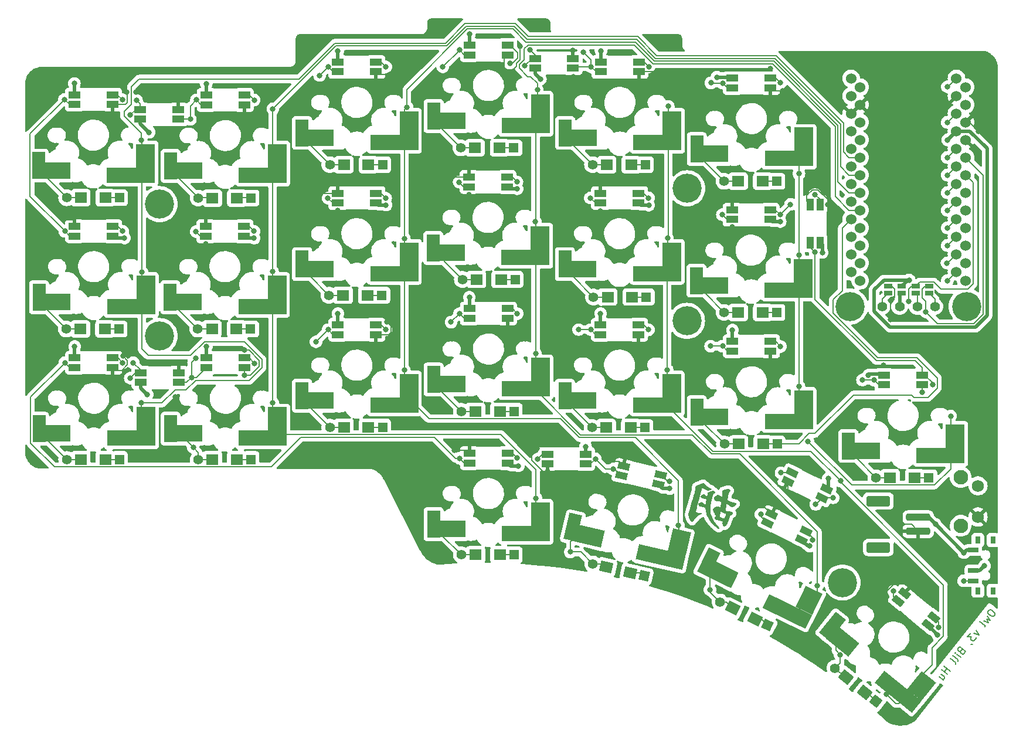
<source format=gbl>
G04 #@! TF.GenerationSoftware,KiCad,Pcbnew,7.0.8*
G04 #@! TF.CreationDate,2023-11-01T04:13:04+08:00*
G04 #@! TF.ProjectId,owl,6f776c2e-6b69-4636-9164-5f7063625858,rev?*
G04 #@! TF.SameCoordinates,Original*
G04 #@! TF.FileFunction,Copper,L2,Bot*
G04 #@! TF.FilePolarity,Positive*
%FSLAX46Y46*%
G04 Gerber Fmt 4.6, Leading zero omitted, Abs format (unit mm)*
G04 Created by KiCad (PCBNEW 7.0.8) date 2023-11-01 04:13:04*
%MOMM*%
%LPD*%
G01*
G04 APERTURE LIST*
G04 Aperture macros list*
%AMRoundRect*
0 Rectangle with rounded corners*
0 $1 Rounding radius*
0 $2 $3 $4 $5 $6 $7 $8 $9 X,Y pos of 4 corners*
0 Add a 4 corners polygon primitive as box body*
4,1,4,$2,$3,$4,$5,$6,$7,$8,$9,$2,$3,0*
0 Add four circle primitives for the rounded corners*
1,1,$1+$1,$2,$3*
1,1,$1+$1,$4,$5*
1,1,$1+$1,$6,$7*
1,1,$1+$1,$8,$9*
0 Add four rect primitives between the rounded corners*
20,1,$1+$1,$2,$3,$4,$5,0*
20,1,$1+$1,$4,$5,$6,$7,0*
20,1,$1+$1,$6,$7,$8,$9,0*
20,1,$1+$1,$8,$9,$2,$3,0*%
%AMRotRect*
0 Rectangle, with rotation*
0 The origin of the aperture is its center*
0 $1 length*
0 $2 width*
0 $3 Rotation angle, in degrees counterclockwise*
0 Add horizontal line*
21,1,$1,$2,0,0,$3*%
G04 Aperture macros list end*
%ADD10C,0.200000*%
G04 #@! TA.AperFunction,NonConductor*
%ADD11C,0.200000*%
G04 #@! TD*
G04 #@! TA.AperFunction,SMDPad,CuDef*
%ADD12R,6.908800X2.208000*%
G04 #@! TD*
G04 #@! TA.AperFunction,SMDPad,CuDef*
%ADD13R,2.667000X3.360000*%
G04 #@! TD*
G04 #@! TA.AperFunction,SMDPad,CuDef*
%ADD14R,1.864200X3.860800*%
G04 #@! TD*
G04 #@! TA.AperFunction,SMDPad,CuDef*
%ADD15R,4.216400X2.494600*%
G04 #@! TD*
G04 #@! TA.AperFunction,SMDPad,CuDef*
%ADD16RotRect,6.908800X2.208000X321.000000*%
G04 #@! TD*
G04 #@! TA.AperFunction,SMDPad,CuDef*
%ADD17RotRect,2.667000X3.360000X141.000000*%
G04 #@! TD*
G04 #@! TA.AperFunction,SMDPad,CuDef*
%ADD18RotRect,1.864200X3.860800X321.000000*%
G04 #@! TD*
G04 #@! TA.AperFunction,SMDPad,CuDef*
%ADD19RotRect,4.216400X2.494600X141.000000*%
G04 #@! TD*
G04 #@! TA.AperFunction,SMDPad,CuDef*
%ADD20RotRect,6.908800X2.208000X334.000000*%
G04 #@! TD*
G04 #@! TA.AperFunction,SMDPad,CuDef*
%ADD21RotRect,2.667000X3.360000X154.000000*%
G04 #@! TD*
G04 #@! TA.AperFunction,SMDPad,CuDef*
%ADD22RotRect,1.864200X3.860800X334.000000*%
G04 #@! TD*
G04 #@! TA.AperFunction,SMDPad,CuDef*
%ADD23RotRect,4.216400X2.494600X154.000000*%
G04 #@! TD*
G04 #@! TA.AperFunction,SMDPad,CuDef*
%ADD24RotRect,6.908800X2.208000X347.000000*%
G04 #@! TD*
G04 #@! TA.AperFunction,SMDPad,CuDef*
%ADD25RotRect,2.667000X3.360000X167.000000*%
G04 #@! TD*
G04 #@! TA.AperFunction,SMDPad,CuDef*
%ADD26RotRect,1.864200X3.860800X347.000000*%
G04 #@! TD*
G04 #@! TA.AperFunction,SMDPad,CuDef*
%ADD27RotRect,4.216400X2.494600X167.000000*%
G04 #@! TD*
G04 #@! TA.AperFunction,ComponentPad*
%ADD28R,1.397000X1.397000*%
G04 #@! TD*
G04 #@! TA.AperFunction,SMDPad,CuDef*
%ADD29R,1.800000X1.500000*%
G04 #@! TD*
G04 #@! TA.AperFunction,ComponentPad*
%ADD30C,1.397000*%
G04 #@! TD*
G04 #@! TA.AperFunction,SMDPad,CuDef*
%ADD31R,0.800000X1.000000*%
G04 #@! TD*
G04 #@! TA.AperFunction,SMDPad,CuDef*
%ADD32R,1.500000X0.700000*%
G04 #@! TD*
G04 #@! TA.AperFunction,ComponentPad*
%ADD33C,4.200000*%
G04 #@! TD*
G04 #@! TA.AperFunction,SMDPad,CuDef*
%ADD34RotRect,1.700000X1.000000X154.000000*%
G04 #@! TD*
G04 #@! TA.AperFunction,SMDPad,CuDef*
%ADD35R,1.700000X1.000000*%
G04 #@! TD*
G04 #@! TA.AperFunction,ComponentPad*
%ADD36RotRect,1.397000X1.397000X154.000000*%
G04 #@! TD*
G04 #@! TA.AperFunction,SMDPad,CuDef*
%ADD37RotRect,1.800000X1.500000X154.000000*%
G04 #@! TD*
G04 #@! TA.AperFunction,SMDPad,CuDef*
%ADD38R,1.000000X1.700000*%
G04 #@! TD*
G04 #@! TA.AperFunction,SMDPad,CuDef*
%ADD39RotRect,1.700000X1.000000X334.000000*%
G04 #@! TD*
G04 #@! TA.AperFunction,ComponentPad*
%ADD40RotRect,1.397000X1.397000X167.000000*%
G04 #@! TD*
G04 #@! TA.AperFunction,SMDPad,CuDef*
%ADD41RotRect,1.800000X1.500000X167.000000*%
G04 #@! TD*
G04 #@! TA.AperFunction,ComponentPad*
%ADD42C,2.100000*%
G04 #@! TD*
G04 #@! TA.AperFunction,ComponentPad*
%ADD43C,1.750000*%
G04 #@! TD*
G04 #@! TA.AperFunction,SMDPad,CuDef*
%ADD44RotRect,1.700000X1.000000X167.000000*%
G04 #@! TD*
G04 #@! TA.AperFunction,SMDPad,CuDef*
%ADD45RotRect,1.700000X1.000000X141.000000*%
G04 #@! TD*
G04 #@! TA.AperFunction,ComponentPad*
%ADD46RotRect,1.397000X1.397000X141.000000*%
G04 #@! TD*
G04 #@! TA.AperFunction,SMDPad,CuDef*
%ADD47RotRect,1.800000X1.500000X141.000000*%
G04 #@! TD*
G04 #@! TA.AperFunction,SMDPad,CuDef*
%ADD48RoundRect,0.250000X-1.500000X0.250000X-1.500000X-0.250000X1.500000X-0.250000X1.500000X0.250000X0*%
G04 #@! TD*
G04 #@! TA.AperFunction,SMDPad,CuDef*
%ADD49RoundRect,0.250001X-1.449999X0.499999X-1.449999X-0.499999X1.449999X-0.499999X1.449999X0.499999X0*%
G04 #@! TD*
G04 #@! TA.AperFunction,ComponentPad*
%ADD50C,1.524000*%
G04 #@! TD*
G04 #@! TA.AperFunction,SMDPad,CuDef*
%ADD51R,1.143000X0.635000*%
G04 #@! TD*
G04 #@! TA.AperFunction,ViaPad*
%ADD52C,0.800000*%
G04 #@! TD*
G04 #@! TA.AperFunction,Conductor*
%ADD53C,0.200000*%
G04 #@! TD*
G04 #@! TA.AperFunction,Conductor*
%ADD54C,0.500000*%
G04 #@! TD*
G04 APERTURE END LIST*
D10*
D11*
X213797635Y-136348748D02*
X213667204Y-136512723D01*
X213667204Y-136512723D02*
X213642981Y-136627318D01*
X213642981Y-136627318D02*
X213659753Y-136774521D01*
X213659753Y-136774521D02*
X213791120Y-136945947D01*
X213791120Y-136945947D02*
X214078077Y-137174202D01*
X214078077Y-137174202D02*
X214274660Y-137263640D01*
X214274660Y-137263640D02*
X214421863Y-137246868D01*
X214421863Y-137246868D02*
X214528072Y-137197489D01*
X214528072Y-137197489D02*
X214658504Y-137033514D01*
X214658504Y-137033514D02*
X214682726Y-136918918D01*
X214682726Y-136918918D02*
X214665954Y-136771715D01*
X214665954Y-136771715D02*
X214534587Y-136600290D01*
X214534587Y-136600290D02*
X214247631Y-136372034D01*
X214247631Y-136372034D02*
X214051048Y-136282596D01*
X214051048Y-136282596D02*
X213903845Y-136299368D01*
X213903845Y-136299368D02*
X213797635Y-136348748D01*
X213562865Y-137232903D02*
X214006346Y-137853389D01*
X214006346Y-137853389D02*
X213465977Y-137691285D01*
X213465977Y-137691285D02*
X213745483Y-138181339D01*
X213745483Y-138181339D02*
X213041138Y-137888803D01*
X213256364Y-138796245D02*
X213280586Y-138681650D01*
X213280586Y-138681650D02*
X213231206Y-138575440D01*
X213231206Y-138575440D02*
X212493319Y-137988498D01*
X211965078Y-139241597D02*
X212375951Y-139903076D01*
X212375951Y-139903076D02*
X211638999Y-139651535D01*
X211156395Y-139669242D02*
X210732492Y-140202160D01*
X210732492Y-140202160D02*
X211288698Y-140176067D01*
X211288698Y-140176067D02*
X211190874Y-140299049D01*
X211190874Y-140299049D02*
X211166652Y-140413644D01*
X211166652Y-140413644D02*
X211175038Y-140487246D01*
X211175038Y-140487246D02*
X211224417Y-140593455D01*
X211224417Y-140593455D02*
X211429386Y-140756495D01*
X211429386Y-140756495D02*
X211543982Y-140780717D01*
X211543982Y-140780717D02*
X211617583Y-140772331D01*
X211617583Y-140772331D02*
X211723793Y-140722951D01*
X211723793Y-140722951D02*
X211919440Y-140476989D01*
X211919440Y-140476989D02*
X211943662Y-140362393D01*
X211943662Y-140362393D02*
X211935276Y-140288792D01*
X211226288Y-141264256D02*
X211267282Y-141296864D01*
X211267282Y-141296864D02*
X211381878Y-141321086D01*
X211381878Y-141321086D02*
X211455479Y-141312700D01*
X209772897Y-142249978D02*
X209716068Y-142405567D01*
X209716068Y-142405567D02*
X209724453Y-142479168D01*
X209724453Y-142479168D02*
X209773833Y-142585378D01*
X209773833Y-142585378D02*
X209896814Y-142683202D01*
X209896814Y-142683202D02*
X210011410Y-142707424D01*
X210011410Y-142707424D02*
X210085011Y-142699038D01*
X210085011Y-142699038D02*
X210191221Y-142649658D01*
X210191221Y-142649658D02*
X210452084Y-142321708D01*
X210452084Y-142321708D02*
X209591215Y-141636942D01*
X209591215Y-141636942D02*
X209362960Y-141923898D01*
X209362960Y-141923898D02*
X209338738Y-142038494D01*
X209338738Y-142038494D02*
X209347124Y-142112096D01*
X209347124Y-142112096D02*
X209396503Y-142218305D01*
X209396503Y-142218305D02*
X209478491Y-142283521D01*
X209478491Y-142283521D02*
X209593086Y-142307743D01*
X209593086Y-142307743D02*
X209666688Y-142299357D01*
X209666688Y-142299357D02*
X209772897Y-142249978D01*
X209772897Y-142249978D02*
X210001153Y-141963021D01*
X209767318Y-143182577D02*
X209193405Y-142726067D01*
X208906449Y-142497811D02*
X208980051Y-142489425D01*
X208980051Y-142489425D02*
X208988437Y-142563027D01*
X208988437Y-142563027D02*
X208914835Y-142571413D01*
X208914835Y-142571413D02*
X208906449Y-142497811D01*
X208906449Y-142497811D02*
X208988437Y-142563027D01*
X209343415Y-143715497D02*
X209367637Y-143600901D01*
X209367637Y-143600901D02*
X209318257Y-143494691D01*
X209318257Y-143494691D02*
X208580370Y-142907749D01*
X208984728Y-144166428D02*
X209008950Y-144051832D01*
X209008950Y-144051832D02*
X208959571Y-143945622D01*
X208959571Y-143945622D02*
X208221683Y-143358680D01*
X208202139Y-145150277D02*
X207341270Y-144465511D01*
X207751208Y-144791590D02*
X207359913Y-145283515D01*
X207810844Y-145642202D02*
X206949975Y-144957436D01*
X206617381Y-145964573D02*
X207191294Y-146421084D01*
X206910852Y-145595629D02*
X207361784Y-145954316D01*
X207361784Y-145954316D02*
X207411163Y-146060526D01*
X207411163Y-146060526D02*
X207386941Y-146175121D01*
X207386941Y-146175121D02*
X207289117Y-146298103D01*
X207289117Y-146298103D02*
X207182908Y-146347482D01*
X207182908Y-146347482D02*
X207109306Y-146355868D01*
G04 #@! TA.AperFunction,EtchedComponent*
G36*
X172543420Y-118000341D02*
G01*
X172574994Y-118005849D01*
X172583193Y-118008019D01*
X172595086Y-118011974D01*
X172607377Y-118017658D01*
X172621502Y-118026180D01*
X172638896Y-118038646D01*
X172660994Y-118056166D01*
X172689235Y-118079848D01*
X172725050Y-118110799D01*
X172769877Y-118150127D01*
X172825151Y-118198941D01*
X172898769Y-118263666D01*
X173002752Y-118353488D01*
X173097299Y-118432918D01*
X173183367Y-118502616D01*
X173261918Y-118563242D01*
X173333909Y-118615459D01*
X173400300Y-118659925D01*
X173462049Y-118697302D01*
X173520118Y-118728252D01*
X173575462Y-118753435D01*
X173629043Y-118773511D01*
X173681820Y-118789141D01*
X173719292Y-118801860D01*
X173751456Y-118821530D01*
X173768849Y-118845071D01*
X173771190Y-118871636D01*
X173758190Y-118900378D01*
X173729563Y-118930453D01*
X173702063Y-118950532D01*
X173654117Y-118978391D01*
X173596809Y-119006001D01*
X173533417Y-119032214D01*
X173467222Y-119055880D01*
X173401500Y-119075850D01*
X173339531Y-119090974D01*
X173284594Y-119100103D01*
X173239966Y-119102086D01*
X173239482Y-119102061D01*
X173215988Y-119099053D01*
X173188052Y-119091982D01*
X173154111Y-119080208D01*
X173112606Y-119063085D01*
X173061975Y-119039971D01*
X173000656Y-119010224D01*
X172927088Y-118973199D01*
X172883890Y-118951257D01*
X172805413Y-118911904D01*
X172738254Y-118879061D01*
X172680655Y-118851931D01*
X172630859Y-118829720D01*
X172587110Y-118811630D01*
X172547651Y-118796867D01*
X172510724Y-118784635D01*
X172483308Y-118776372D01*
X172444942Y-118766371D01*
X172417150Y-118762266D01*
X172397237Y-118764072D01*
X172382503Y-118771806D01*
X172370253Y-118785483D01*
X172368889Y-118788707D01*
X172363347Y-118806163D01*
X172354162Y-118837684D01*
X172341568Y-118882388D01*
X172325797Y-118939391D01*
X172307080Y-119007810D01*
X172285651Y-119086761D01*
X172261742Y-119175359D01*
X172235586Y-119272720D01*
X172207415Y-119377962D01*
X172177462Y-119490200D01*
X172145958Y-119608551D01*
X172113138Y-119732130D01*
X172079234Y-119860053D01*
X172044476Y-119991439D01*
X172009100Y-120125401D01*
X171973337Y-120261057D01*
X171937418Y-120397521D01*
X171901577Y-120533912D01*
X171866048Y-120669345D01*
X171831061Y-120802936D01*
X171796850Y-120933801D01*
X171763647Y-121061058D01*
X171731685Y-121183820D01*
X171701196Y-121301206D01*
X171672412Y-121412331D01*
X171645567Y-121516310D01*
X171620893Y-121612262D01*
X171598621Y-121699302D01*
X171578986Y-121776545D01*
X171562218Y-121843108D01*
X171548552Y-121898107D01*
X171538219Y-121940659D01*
X171531452Y-121969880D01*
X171528485Y-121984886D01*
X171525088Y-122016391D01*
X171523957Y-122086002D01*
X171533285Y-122144306D01*
X171553212Y-122191916D01*
X171583875Y-122229444D01*
X171594510Y-122238287D01*
X171609783Y-122247746D01*
X171629899Y-122256133D01*
X171658439Y-122264877D01*
X171698987Y-122275409D01*
X171711357Y-122278457D01*
X171733043Y-122283463D01*
X171754039Y-122287573D01*
X171776005Y-122290853D01*
X171800601Y-122293374D01*
X171829489Y-122295203D01*
X171864329Y-122296409D01*
X171906783Y-122297060D01*
X171958511Y-122297225D01*
X172021176Y-122296972D01*
X172096437Y-122296371D01*
X172185954Y-122295487D01*
X172187251Y-122295476D01*
X172250017Y-122297504D01*
X172299091Y-122305187D01*
X172335829Y-122319030D01*
X172361583Y-122339538D01*
X172377706Y-122367219D01*
X172382861Y-122389074D01*
X172379238Y-122413494D01*
X172363682Y-122435978D01*
X172335220Y-122457445D01*
X172292879Y-122478809D01*
X172235684Y-122500989D01*
X172174344Y-122523443D01*
X172081926Y-122561229D01*
X171996737Y-122601869D01*
X171916900Y-122646742D01*
X171840538Y-122697226D01*
X171765777Y-122754702D01*
X171690738Y-122820550D01*
X171613546Y-122896147D01*
X171532326Y-122982874D01*
X171445199Y-123082110D01*
X171439176Y-123089162D01*
X171397751Y-123138469D01*
X171354569Y-123191063D01*
X171312697Y-123243134D01*
X171275205Y-123290873D01*
X171245159Y-123330471D01*
X171213496Y-123372596D01*
X171178612Y-123417641D01*
X171143097Y-123462346D01*
X171108653Y-123504647D01*
X171076981Y-123542483D01*
X171049785Y-123573792D01*
X171028765Y-123596511D01*
X171015623Y-123608579D01*
X171001098Y-123616842D01*
X170979930Y-123626068D01*
X170977648Y-123626888D01*
X170960359Y-123631262D01*
X170944150Y-123629965D01*
X170924308Y-123621852D01*
X170896114Y-123605785D01*
X170868757Y-123586472D01*
X170825253Y-123545999D01*
X170779426Y-123493105D01*
X170732347Y-123429562D01*
X170685089Y-123357142D01*
X170638723Y-123277616D01*
X170594320Y-123192753D01*
X170552952Y-123104327D01*
X170515690Y-123014106D01*
X170483604Y-122923864D01*
X170466832Y-122868811D01*
X170438720Y-122753239D01*
X170420611Y-122640245D01*
X170412910Y-122532741D01*
X170416016Y-122433632D01*
X170416994Y-122425121D01*
X170419547Y-122409103D01*
X170423527Y-122388775D01*
X170429086Y-122363616D01*
X170436370Y-122333104D01*
X170445530Y-122296718D01*
X170456713Y-122253938D01*
X170470069Y-122204242D01*
X170485746Y-122147108D01*
X170503893Y-122082015D01*
X170524658Y-122008444D01*
X170548190Y-121925871D01*
X170574639Y-121833777D01*
X170604152Y-121731639D01*
X170636879Y-121618936D01*
X170672969Y-121495148D01*
X170712570Y-121359754D01*
X170755831Y-121212232D01*
X170802900Y-121052060D01*
X170853926Y-120878718D01*
X170909058Y-120691685D01*
X170968446Y-120490438D01*
X171032237Y-120274459D01*
X171069993Y-120146640D01*
X171114493Y-119995801D01*
X171154842Y-119858645D01*
X171191251Y-119734285D01*
X171223931Y-119621836D01*
X171253094Y-119520408D01*
X171278948Y-119429115D01*
X171301708Y-119347072D01*
X171321583Y-119273390D01*
X171338784Y-119207183D01*
X171353524Y-119147565D01*
X171366013Y-119093646D01*
X171376463Y-119044542D01*
X171385082Y-118999366D01*
X171392086Y-118957229D01*
X171397682Y-118917246D01*
X171402084Y-118878530D01*
X171405502Y-118840192D01*
X171408146Y-118801348D01*
X171410229Y-118761109D01*
X171411963Y-118718589D01*
X171413556Y-118672900D01*
X171414396Y-118651190D01*
X171418661Y-118587816D01*
X171425515Y-118537565D01*
X171435437Y-118498373D01*
X171448904Y-118468179D01*
X171466395Y-118444921D01*
X171476471Y-118435790D01*
X171507971Y-118414832D01*
X171553794Y-118391322D01*
X171614367Y-118365053D01*
X171690114Y-118335817D01*
X171697331Y-118333147D01*
X171795612Y-118295335D01*
X171897883Y-118253550D01*
X171999317Y-118209867D01*
X172095085Y-118166361D01*
X172180361Y-118125107D01*
X172255077Y-118088295D01*
X172323256Y-118056708D01*
X172381160Y-118032565D01*
X172430459Y-118015361D01*
X172472823Y-118004592D01*
X172509920Y-117999755D01*
X172543420Y-118000341D01*
G37*
G04 #@! TD.AperFunction*
G04 #@! TA.AperFunction,EtchedComponent*
G36*
X174071157Y-119091317D02*
G01*
X174114778Y-119103432D01*
X174153954Y-119127563D01*
X174190767Y-119164979D01*
X174227294Y-119216945D01*
X174238957Y-119236469D01*
X174264115Y-119288049D01*
X174277039Y-119334104D01*
X174278507Y-119377060D01*
X174272586Y-119407137D01*
X174257668Y-119433301D01*
X174231767Y-119452762D01*
X174192450Y-119468092D01*
X174159762Y-119480364D01*
X174121698Y-119498399D01*
X174087362Y-119517999D01*
X174082346Y-119521203D01*
X174067281Y-119530800D01*
X174053986Y-119539858D01*
X174042069Y-119549437D01*
X174031140Y-119560599D01*
X174020811Y-119574408D01*
X174010689Y-119591923D01*
X174000386Y-119614208D01*
X173989510Y-119642323D01*
X173977674Y-119677332D01*
X173964483Y-119720294D01*
X173949552Y-119772274D01*
X173932489Y-119834331D01*
X173912901Y-119907529D01*
X173890403Y-119992928D01*
X173864601Y-120091592D01*
X173835107Y-120204580D01*
X173812048Y-120293015D01*
X173783375Y-120403599D01*
X173758242Y-120501529D01*
X173736298Y-120588383D01*
X173717193Y-120665739D01*
X173700578Y-120735176D01*
X173686101Y-120798274D01*
X173673412Y-120856610D01*
X173662160Y-120911765D01*
X173651994Y-120965315D01*
X173642566Y-121018840D01*
X173633522Y-121073918D01*
X173624514Y-121132129D01*
X173615190Y-121195051D01*
X173613721Y-121205179D01*
X173592275Y-121370202D01*
X173577540Y-121523184D01*
X173569550Y-121666401D01*
X173568338Y-121802131D01*
X173573939Y-121932651D01*
X173586386Y-122060236D01*
X173605716Y-122187167D01*
X173631961Y-122315718D01*
X173641906Y-122357964D01*
X173697462Y-122558791D01*
X173766649Y-122758706D01*
X173849933Y-122958853D01*
X173947779Y-123160371D01*
X174060654Y-123364401D01*
X174155931Y-123520618D01*
X174270608Y-123695457D01*
X174395452Y-123873712D01*
X174528660Y-124052887D01*
X174668428Y-124230489D01*
X174812950Y-124404025D01*
X174824343Y-124417575D01*
X174863619Y-124470151D01*
X174888761Y-124515409D01*
X174899770Y-124553351D01*
X174896649Y-124583979D01*
X174879397Y-124607298D01*
X174878817Y-124607758D01*
X174856790Y-124619396D01*
X174831257Y-124625852D01*
X174807885Y-124625147D01*
X174768640Y-124616557D01*
X174723347Y-124600484D01*
X174675680Y-124578284D01*
X174629316Y-124551315D01*
X174624906Y-124548392D01*
X174598160Y-124529345D01*
X174562829Y-124502687D01*
X174521793Y-124470662D01*
X174477940Y-124435513D01*
X174434152Y-124399487D01*
X174285291Y-124271813D01*
X174098508Y-124100746D01*
X173925725Y-123929345D01*
X173767558Y-123758228D01*
X173624623Y-123588011D01*
X173610102Y-123569669D01*
X173471104Y-123380705D01*
X173345929Y-123185076D01*
X173234829Y-122983429D01*
X173138059Y-122776411D01*
X173055873Y-122564667D01*
X172988521Y-122348844D01*
X172936260Y-122129587D01*
X172899341Y-121907544D01*
X172878018Y-121683361D01*
X172871911Y-121581099D01*
X172845254Y-121567804D01*
X172839419Y-121565438D01*
X172817846Y-121558374D01*
X172784041Y-121548319D01*
X172740083Y-121535856D01*
X172688054Y-121521571D01*
X172630035Y-121506050D01*
X172568104Y-121489875D01*
X172523193Y-121478299D01*
X172462635Y-121462803D01*
X172413927Y-121450624D01*
X172374882Y-121441340D01*
X172343311Y-121434529D01*
X172317027Y-121429764D01*
X172293842Y-121426624D01*
X172271567Y-121424685D01*
X172248016Y-121423524D01*
X172221000Y-121422718D01*
X172219171Y-121422670D01*
X172165167Y-121420527D01*
X172123737Y-121416793D01*
X172091648Y-121410602D01*
X172065665Y-121401088D01*
X172042556Y-121387384D01*
X172019084Y-121368623D01*
X172006039Y-121356663D01*
X171970857Y-121319313D01*
X171936068Y-121275900D01*
X171903482Y-121229313D01*
X171874907Y-121182439D01*
X171852153Y-121138168D01*
X171837029Y-121099385D01*
X171831345Y-121068979D01*
X171834234Y-121047208D01*
X171843385Y-121022845D01*
X171843939Y-121021903D01*
X171865542Y-120994958D01*
X171899380Y-120964026D01*
X171942874Y-120930620D01*
X171993441Y-120896253D01*
X172048502Y-120862439D01*
X172105474Y-120830691D01*
X172161777Y-120802522D01*
X172214829Y-120779447D01*
X172262049Y-120762977D01*
X172300856Y-120754627D01*
X172339276Y-120754729D01*
X172384855Y-120766020D01*
X172434034Y-120789935D01*
X172488716Y-120827210D01*
X172595841Y-120904358D01*
X172698731Y-120969596D01*
X172795626Y-121021776D01*
X172800373Y-121024076D01*
X172834312Y-121040236D01*
X172862381Y-121053129D01*
X172881779Y-121061492D01*
X172889702Y-121064067D01*
X172890959Y-121060197D01*
X172893833Y-121043418D01*
X172897443Y-121016552D01*
X172901293Y-120983058D01*
X172911965Y-120892932D01*
X172927862Y-120778480D01*
X172947243Y-120654903D01*
X172969618Y-120525496D01*
X172971162Y-120516914D01*
X172979417Y-120469667D01*
X172986255Y-120428230D01*
X172991299Y-120395065D01*
X172994172Y-120372629D01*
X172994496Y-120363383D01*
X172993679Y-120362616D01*
X172981295Y-120357283D01*
X172956100Y-120349010D01*
X172920271Y-120338363D01*
X172875980Y-120325908D01*
X172825406Y-120312210D01*
X172770723Y-120297836D01*
X172714106Y-120283351D01*
X172657730Y-120269320D01*
X172603771Y-120256311D01*
X172554404Y-120244887D01*
X172511805Y-120235618D01*
X172478149Y-120229067D01*
X172449118Y-120223938D01*
X172411473Y-120216998D01*
X172384839Y-120211285D01*
X172366293Y-120205877D01*
X172352910Y-120199850D01*
X172341765Y-120192279D01*
X172329934Y-120182240D01*
X172315605Y-120168872D01*
X172280579Y-120130125D01*
X172247828Y-120085951D01*
X172218837Y-120039145D01*
X172195088Y-119992499D01*
X172178068Y-119948806D01*
X172169259Y-119910862D01*
X172170144Y-119881458D01*
X172174539Y-119870704D01*
X172193369Y-119845541D01*
X172223679Y-119816683D01*
X172263202Y-119785449D01*
X172309672Y-119753160D01*
X172360823Y-119721134D01*
X172414390Y-119690690D01*
X172468105Y-119663149D01*
X172519704Y-119639829D01*
X172566919Y-119622050D01*
X172607485Y-119611131D01*
X172639136Y-119608393D01*
X172642475Y-119608668D01*
X172659553Y-119611953D01*
X172677841Y-119619352D01*
X172699409Y-119632230D01*
X172726330Y-119651953D01*
X172760673Y-119679885D01*
X172804511Y-119717391D01*
X172848643Y-119754746D01*
X172900006Y-119794894D01*
X172947134Y-119827119D01*
X172993525Y-119853766D01*
X173042679Y-119877182D01*
X173101819Y-119903017D01*
X173138714Y-119759539D01*
X173143095Y-119742399D01*
X173156433Y-119688085D01*
X173165932Y-119644722D01*
X173172206Y-119608943D01*
X173175868Y-119577383D01*
X173177532Y-119546674D01*
X173177660Y-119542518D01*
X173182073Y-119484803D01*
X173190836Y-119434897D01*
X173203333Y-119395439D01*
X173218950Y-119369065D01*
X173240768Y-119350058D01*
X173278312Y-119326121D01*
X173327601Y-119300235D01*
X173386598Y-119273108D01*
X173453274Y-119245450D01*
X173525594Y-119217968D01*
X173601526Y-119191372D01*
X173679038Y-119166370D01*
X173756095Y-119143670D01*
X173830666Y-119123983D01*
X173900717Y-119108017D01*
X173964217Y-119096480D01*
X174019132Y-119090081D01*
X174021013Y-119089950D01*
X174071157Y-119091317D01*
G37*
G04 #@! TD.AperFunction*
G04 #@! TA.AperFunction,EtchedComponent*
G36*
X176231946Y-118832015D02*
G01*
X176253788Y-118839761D01*
X176294853Y-118862845D01*
X176338120Y-118895819D01*
X176380870Y-118935807D01*
X176420387Y-118979923D01*
X176453954Y-119025289D01*
X176478857Y-119069022D01*
X176492377Y-119108242D01*
X176494735Y-119123085D01*
X176494512Y-119150774D01*
X176485225Y-119174044D01*
X176464996Y-119196411D01*
X176431948Y-119221388D01*
X176398572Y-119246129D01*
X176340062Y-119302178D01*
X176293451Y-119366973D01*
X176288028Y-119377206D01*
X176274088Y-119410432D01*
X176257985Y-119456512D01*
X176240240Y-119513514D01*
X176221378Y-119579511D01*
X176201919Y-119652573D01*
X176182384Y-119730770D01*
X176163295Y-119812172D01*
X176145175Y-119894851D01*
X176128544Y-119976876D01*
X176107244Y-120087328D01*
X176088768Y-120184387D01*
X176073463Y-120266294D01*
X176061289Y-120333264D01*
X176052207Y-120385516D01*
X176046179Y-120423267D01*
X176043166Y-120446734D01*
X176043129Y-120456136D01*
X176044547Y-120457576D01*
X176057574Y-120465970D01*
X176081989Y-120479586D01*
X176115514Y-120497280D01*
X176155873Y-120517915D01*
X176200791Y-120540347D01*
X176247991Y-120563436D01*
X176295196Y-120586041D01*
X176340131Y-120607021D01*
X176380517Y-120625237D01*
X176474335Y-120665406D01*
X176567498Y-120702342D01*
X176656977Y-120734194D01*
X176746686Y-120762179D01*
X176840540Y-120787512D01*
X176942453Y-120811409D01*
X177056340Y-120835084D01*
X177100379Y-120843935D01*
X177169368Y-120858563D01*
X177222739Y-120871040D01*
X177260442Y-120881354D01*
X177282428Y-120889493D01*
X177303020Y-120903297D01*
X177329080Y-120934372D01*
X177346468Y-120973620D01*
X177353638Y-121017069D01*
X177349047Y-121060754D01*
X177346120Y-121070053D01*
X177338084Y-121085642D01*
X177324309Y-121103000D01*
X177302532Y-121124809D01*
X177270484Y-121153750D01*
X177251785Y-121169980D01*
X177192218Y-121219132D01*
X177128421Y-121268481D01*
X177062688Y-121316475D01*
X176997311Y-121361563D01*
X176934584Y-121402196D01*
X176876802Y-121436821D01*
X176826256Y-121463889D01*
X176785242Y-121481849D01*
X176760381Y-121490009D01*
X176720616Y-121497491D01*
X176686713Y-121494628D01*
X176654586Y-121481405D01*
X176651617Y-121479649D01*
X176633071Y-121467550D01*
X176604815Y-121448114D01*
X176569273Y-121423046D01*
X176528874Y-121394057D01*
X176486042Y-121362851D01*
X176482903Y-121360548D01*
X176385980Y-121290729D01*
X176297412Y-121229747D01*
X176214077Y-121175572D01*
X176132851Y-121126172D01*
X176050615Y-121079514D01*
X176027955Y-121067117D01*
X175993483Y-121048401D01*
X175965771Y-121033536D01*
X175947212Y-121023803D01*
X175940200Y-121020480D01*
X175939389Y-121024196D01*
X175936180Y-121041626D01*
X175930855Y-121071666D01*
X175923733Y-121112481D01*
X175915134Y-121162237D01*
X175905377Y-121219099D01*
X175894781Y-121281234D01*
X175893750Y-121287296D01*
X175880879Y-121362953D01*
X175867017Y-121444378D01*
X175852895Y-121527279D01*
X175839244Y-121607362D01*
X175826796Y-121680335D01*
X175816282Y-121741907D01*
X175808489Y-121788350D01*
X175800235Y-121839648D01*
X175793435Y-121884302D01*
X175788418Y-121920054D01*
X175785516Y-121944647D01*
X175785056Y-121955819D01*
X175792041Y-121963408D01*
X175811076Y-121975646D01*
X175842824Y-121992854D01*
X175887952Y-122015391D01*
X175947133Y-122043624D01*
X176106126Y-122118298D01*
X176214900Y-122114890D01*
X176237073Y-122114341D01*
X176303624Y-122114068D01*
X176374459Y-122115486D01*
X176445539Y-122118400D01*
X176512829Y-122122619D01*
X176572291Y-122127951D01*
X176619887Y-122134202D01*
X176646535Y-122139049D01*
X176672045Y-122145890D01*
X176691828Y-122155265D01*
X176711651Y-122169384D01*
X176721854Y-122178178D01*
X176755074Y-122217172D01*
X176783758Y-122266163D01*
X176805971Y-122320662D01*
X176819778Y-122376178D01*
X176823243Y-122428221D01*
X176823166Y-122429820D01*
X176822017Y-122447352D01*
X176819311Y-122461589D01*
X176813315Y-122474159D01*
X176802293Y-122486691D01*
X176784508Y-122500814D01*
X176758228Y-122518156D01*
X176721716Y-122540344D01*
X176673235Y-122569010D01*
X176617500Y-122603158D01*
X176571281Y-122635191D01*
X176535752Y-122664926D01*
X176533092Y-122667153D01*
X176499582Y-122702187D01*
X176467398Y-122743434D01*
X176433189Y-122794036D01*
X176414782Y-122823692D01*
X176396419Y-122856273D01*
X176378745Y-122891472D01*
X176361032Y-122931098D01*
X176342552Y-122976966D01*
X176322579Y-123030884D01*
X176300384Y-123094668D01*
X176275239Y-123170126D01*
X176246418Y-123259070D01*
X176241714Y-123273705D01*
X176217201Y-123349349D01*
X176190701Y-123430257D01*
X176163569Y-123512342D01*
X176137162Y-123591513D01*
X176112836Y-123663682D01*
X176091946Y-123724760D01*
X176091310Y-123726602D01*
X176067119Y-123795787D01*
X176046450Y-123852258D01*
X176027993Y-123898400D01*
X176010438Y-123936599D01*
X175992475Y-123969239D01*
X175972794Y-123998709D01*
X175950086Y-124027393D01*
X175923040Y-124057677D01*
X175890345Y-124091947D01*
X175879276Y-124103233D01*
X175816168Y-124162965D01*
X175754394Y-124213878D01*
X175695664Y-124254765D01*
X175641689Y-124284412D01*
X175594177Y-124301609D01*
X175584829Y-124303030D01*
X175557399Y-124302746D01*
X175528486Y-124298115D01*
X175508890Y-124292270D01*
X175485478Y-124279665D01*
X175464701Y-124258631D01*
X175431830Y-124211582D01*
X175396749Y-124139496D01*
X175369156Y-124053828D01*
X175349150Y-123954889D01*
X175336825Y-123842992D01*
X175335030Y-123815502D01*
X175333488Y-123772504D01*
X175334619Y-123736498D01*
X175338720Y-123701743D01*
X175346082Y-123662501D01*
X175362604Y-123583642D01*
X175267607Y-123549599D01*
X175193400Y-123523010D01*
X175125685Y-123498878D01*
X175067303Y-123478411D01*
X175015989Y-123460986D01*
X174969474Y-123445982D01*
X174925494Y-123432776D01*
X174881780Y-123420747D01*
X174836067Y-123409273D01*
X174786087Y-123397732D01*
X174729575Y-123385501D01*
X174664262Y-123371958D01*
X174587885Y-123356482D01*
X174498174Y-123338451D01*
X174473589Y-123333454D01*
X174441401Y-123326321D01*
X174418683Y-123319750D01*
X174401525Y-123312236D01*
X174386021Y-123302269D01*
X174368263Y-123288346D01*
X174367920Y-123288067D01*
X174327382Y-123250474D01*
X174287674Y-123205434D01*
X174251147Y-123156384D01*
X174220155Y-123106762D01*
X174197053Y-123060002D01*
X174184193Y-123019542D01*
X174182286Y-122981500D01*
X174192000Y-122944000D01*
X174214101Y-122906200D01*
X174249329Y-122867110D01*
X174260972Y-122857299D01*
X174971218Y-122857299D01*
X174999220Y-122879463D01*
X175010691Y-122887872D01*
X175031544Y-122901102D01*
X175059464Y-122916871D01*
X175095706Y-122935812D01*
X175141526Y-122958560D01*
X175198181Y-122985747D01*
X175266926Y-123018009D01*
X175349017Y-123055978D01*
X175390345Y-123075010D01*
X175437674Y-123096850D01*
X175478948Y-123115944D01*
X175512063Y-123131319D01*
X175534917Y-123141998D01*
X175545408Y-123147007D01*
X175552552Y-123149677D01*
X175559507Y-123148125D01*
X175560415Y-123145904D01*
X175566902Y-123131326D01*
X175579015Y-123104568D01*
X175596054Y-123067165D01*
X175617318Y-123020653D01*
X175642104Y-122966569D01*
X175669711Y-122906447D01*
X175699437Y-122841824D01*
X175710707Y-122817346D01*
X175746124Y-122740399D01*
X175775551Y-122676375D01*
X175799503Y-122624076D01*
X175818498Y-122582304D01*
X175833050Y-122549863D01*
X175843678Y-122525552D01*
X175850896Y-122508176D01*
X175855221Y-122496535D01*
X175857169Y-122489433D01*
X175857257Y-122485671D01*
X175856000Y-122484052D01*
X175853915Y-122483377D01*
X175852730Y-122482935D01*
X175839917Y-122477478D01*
X175814404Y-122466326D01*
X175777587Y-122450098D01*
X175730855Y-122429410D01*
X175675604Y-122404879D01*
X175613225Y-122377124D01*
X175545111Y-122346760D01*
X175472654Y-122314406D01*
X175414367Y-122288445D01*
X175334903Y-122253370D01*
X175264078Y-122222500D01*
X175202862Y-122196249D01*
X175152223Y-122175025D01*
X175113134Y-122159238D01*
X175086560Y-122149298D01*
X175073475Y-122145615D01*
X175062056Y-122144953D01*
X175050998Y-122145601D01*
X175042144Y-122149315D01*
X175035058Y-122157697D01*
X175029300Y-122172346D01*
X175024433Y-122194861D01*
X175020021Y-122226843D01*
X175015625Y-122269892D01*
X175010810Y-122325608D01*
X175005136Y-122395591D01*
X175000019Y-122459862D01*
X174994721Y-122527697D01*
X174989685Y-122593435D01*
X174985169Y-122653634D01*
X174981435Y-122704851D01*
X174978745Y-122743644D01*
X174971218Y-122857299D01*
X174260972Y-122857299D01*
X174298420Y-122825743D01*
X174362113Y-122781109D01*
X174392401Y-122761297D01*
X174297171Y-122587545D01*
X174232782Y-122468180D01*
X174171362Y-122350131D01*
X174116837Y-122240685D01*
X174069552Y-122140597D01*
X174029853Y-122050626D01*
X173998089Y-121971532D01*
X173974605Y-121904070D01*
X173959747Y-121849002D01*
X173952317Y-121808586D01*
X173949434Y-121767321D01*
X173954484Y-121733218D01*
X173968184Y-121702200D01*
X173991254Y-121670190D01*
X173994590Y-121666242D01*
X174036463Y-121625970D01*
X174092006Y-121585400D01*
X174159222Y-121545459D01*
X174236111Y-121507074D01*
X174320679Y-121471171D01*
X174410927Y-121438677D01*
X174504857Y-121410516D01*
X174600473Y-121387618D01*
X174633449Y-121380783D01*
X174669887Y-121373667D01*
X174696917Y-121369559D01*
X174718181Y-121368316D01*
X174737315Y-121369791D01*
X174757954Y-121373842D01*
X174783738Y-121380322D01*
X174796544Y-121383658D01*
X174819874Y-121390309D01*
X174838751Y-121397496D01*
X174856476Y-121407191D01*
X174876355Y-121421365D01*
X174901688Y-121441988D01*
X174935780Y-121471029D01*
X174947422Y-121480983D01*
X174977132Y-121506162D01*
X175001624Y-121526601D01*
X175018618Y-121540412D01*
X175025839Y-121545706D01*
X175027116Y-121544721D01*
X175030667Y-121533241D01*
X175033890Y-121512845D01*
X175035993Y-121497492D01*
X175040323Y-121468345D01*
X175046563Y-121427470D01*
X175054403Y-121376871D01*
X175063533Y-121318553D01*
X175073640Y-121254516D01*
X175084416Y-121186765D01*
X175093982Y-121126738D01*
X175105028Y-121057158D01*
X175115491Y-120990977D01*
X175124984Y-120930659D01*
X175133118Y-120878668D01*
X175139508Y-120837469D01*
X175143763Y-120809523D01*
X175156467Y-120724424D01*
X175028364Y-120691380D01*
X174979370Y-120679092D01*
X174876714Y-120656153D01*
X174780477Y-120639097D01*
X174685255Y-120627042D01*
X174585645Y-120619108D01*
X174558548Y-120617370D01*
X174497815Y-120612048D01*
X174449010Y-120604926D01*
X174409260Y-120595184D01*
X174375690Y-120582001D01*
X174345428Y-120564558D01*
X174315599Y-120542033D01*
X174285790Y-120514853D01*
X174238032Y-120461107D01*
X174193861Y-120399369D01*
X174155183Y-120333043D01*
X174123901Y-120265536D01*
X174101918Y-120200251D01*
X174091140Y-120140596D01*
X174090063Y-120125641D01*
X174090073Y-120097668D01*
X174095304Y-120075821D01*
X174107720Y-120054257D01*
X174129286Y-120027134D01*
X174159762Y-119993900D01*
X174216178Y-119942124D01*
X174281701Y-119890886D01*
X174353153Y-119842165D01*
X174427359Y-119797944D01*
X174501139Y-119760200D01*
X174571318Y-119730917D01*
X174634716Y-119712074D01*
X174648582Y-119709374D01*
X174673908Y-119706648D01*
X174699937Y-119707379D01*
X174728069Y-119712156D01*
X174759703Y-119721567D01*
X174796238Y-119736201D01*
X174839074Y-119756645D01*
X174889610Y-119783491D01*
X174949244Y-119817322D01*
X175019378Y-119858732D01*
X175101409Y-119908304D01*
X175126355Y-119923450D01*
X175168437Y-119948796D01*
X175204703Y-119970375D01*
X175233212Y-119987049D01*
X175252030Y-119997677D01*
X175259215Y-120001119D01*
X175259608Y-119999838D01*
X175262055Y-119986370D01*
X175266312Y-119959808D01*
X175272085Y-119922095D01*
X175279076Y-119875170D01*
X175286996Y-119820975D01*
X175295548Y-119761448D01*
X175300627Y-119725527D01*
X175310478Y-119652997D01*
X175318000Y-119591433D01*
X175323391Y-119537538D01*
X175326852Y-119488012D01*
X175328580Y-119439556D01*
X175328776Y-119388872D01*
X175327637Y-119332664D01*
X175325364Y-119267631D01*
X175324781Y-119250164D01*
X175324938Y-119198704D01*
X175329257Y-119155330D01*
X175339027Y-119118893D01*
X175355534Y-119088240D01*
X175380069Y-119062223D01*
X175413919Y-119039688D01*
X175458374Y-119019486D01*
X175514720Y-119000468D01*
X175584246Y-118981480D01*
X175668242Y-118961372D01*
X175683316Y-118957865D01*
X175740898Y-118943838D01*
X175802239Y-118928104D01*
X175860895Y-118912341D01*
X175910424Y-118898227D01*
X175963770Y-118882676D01*
X176045587Y-118860356D01*
X176113091Y-118844175D01*
X176166506Y-118834089D01*
X176206050Y-118830050D01*
X176231946Y-118832015D01*
G37*
G04 #@! TD.AperFunction*
D12*
X206832200Y-114008800D03*
D13*
X208953100Y-111224800D03*
D14*
X193514900Y-112649000D03*
D15*
X195961000Y-113332100D03*
D16*
X200670107Y-148131795D03*
D17*
X204070383Y-147302946D03*
D18*
X191176371Y-138694184D03*
D19*
X192647458Y-140764433D03*
D20*
X184706142Y-136516262D03*
D21*
X187832820Y-134943760D03*
D22*
X173332729Y-129456161D03*
D23*
X175231818Y-131142427D03*
D24*
X166406969Y-128717907D03*
D25*
X169099774Y-126482359D03*
D26*
X153736879Y-124397217D03*
D27*
X155966621Y-125613062D03*
D12*
X146939000Y-125286400D03*
D13*
X149059900Y-122502400D03*
D14*
X133621700Y-123926600D03*
D15*
X136067800Y-124609700D03*
D12*
X184937400Y-109132000D03*
D13*
X187058300Y-106348000D03*
D14*
X171620100Y-107772200D03*
D15*
X174066200Y-108455300D03*
D12*
X165887400Y-106744400D03*
D13*
X168008300Y-103960400D03*
D14*
X152570100Y-105384600D03*
D15*
X155016200Y-106067700D03*
D12*
X146939000Y-104407600D03*
D13*
X149059900Y-101623600D03*
D14*
X133621700Y-103047800D03*
D15*
X136067800Y-103730900D03*
D12*
X127939800Y-106744400D03*
D13*
X130060700Y-103960400D03*
D14*
X114622500Y-105384600D03*
D15*
X117068600Y-106067700D03*
D12*
X108940600Y-111519600D03*
D13*
X111061500Y-108735600D03*
D14*
X95623300Y-110159800D03*
D15*
X98069400Y-110842900D03*
D12*
X89941400Y-111519600D03*
D13*
X92062300Y-108735600D03*
D14*
X76624100Y-110159800D03*
D15*
X79070200Y-110842900D03*
D12*
X184886600Y-90132800D03*
D13*
X187007500Y-87348800D03*
D14*
X171569300Y-88773000D03*
D15*
X174015400Y-89456100D03*
D12*
X165887400Y-87745200D03*
D13*
X168008300Y-84961200D03*
D14*
X152570100Y-86385400D03*
D15*
X155016200Y-87068500D03*
D12*
X146888200Y-85408400D03*
D13*
X149009100Y-82624400D03*
D14*
X133570900Y-84048600D03*
D15*
X136017000Y-84731700D03*
D12*
X127939800Y-87745200D03*
D13*
X130060700Y-84961200D03*
D14*
X114622500Y-86385400D03*
D15*
X117068600Y-87068500D03*
D12*
X108889800Y-92520400D03*
D13*
X111010700Y-89736400D03*
D14*
X95572500Y-91160600D03*
D15*
X98018600Y-91843700D03*
D12*
X89941400Y-92520400D03*
D13*
X92062300Y-89736400D03*
D14*
X76624100Y-91160600D03*
D15*
X79070200Y-91843700D03*
D12*
X184937400Y-71133600D03*
D13*
X187058300Y-68349600D03*
D14*
X171620100Y-69773800D03*
D15*
X174066200Y-70456900D03*
D12*
X165938200Y-68796800D03*
D13*
X168059100Y-66012800D03*
D14*
X152620900Y-67437000D03*
D15*
X155067000Y-68120100D03*
D12*
X146939000Y-66358400D03*
D13*
X149059900Y-63574400D03*
D14*
X133621700Y-64998600D03*
D15*
X136067800Y-65681700D03*
D12*
X127939800Y-68796800D03*
D13*
X130060700Y-66012800D03*
D14*
X114622500Y-67437000D03*
D15*
X117068600Y-68120100D03*
D12*
X108940600Y-73572000D03*
D13*
X111061500Y-70788000D03*
D14*
X95623300Y-72212200D03*
D15*
X98069400Y-72895300D03*
D12*
X89890600Y-73521200D03*
D13*
X92011500Y-70737200D03*
D14*
X76573300Y-72161400D03*
D15*
X79019400Y-72844500D03*
D28*
X145392600Y-88595200D03*
D29*
X143357600Y-88595200D03*
X139807600Y-88595200D03*
D30*
X137772600Y-88595200D03*
D31*
X212215000Y-133550000D03*
X214425000Y-133550000D03*
X212215000Y-126250000D03*
X214425000Y-126250000D03*
D32*
X211565000Y-127650000D03*
X211565000Y-130650000D03*
X211565000Y-132150000D03*
D33*
X193752252Y-92506800D03*
D34*
X186772024Y-126193076D03*
X187385743Y-124934765D03*
X182442376Y-122523724D03*
X181828657Y-123782035D03*
D35*
X144228000Y-75223600D03*
X144228000Y-73823600D03*
X138728000Y-73823600D03*
X138728000Y-75223600D03*
X119779600Y-95159600D03*
X119779600Y-96559600D03*
X125279600Y-96559600D03*
X125279600Y-95159600D03*
D28*
X164185600Y-72034400D03*
D29*
X162150600Y-72034400D03*
X158600600Y-72034400D03*
D30*
X156565600Y-72034400D03*
D28*
X183184800Y-93370400D03*
D29*
X181149800Y-93370400D03*
X177599800Y-93370400D03*
D30*
X175564800Y-93370400D03*
D35*
X81730400Y-61936400D03*
X81730400Y-63336400D03*
X87230400Y-63336400D03*
X87230400Y-61936400D03*
D36*
X181834005Y-138525394D03*
D37*
X180004959Y-137633309D03*
X176814241Y-136077091D03*
D30*
X174985195Y-135185006D03*
D38*
X189422000Y-83268000D03*
X188022000Y-83268000D03*
X188022000Y-77768000D03*
X189422000Y-77768000D03*
D35*
X176777200Y-59548800D03*
X176777200Y-60948800D03*
X182277200Y-60948800D03*
X182277200Y-59548800D03*
D39*
X190328543Y-118901365D03*
X189714824Y-120159676D03*
X184771457Y-117748635D03*
X185385176Y-116490324D03*
D35*
X119779600Y-57212000D03*
X119779600Y-58612000D03*
X125279600Y-58612000D03*
X125279600Y-57212000D03*
D28*
X107238800Y-114604800D03*
D29*
X105203800Y-114604800D03*
X101653800Y-114604800D03*
D30*
X99618800Y-114604800D03*
D28*
X145237200Y-107645200D03*
D29*
X143202200Y-107645200D03*
X139652200Y-107645200D03*
D30*
X137617200Y-107645200D03*
D40*
X164018337Y-131401333D03*
D41*
X162035494Y-130943557D03*
X158576480Y-130144981D03*
D30*
X156593637Y-129687205D03*
D28*
X164134800Y-109982000D03*
D29*
X162099800Y-109982000D03*
X158549800Y-109982000D03*
D30*
X156514800Y-109982000D03*
D28*
X107185000Y-95758000D03*
D29*
X105150000Y-95758000D03*
X101600000Y-95758000D03*
D30*
X99565000Y-95758000D03*
D28*
X205130400Y-117246400D03*
D29*
X203095400Y-117246400D03*
X199545400Y-117246400D03*
D30*
X197510400Y-117246400D03*
D42*
X209735000Y-117150000D03*
X209735000Y-124160000D03*
D43*
X212225000Y-118400000D03*
X212225000Y-122900000D03*
D35*
X100780400Y-61987200D03*
X100780400Y-63387200D03*
X106280400Y-63387200D03*
X106280400Y-61987200D03*
D33*
X210598652Y-92506800D03*
D28*
X183232600Y-112369600D03*
D29*
X181197600Y-112369600D03*
X177647600Y-112369600D03*
D30*
X175612600Y-112369600D03*
D33*
X94040000Y-96774000D03*
D28*
X88191800Y-95758000D03*
D29*
X86156800Y-95758000D03*
X82606800Y-95758000D03*
D30*
X80571800Y-95758000D03*
D44*
X166098052Y-118191474D03*
X166412983Y-116827356D03*
X161053948Y-115590126D03*
X160739017Y-116954244D03*
D35*
X106236400Y-82346800D03*
X106236400Y-80946800D03*
X100736400Y-80946800D03*
X100736400Y-82346800D03*
X148250000Y-58075000D03*
X148250000Y-56675000D03*
X153750000Y-56675000D03*
X153750000Y-58075000D03*
D28*
X145186400Y-69596000D03*
D29*
X143151400Y-69596000D03*
X139601400Y-69596000D03*
D30*
X137566400Y-69596000D03*
D28*
X145237200Y-128371600D03*
D29*
X143202200Y-128371600D03*
X139652200Y-128371600D03*
D30*
X137617200Y-128371600D03*
D35*
X125279600Y-77560400D03*
X125279600Y-76160400D03*
X119779600Y-76160400D03*
X119779600Y-77560400D03*
D33*
X170200000Y-94575000D03*
D35*
X138778800Y-92822800D03*
X138778800Y-94222800D03*
X144278800Y-94222800D03*
X144278800Y-92822800D03*
X138778800Y-54773600D03*
X138778800Y-56173600D03*
X144278800Y-56173600D03*
X144278800Y-54773600D03*
D33*
X94030000Y-77724000D03*
D28*
X164335000Y-91135200D03*
D29*
X162300000Y-91135200D03*
X158750000Y-91135200D03*
D30*
X156715000Y-91135200D03*
D28*
X126136400Y-90881200D03*
D29*
X124101400Y-90881200D03*
X120551400Y-90881200D03*
D30*
X118516400Y-90881200D03*
D35*
X163227200Y-77560400D03*
X163227200Y-76160400D03*
X157727200Y-76160400D03*
X157727200Y-77560400D03*
X198672000Y-102424000D03*
X198672000Y-103824000D03*
X204172000Y-103824000D03*
X204172000Y-102424000D03*
X157778000Y-57212000D03*
X157778000Y-58612000D03*
X163278000Y-58612000D03*
X163278000Y-57212000D03*
X91250000Y-65475000D03*
X91250000Y-64075000D03*
X96750000Y-64075000D03*
X96750000Y-65475000D03*
X155550000Y-113825000D03*
X155550000Y-115225000D03*
X150050000Y-115225000D03*
X150050000Y-113825000D03*
X176777200Y-97547200D03*
X176777200Y-98947200D03*
X182277200Y-98947200D03*
X182277200Y-97547200D03*
D45*
X204998227Y-138520233D03*
X205879276Y-137432229D03*
X201604973Y-133970967D03*
X200723924Y-135058971D03*
D46*
X197484568Y-149524953D03*
D47*
X195903076Y-148244286D03*
X193144208Y-146010198D03*
D30*
X191562716Y-144729531D03*
D35*
X144278800Y-115101600D03*
X144278800Y-113701600D03*
X138778800Y-113701600D03*
X138778800Y-115101600D03*
X87281200Y-82335600D03*
X87281200Y-80935600D03*
X81781200Y-80935600D03*
X81781200Y-82335600D03*
D33*
X192650000Y-132370000D03*
D35*
X157727200Y-95159600D03*
X157727200Y-96559600D03*
X163227200Y-96559600D03*
X163227200Y-95159600D03*
D33*
X170230800Y-75438000D03*
D30*
X198374000Y-92506800D03*
X200914000Y-92506800D03*
X203454000Y-92506800D03*
X205994000Y-92506800D03*
D28*
X126238000Y-72034400D03*
D29*
X124203000Y-72034400D03*
X120653000Y-72034400D03*
D30*
X118618000Y-72034400D03*
D28*
X88239600Y-114604800D03*
D29*
X86204600Y-114604800D03*
X82654600Y-114604800D03*
D30*
X80619600Y-114604800D03*
D35*
X100780400Y-99934800D03*
X100780400Y-101334800D03*
X106280400Y-101334800D03*
X106280400Y-99934800D03*
X81781200Y-99934800D03*
X81781200Y-101334800D03*
X87281200Y-101334800D03*
X87281200Y-99934800D03*
D28*
X126238000Y-109931200D03*
D29*
X124203000Y-109931200D03*
X120653000Y-109931200D03*
D30*
X118618000Y-109931200D03*
D35*
X91300000Y-103475000D03*
X91300000Y-102075000D03*
X96800000Y-102075000D03*
X96800000Y-103475000D03*
X182226400Y-79948000D03*
X182226400Y-78548000D03*
X176726400Y-78548000D03*
X176726400Y-79948000D03*
D28*
X183184800Y-74425000D03*
D29*
X181149800Y-74425000D03*
X177599800Y-74425000D03*
D30*
X175564800Y-74425000D03*
D28*
X88235000Y-76800000D03*
D29*
X86200000Y-76800000D03*
X82650000Y-76800000D03*
D30*
X80615000Y-76800000D03*
D48*
X203600000Y-124950000D03*
X203600000Y-122950000D03*
D49*
X197850000Y-120600000D03*
X197850000Y-127300000D03*
D28*
X107238800Y-76850000D03*
D29*
X105203800Y-76850000D03*
X101653800Y-76850000D03*
D30*
X99618800Y-76850000D03*
D50*
X210448652Y-60833000D03*
X193902252Y-59563000D03*
X210448652Y-63373000D03*
X193902252Y-62103000D03*
X210448652Y-65913000D03*
X193902252Y-64643000D03*
X210448652Y-68453000D03*
X193902252Y-67183000D03*
X210448652Y-70993000D03*
X193902252Y-69723000D03*
X210448652Y-73533000D03*
X193902252Y-72263000D03*
X210448652Y-76073000D03*
X193902252Y-74803000D03*
X210448652Y-78613000D03*
X193902252Y-77343000D03*
X210448652Y-81153000D03*
X193902252Y-79883000D03*
X210448652Y-83693000D03*
X193902252Y-82423000D03*
X210448652Y-86233000D03*
X193902252Y-84963000D03*
X210448652Y-88773000D03*
X193902252Y-87503000D03*
X209122252Y-87503000D03*
X195208652Y-88773000D03*
X209122252Y-84963000D03*
X195208652Y-86233000D03*
X209122252Y-82423000D03*
X195208652Y-83693000D03*
X209122252Y-79883000D03*
X195208652Y-81153000D03*
X209122252Y-77343000D03*
X195208652Y-78613000D03*
X209122252Y-74803000D03*
X195208652Y-76073000D03*
X209122252Y-72263000D03*
X195208652Y-73533000D03*
X209122252Y-69723000D03*
X195208652Y-70993000D03*
X209122252Y-67183000D03*
X195208652Y-68453000D03*
X209122252Y-64643000D03*
X195208652Y-65913000D03*
X209122252Y-62103000D03*
X195208652Y-63373000D03*
X209122252Y-59563000D03*
X195208652Y-60833000D03*
D51*
X203198800Y-89589240D03*
X203198800Y-90590000D03*
X201218800Y-89589620D03*
X201218800Y-90590380D03*
X205180000Y-89585620D03*
X205180000Y-90586380D03*
X199236400Y-89589240D03*
X199236400Y-90590000D03*
D52*
X90659500Y-61530000D03*
X128180000Y-90930000D03*
X130590000Y-90940000D03*
X189049346Y-132790000D03*
X173520000Y-133425500D03*
X98900000Y-112855300D03*
X153360000Y-127960500D03*
X192318207Y-142793861D03*
X106275000Y-64800000D03*
X187425000Y-92325000D03*
X136600000Y-115500000D03*
X127625000Y-56800000D03*
X106300000Y-98835300D03*
X106275000Y-102434300D03*
X194750000Y-95400000D03*
X88732082Y-99618797D03*
X166403848Y-58621152D03*
X182275000Y-58175000D03*
X163225000Y-97850000D03*
X146374312Y-92425688D03*
X184050000Y-61350000D03*
X96790000Y-100650000D03*
X146114945Y-54902092D03*
X184775000Y-119375000D03*
X157730000Y-78730000D03*
X204150000Y-104923500D03*
X80125000Y-80025000D03*
X192100000Y-125625000D03*
X176725000Y-81047500D03*
X181100000Y-121200000D03*
X89260500Y-61570000D03*
X198625000Y-101000000D03*
X96750000Y-62610000D03*
X79625000Y-82750000D03*
X108150000Y-61475000D03*
X144600000Y-58780000D03*
X96330000Y-105570000D03*
X126836636Y-94737812D03*
X127475000Y-59025000D03*
X117275000Y-76150000D03*
X158968420Y-114910976D03*
X138725000Y-76323100D03*
X199775000Y-136175000D03*
X87225000Y-64750000D03*
X100736400Y-83446300D03*
X158600000Y-116950000D03*
X136100000Y-73850000D03*
X136625000Y-113300000D03*
X150050000Y-116324500D03*
X179800000Y-123782035D03*
X207775000Y-63373000D03*
X153760000Y-59350000D03*
X185375000Y-114901454D03*
X187400000Y-94375000D03*
X212301000Y-67175000D03*
X190521500Y-77775000D03*
X201125000Y-123975000D03*
X165325000Y-94725000D03*
X153750000Y-55560000D03*
X184400000Y-97150000D03*
X199575688Y-94349312D03*
X119775000Y-78659900D03*
X148550000Y-113049000D03*
X206087500Y-123937500D03*
X210200000Y-128050000D03*
X176775000Y-95925000D03*
X190625000Y-117362132D03*
X207852252Y-68453000D03*
X138785600Y-53136800D03*
X187939114Y-127107568D03*
X183676019Y-80253180D03*
X196404854Y-102443972D03*
X88976598Y-82626598D03*
X126729214Y-77856530D03*
X155550000Y-112725500D03*
X145678074Y-75517471D03*
X157725000Y-93525000D03*
X92520000Y-67340000D03*
X119800000Y-93525000D03*
X206412978Y-139934984D03*
X81737200Y-60299600D03*
X138775000Y-91175000D03*
X107685900Y-82638630D03*
X167697954Y-118797011D03*
X100800000Y-98275000D03*
X189736532Y-84717500D03*
X119786400Y-55575200D03*
X174525000Y-59400000D03*
X145834042Y-115532754D03*
X202291300Y-88678120D03*
X164676700Y-77875233D03*
X100787200Y-60350400D03*
X92240000Y-105230000D03*
X81775000Y-98300000D03*
X157784800Y-55575200D03*
X149030000Y-59670000D03*
X202200000Y-91725000D03*
X204700000Y-93300000D03*
X80306466Y-62609607D03*
X80364210Y-81640861D03*
X118361291Y-76869544D03*
X107654066Y-81639561D03*
X137361872Y-55478681D03*
X134943261Y-57906739D03*
X126696590Y-57906739D03*
X164696309Y-57902856D03*
X175356329Y-60231849D03*
X173656829Y-60223400D03*
X183699841Y-60226236D03*
X175309088Y-79254200D03*
X164648873Y-76840928D03*
X156308891Y-95850456D03*
X154550500Y-95850000D03*
X145696361Y-93529731D03*
X175357925Y-98235155D03*
X164642752Y-95858476D03*
X173618100Y-98236455D03*
X183698873Y-98266672D03*
X195550500Y-103128389D03*
X197250327Y-103143472D03*
X207775000Y-65913000D03*
X91379875Y-68525000D03*
X207775000Y-70993000D03*
X91480000Y-87550000D03*
X91387100Y-106450000D03*
X110335500Y-87430000D03*
X110400000Y-63971650D03*
X148384700Y-120200000D03*
X110386300Y-106425000D03*
X207775000Y-73533000D03*
X207775000Y-76073000D03*
X168990000Y-124100000D03*
X129385500Y-82675000D03*
X129385500Y-101675000D03*
X129760000Y-63700000D03*
X148306400Y-80250000D03*
X207775000Y-78613000D03*
X148333900Y-99300000D03*
X148590000Y-61220000D03*
X207800000Y-81153000D03*
X192375000Y-117700000D03*
X167383900Y-82650000D03*
X199025000Y-148525000D03*
X167333100Y-101650000D03*
X167500000Y-63610000D03*
X186383100Y-85075000D03*
X186383100Y-73325000D03*
X186383100Y-104050000D03*
X207775000Y-83693000D03*
X187692904Y-112017904D03*
X208277900Y-108333644D03*
X207800000Y-88773000D03*
X207750000Y-86233000D03*
X99311207Y-81677821D03*
X88698512Y-81629400D03*
X126695743Y-76857588D03*
X137307129Y-74540551D03*
X145644928Y-74518519D03*
X156250000Y-76825000D03*
X136136812Y-94763188D03*
X126697161Y-95866531D03*
X137362537Y-93525956D03*
X88649675Y-62624355D03*
X89810169Y-64867758D03*
X90700216Y-62725500D03*
X99363472Y-62682119D03*
X98480000Y-65470000D03*
X80364210Y-100629539D03*
X137358161Y-114417826D03*
X188712856Y-84686309D03*
X205676500Y-103824000D03*
X88702071Y-100617849D03*
X89802666Y-102846502D03*
X90220000Y-100630000D03*
X98650000Y-102775000D03*
X99310000Y-99950000D03*
X159516607Y-115944489D03*
X156972253Y-114503685D03*
X148633131Y-114529909D03*
X145694943Y-114404412D03*
X188800000Y-121075000D03*
X180864758Y-122522902D03*
X191297285Y-120147246D03*
X167651842Y-117798573D03*
X183791248Y-116514543D03*
X146792185Y-57740809D03*
X147529959Y-55474232D03*
X144621860Y-57350500D03*
X155250000Y-55779500D03*
X156357129Y-57895049D03*
X183643712Y-79254200D03*
X188688764Y-76342160D03*
X185150000Y-77768000D03*
X107697390Y-62692461D03*
X118362288Y-57918200D03*
X117144345Y-59138320D03*
X107715932Y-100706140D03*
X116627853Y-97599500D03*
X118362672Y-95864681D03*
X213175000Y-129975000D03*
X207806193Y-60788487D03*
X210150000Y-132125000D03*
X206543859Y-138863514D03*
X188349346Y-126196132D03*
X200063328Y-133625205D03*
D53*
X89093600Y-63336400D02*
X87230400Y-63336400D01*
X89260500Y-61570000D02*
X89349675Y-61659175D01*
X89349675Y-61659175D02*
X89349675Y-63080325D01*
X89349675Y-63080325D02*
X89093600Y-63336400D01*
X90659500Y-61530000D02*
X95670000Y-61530000D01*
X95670000Y-61530000D02*
X96750000Y-62610000D01*
X91300000Y-101710000D02*
X91300000Y-102075000D01*
X90220000Y-100630000D02*
X91300000Y-101710000D01*
X92390000Y-99540000D02*
X98545050Y-99540000D01*
X100510050Y-97575000D02*
X106260549Y-97575000D01*
X96265300Y-104564700D02*
X94380000Y-106450000D01*
X97850250Y-104564700D02*
X96265300Y-104564700D01*
X98545050Y-99540000D02*
X100510050Y-97575000D01*
X91480000Y-87550000D02*
X91480000Y-98630000D01*
X91480000Y-98630000D02*
X92390000Y-99540000D01*
X106260549Y-97575000D02*
X108815932Y-100130383D01*
X108815932Y-101349754D02*
X106990685Y-103175000D01*
X106990685Y-103175000D02*
X99239950Y-103175000D01*
X99239950Y-103175000D02*
X97850250Y-104564700D01*
X108815932Y-100130383D02*
X108815932Y-101349754D01*
X94380000Y-106450000D02*
X91387100Y-106450000D01*
X96790000Y-100650000D02*
X96800000Y-100660000D01*
X96800000Y-100660000D02*
X96800000Y-102075000D01*
X189049346Y-132790000D02*
X189049346Y-125024346D01*
X170976314Y-111032000D02*
X154832000Y-111032000D01*
X189049346Y-125024346D02*
X177844600Y-113819600D01*
X173763914Y-113819600D02*
X170976314Y-111032000D01*
X177844600Y-113819600D02*
X173763914Y-113819600D01*
X154832000Y-111032000D02*
X148378800Y-104578800D01*
X148378800Y-104578800D02*
X148378800Y-99344900D01*
X148378800Y-99344900D02*
X148333900Y-99300000D01*
X192375000Y-117700000D02*
X188094600Y-113419600D01*
X188094600Y-113419600D02*
X173929600Y-113419600D01*
X167333100Y-106823100D02*
X167333100Y-101650000D01*
X173929600Y-113419600D02*
X167333100Y-106823100D01*
X191300000Y-91525000D02*
X191300000Y-93500000D01*
X193902252Y-79883000D02*
X192625000Y-81160252D01*
X187870858Y-110850000D02*
X186351258Y-112369600D01*
X191300000Y-93500000D02*
X197700000Y-99900000D01*
X192625000Y-90200000D02*
X191300000Y-91525000D01*
X197700000Y-99900000D02*
X203450000Y-99900000D01*
X206376500Y-102826500D02*
X206376500Y-104273500D01*
X203450000Y-99900000D02*
X206376500Y-102826500D01*
X206376500Y-104273500D02*
X205025000Y-105625000D01*
X188680000Y-110850000D02*
X187870858Y-110850000D01*
X205025000Y-105625000D02*
X202999485Y-105625000D01*
X192625000Y-81160252D02*
X192625000Y-90200000D01*
X202999485Y-105625000D02*
X202654285Y-105279800D01*
X202654285Y-105279800D02*
X194250200Y-105279800D01*
X194250200Y-105279800D02*
X188680000Y-110850000D01*
X186351258Y-112369600D02*
X183232600Y-112369600D01*
X187692904Y-112017904D02*
X193971400Y-118296400D01*
X205928600Y-118296400D02*
X208277900Y-115947100D01*
X193971400Y-118296400D02*
X205928600Y-118296400D01*
X208277900Y-115947100D02*
X208277900Y-108333644D01*
X173520000Y-133425500D02*
X173520000Y-133719811D01*
X173520000Y-133425500D02*
X173520000Y-131742927D01*
X173520000Y-131742927D02*
X174484830Y-130778097D01*
X174484830Y-130778097D02*
X173332729Y-129625996D01*
X173332729Y-129625996D02*
X173332729Y-129456161D01*
X173520000Y-133719811D02*
X174985195Y-135185006D01*
X168990000Y-124100000D02*
X168990000Y-117665000D01*
X168990000Y-117665000D02*
X162757000Y-111432000D01*
X154666314Y-111432000D02*
X151929514Y-108695200D01*
X162757000Y-111432000D02*
X154666314Y-111432000D01*
X151929514Y-108695200D02*
X132942800Y-108695200D01*
X132942800Y-108695200D02*
X129385500Y-105137900D01*
X129385500Y-105137900D02*
X129385500Y-101675000D01*
X168990000Y-124100000D02*
X169060000Y-124170000D01*
X169060000Y-124170000D02*
X169060000Y-126594792D01*
X169060000Y-126594792D02*
X168176999Y-127477793D01*
X184628850Y-136696634D02*
X186079946Y-136696634D01*
X186079946Y-136696634D02*
X187832820Y-134943760D01*
X189049346Y-133727234D02*
X189049346Y-132790000D01*
X187832820Y-134943760D02*
X189049346Y-133727234D01*
X192375000Y-117852816D02*
X207243859Y-132721675D01*
X203462480Y-147082542D02*
X202018078Y-148526944D01*
X205570000Y-141810000D02*
X205570000Y-144271576D01*
X192375000Y-117700000D02*
X192375000Y-117852816D01*
X207243859Y-132721675D02*
X207243859Y-140136141D01*
X207243859Y-140136141D02*
X205570000Y-141810000D01*
X205570000Y-144271576D02*
X203462480Y-146379096D01*
X203462480Y-146379096D02*
X203462480Y-147082542D01*
X202018078Y-148526944D02*
X201314632Y-148526944D01*
X153360000Y-127960500D02*
X153360000Y-126439366D01*
X153360000Y-126439366D02*
X154676401Y-125122965D01*
X154866932Y-127960500D02*
X156593637Y-129687205D01*
X153360000Y-127960500D02*
X154866932Y-127960500D01*
X80364210Y-100629539D02*
X75392000Y-105601749D01*
X75392000Y-112214464D02*
X78832336Y-115654800D01*
X110180064Y-115654800D02*
X114453664Y-111381200D01*
X136752876Y-114417826D02*
X137358161Y-114417826D01*
X75392000Y-105601749D02*
X75392000Y-112214464D01*
X78832336Y-115654800D02*
X110180064Y-115654800D01*
X114453664Y-111381200D02*
X133716250Y-111381200D01*
X133716250Y-111381200D02*
X136752876Y-114417826D01*
X98900000Y-112855300D02*
X99618800Y-113574100D01*
X99618800Y-113574100D02*
X99618800Y-114604800D01*
X98900000Y-112855300D02*
X98900000Y-112853600D01*
X98900000Y-112853600D02*
X96702000Y-110655600D01*
X96702000Y-110655600D02*
X96702000Y-111891200D01*
D54*
X91300000Y-103475000D02*
X91300000Y-104290000D01*
X91300000Y-104290000D02*
X92240000Y-105230000D01*
D53*
X110335500Y-87430000D02*
X110335500Y-72016300D01*
X110335500Y-72016300D02*
X110386300Y-71965500D01*
X110386300Y-63985350D02*
X110400000Y-63971650D01*
X110386300Y-71965500D02*
X110386300Y-63985350D01*
X110335500Y-90913900D02*
X110386300Y-90964700D01*
X110335500Y-87430000D02*
X110335500Y-90913900D01*
X110386300Y-90964700D02*
X110386300Y-106425000D01*
X91480000Y-87550000D02*
X91480000Y-68625125D01*
X91480000Y-68625125D02*
X91379875Y-68525000D01*
X186332300Y-88526300D02*
X186383100Y-88577100D01*
X186383100Y-73325000D02*
X186383100Y-85075000D01*
X186383100Y-88475500D02*
X186332300Y-88526300D01*
X186383100Y-85075000D02*
X186383100Y-88475500D01*
X186383100Y-88577100D02*
X186383100Y-104050000D01*
X167500000Y-63610000D02*
X167500000Y-82533900D01*
X167500000Y-82533900D02*
X167383900Y-82650000D01*
X148590000Y-61220000D02*
X148590000Y-64546600D01*
X148590000Y-64546600D02*
X148333900Y-64802700D01*
X148333900Y-64802700D02*
X148333900Y-80222500D01*
X148333900Y-80222500D02*
X148306400Y-80250000D01*
X148590000Y-61220000D02*
X148590000Y-60310000D01*
X146700500Y-55284750D02*
X147255250Y-54730000D01*
X147180000Y-59300000D02*
X145975000Y-58095000D01*
X145975000Y-57568750D02*
X146700500Y-56843250D01*
X147255250Y-54730000D02*
X162580000Y-54730000D01*
X146700500Y-56843250D02*
X146700500Y-55284750D01*
X147580000Y-59300000D02*
X147180000Y-59300000D01*
X145975000Y-58095000D02*
X145975000Y-57568750D01*
X162580000Y-54730000D02*
X165325000Y-57475000D01*
X182564950Y-57475000D02*
X191600000Y-66510050D01*
X165325000Y-57475000D02*
X182564950Y-57475000D01*
X193588000Y-78613000D02*
X195208652Y-78613000D01*
X191600000Y-66510050D02*
X191600000Y-76625000D01*
X191600000Y-76625000D02*
X193588000Y-78613000D01*
X148590000Y-60310000D02*
X147580000Y-59300000D01*
D54*
X148250000Y-58175000D02*
X148250000Y-58890000D01*
X148250000Y-58890000D02*
X149030000Y-59670000D01*
D53*
X146954999Y-54330000D02*
X162745685Y-54330000D01*
X162745685Y-54330000D02*
X165490685Y-57075000D01*
X129760000Y-63700000D02*
X129760000Y-61172450D01*
X165490685Y-57075000D02*
X182730635Y-57075000D01*
X129760000Y-61172450D02*
X138495650Y-52436800D01*
X192000000Y-66344364D02*
X192000000Y-74475000D01*
X192000000Y-74475000D02*
X193598000Y-76073000D01*
X138495650Y-52436800D02*
X145061800Y-52436800D01*
X145061800Y-52436800D02*
X146954999Y-54330000D01*
X182730635Y-57075000D02*
X192000000Y-66344364D01*
X193598000Y-76073000D02*
X195208652Y-76073000D01*
X129760000Y-63700000D02*
X129385500Y-64074500D01*
X129385500Y-64074500D02*
X129385500Y-82675000D01*
X105203800Y-76809600D02*
X105204200Y-76810000D01*
X105204200Y-76810000D02*
X107238400Y-76810000D01*
X107238400Y-76810000D02*
X107238800Y-76809600D01*
X89960000Y-60765000D02*
X91074600Y-59650400D01*
X91379875Y-67439875D02*
X88950000Y-65010000D01*
X192800000Y-70175000D02*
X193618000Y-70993000D01*
X114155564Y-59650400D02*
X119330965Y-54475000D01*
X88950000Y-64325000D02*
X89960000Y-63315000D01*
X91074600Y-59650400D02*
X114155564Y-59650400D01*
X91379875Y-68525000D02*
X91379875Y-67439875D01*
X165822057Y-56275000D02*
X183062005Y-56275000D01*
X88950000Y-65010000D02*
X88950000Y-64325000D01*
X89960000Y-63315000D02*
X89960000Y-60765000D01*
X119330965Y-54475000D02*
X135326078Y-54475000D01*
X135326078Y-54475000D02*
X138164280Y-51636800D01*
X147286371Y-53530000D02*
X163077057Y-53530000D01*
X138164280Y-51636800D02*
X145393171Y-51636800D01*
X145393171Y-51636800D02*
X147286371Y-53530000D01*
X163077057Y-53530000D02*
X165822057Y-56275000D01*
X183062005Y-56275000D02*
X192800000Y-66012992D01*
X192800000Y-66012992D02*
X192800000Y-70175000D01*
X193618000Y-70993000D02*
X195208652Y-70993000D01*
D54*
X92520000Y-67340000D02*
X91250000Y-66070000D01*
X91250000Y-66070000D02*
X91250000Y-65475000D01*
D53*
X82654600Y-76758800D02*
X80619600Y-76758800D01*
X76573300Y-72161400D02*
X77156200Y-72161400D01*
X80619600Y-76758800D02*
X76573300Y-72712500D01*
X76573300Y-72712500D02*
X76573300Y-72161400D01*
X77156200Y-72161400D02*
X77652000Y-72657200D01*
X80306466Y-62609607D02*
X75341200Y-67574873D01*
X75341200Y-67574873D02*
X75341200Y-76617851D01*
X75341200Y-76617851D02*
X80364210Y-81640861D01*
X181149800Y-74371200D02*
X183184800Y-74371200D01*
X86204600Y-76758800D02*
X88239600Y-76758800D01*
X162150600Y-72034400D02*
X164185600Y-72034400D01*
X143151400Y-69596000D02*
X145186400Y-69596000D01*
X124203000Y-72034400D02*
X126238000Y-72034400D01*
X99618800Y-76809600D02*
X96702000Y-73892800D01*
X101653800Y-76809600D02*
X99618800Y-76809600D01*
X96702000Y-73892800D02*
X96702000Y-72708000D01*
X120653000Y-72034400D02*
X118618000Y-72034400D01*
X118618000Y-72034400D02*
X115701200Y-69117600D01*
X115701200Y-69117600D02*
X115701200Y-67932800D01*
X137566400Y-69596000D02*
X134700400Y-66730000D01*
X139601400Y-69596000D02*
X137566400Y-69596000D01*
X134700400Y-66730000D02*
X134700400Y-65494400D01*
X158600600Y-72034400D02*
X156565600Y-72034400D01*
X153699600Y-69168400D02*
X153699600Y-67932800D01*
X156565600Y-72034400D02*
X153699600Y-69168400D01*
X175564800Y-74371200D02*
X172698800Y-71505200D01*
X172698800Y-71505200D02*
X172698800Y-70269600D01*
X177599800Y-74371200D02*
X175564800Y-74371200D01*
X183184800Y-93370400D02*
X181149800Y-93370400D01*
X88191800Y-95758000D02*
X86156800Y-95758000D01*
X107185000Y-95758000D02*
X105150000Y-95758000D01*
X126136400Y-90881200D02*
X124101400Y-90881200D01*
X143357600Y-88595200D02*
X145392600Y-88595200D01*
X162300000Y-91135200D02*
X164335000Y-91135200D01*
X80571800Y-95758000D02*
X77702800Y-92889000D01*
X77702800Y-92889000D02*
X77702800Y-91656400D01*
X82606800Y-95758000D02*
X80571800Y-95758000D01*
X96651200Y-92844200D02*
X96651200Y-91656400D01*
X101600000Y-95758000D02*
X99565000Y-95758000D01*
X99565000Y-95758000D02*
X96651200Y-92844200D01*
X120551400Y-90881200D02*
X118516400Y-90881200D01*
X118516400Y-90881200D02*
X115701200Y-88066000D01*
X115701200Y-88066000D02*
X115701200Y-86881200D01*
X135188000Y-86010600D02*
X135188000Y-84734400D01*
X137772600Y-88595200D02*
X135188000Y-86010600D01*
X139807600Y-88595200D02*
X137772600Y-88595200D01*
X156715000Y-91135200D02*
X153648800Y-88069000D01*
X153648800Y-88069000D02*
X153648800Y-86881200D01*
X158750000Y-91135200D02*
X156715000Y-91135200D01*
X177599800Y-93370400D02*
X175564800Y-93370400D01*
X172648000Y-90453600D02*
X172648000Y-89268800D01*
X175564800Y-93370400D02*
X172648000Y-90453600D01*
X181197600Y-112369600D02*
X183232600Y-112369600D01*
X162099800Y-109982000D02*
X164134800Y-109982000D01*
X124203000Y-109931200D02*
X126238000Y-109931200D01*
X86204600Y-114604800D02*
X88239600Y-114604800D01*
X105203800Y-114604800D02*
X107238800Y-114604800D01*
X143202200Y-107645200D02*
X145237200Y-107645200D01*
X82654600Y-114604800D02*
X80619600Y-114604800D01*
X77702800Y-111688000D02*
X77702800Y-110655600D01*
X80619600Y-114604800D02*
X77702800Y-111688000D01*
X101653800Y-114604800D02*
X99618800Y-114604800D01*
X115701200Y-107014400D02*
X115701200Y-105880400D01*
X118618000Y-109931200D02*
X115701200Y-107014400D01*
X120653000Y-109931200D02*
X118618000Y-109931200D01*
X137617200Y-107645200D02*
X134700400Y-104728400D01*
X134700400Y-104728400D02*
X134700400Y-103543600D01*
X139652200Y-107645200D02*
X137617200Y-107645200D01*
X153648800Y-107116000D02*
X153648800Y-105880400D01*
X158549800Y-109982000D02*
X156514800Y-109982000D01*
X156514800Y-109982000D02*
X153648800Y-107116000D01*
X172698800Y-109455800D02*
X172698800Y-108268000D01*
X177647600Y-112369600D02*
X175612600Y-112369600D01*
X175612600Y-112369600D02*
X172698800Y-109455800D01*
X203095400Y-117246400D02*
X205130400Y-117246400D01*
X180941920Y-137633309D02*
X181834005Y-138525394D01*
X143202200Y-128371600D02*
X145237200Y-128371600D01*
X162035494Y-130943557D02*
X163560561Y-130943557D01*
X180004959Y-137633309D02*
X180941920Y-137633309D01*
X196596746Y-148637131D02*
X196406897Y-148637131D01*
X163560561Y-130943557D02*
X164018337Y-131401333D01*
X197484568Y-149524953D02*
X196596746Y-148637131D01*
X139652200Y-128371600D02*
X137617200Y-128371600D01*
X134700400Y-125454800D02*
X134700400Y-124422400D01*
X137617200Y-128371600D02*
X134700400Y-125454800D01*
X158576480Y-130144981D02*
X158118704Y-129687205D01*
X158118704Y-129687205D02*
X156593637Y-129687205D01*
X176814241Y-136077091D02*
X175922156Y-135185006D01*
X175922156Y-135185006D02*
X174985195Y-135185006D01*
X192120500Y-145287315D02*
X191562716Y-144729531D01*
X191702661Y-142178315D02*
X191702661Y-139758340D01*
X192318207Y-142793861D02*
X191702661Y-142178315D01*
X192318207Y-143974040D02*
X192318207Y-142793861D01*
X191359185Y-140887144D02*
X192001505Y-140244824D01*
X193066200Y-145980651D02*
X192120500Y-145287315D01*
X191562716Y-144729531D02*
X191719531Y-144729531D01*
X193144208Y-146010198D02*
X193114661Y-145980651D01*
X191562716Y-144729531D02*
X192318207Y-143974040D01*
X193114661Y-145980651D02*
X193066200Y-145980651D01*
X199545400Y-117246400D02*
X197510400Y-117246400D01*
X197510400Y-117246400D02*
X194593600Y-114329600D01*
X194593600Y-114329600D02*
X194593600Y-113144800D01*
X147825000Y-114750000D02*
X149399500Y-116324500D01*
X201125000Y-123975000D02*
X202634600Y-123975000D01*
X148550000Y-113049000D02*
X147825000Y-113774000D01*
X182296672Y-98966672D02*
X182277200Y-98947200D01*
X166394696Y-58612000D02*
X163278000Y-58612000D01*
X202200000Y-132600000D02*
X200098583Y-132600000D01*
X88584870Y-101725000D02*
X87671400Y-101725000D01*
X146114945Y-56863119D02*
X145575000Y-57403065D01*
X187522000Y-76428000D02*
X188307840Y-75642160D01*
X199575688Y-94349312D02*
X199575688Y-91824312D01*
X145575000Y-57805000D02*
X144600000Y-58780000D01*
X207852252Y-63373000D02*
X209122252Y-62103000D01*
X211039000Y-65913000D02*
X212301000Y-67175000D01*
X96750000Y-64075000D02*
X96750000Y-62610000D01*
X199124795Y-135524795D02*
X199775000Y-136175000D01*
X119556012Y-75936812D02*
X119779600Y-76160400D01*
X125692600Y-59025000D02*
X125279600Y-58612000D01*
X127475000Y-59025000D02*
X125692600Y-59025000D01*
X106300000Y-98835300D02*
X106955164Y-98835300D01*
X144278800Y-56173600D02*
X143778800Y-56673600D01*
X127083469Y-96566531D02*
X125286531Y-96566531D01*
X146114945Y-54902092D02*
X146114945Y-56863119D01*
X200098583Y-132600000D02*
X199124795Y-133573788D01*
X100468312Y-80678712D02*
X100736400Y-80946800D01*
X166403848Y-58621152D02*
X166394696Y-58612000D01*
X199575688Y-91824312D02*
X200200000Y-91200000D01*
X127425000Y-95326176D02*
X127425000Y-96225000D01*
X136625000Y-113300000D02*
X138377200Y-113300000D01*
X210448652Y-65913000D02*
X211039000Y-65913000D01*
X106280400Y-64794600D02*
X106280400Y-63387200D01*
X145575000Y-57403065D02*
X145575000Y-57805000D01*
X143778800Y-57958800D02*
X144600000Y-58780000D01*
X138377200Y-113300000D02*
X138778800Y-113701600D01*
X80125000Y-80025000D02*
X81600000Y-80025000D01*
X204150000Y-104923500D02*
X204172000Y-104901500D01*
X160374798Y-114910976D02*
X161053948Y-115590126D01*
X184771457Y-119371457D02*
X184771457Y-117748635D01*
X187522000Y-77268000D02*
X187522000Y-76428000D01*
X89402071Y-100288786D02*
X89402071Y-100907799D01*
X163227200Y-96559600D02*
X163227200Y-97847800D01*
X181118652Y-121200000D02*
X182442376Y-122523724D01*
X182278400Y-60950000D02*
X182277200Y-60948800D01*
X200200000Y-91200000D02*
X200200000Y-89981340D01*
X106955164Y-98835300D02*
X108415932Y-100296068D01*
X87230400Y-64744600D02*
X87230400Y-63336400D01*
X189092160Y-75642160D02*
X190521500Y-77071500D01*
X87225000Y-64750000D02*
X87230400Y-64744600D01*
X201604973Y-133970967D02*
X202200000Y-133375940D01*
X149399500Y-116324500D02*
X150050000Y-116324500D01*
X188022000Y-77768000D02*
X187522000Y-77268000D01*
X147825000Y-113774000D02*
X147825000Y-114750000D01*
X136126400Y-73823600D02*
X138728000Y-73823600D01*
X106275000Y-64800000D02*
X106280400Y-64794600D01*
X200200000Y-89981340D02*
X199807900Y-89589240D01*
X190521500Y-77071500D02*
X190521500Y-77775000D01*
X181100000Y-121200000D02*
X181118652Y-121200000D01*
X117285400Y-76160400D02*
X117275000Y-76150000D01*
X144631000Y-94575000D02*
X144278800Y-94222800D01*
X89402071Y-100907799D02*
X88584870Y-101725000D01*
X158968420Y-114910976D02*
X160374798Y-114910976D01*
X81781200Y-80206200D02*
X81781200Y-80935600D01*
X136100000Y-73850000D02*
X136126400Y-73823600D01*
X107165700Y-102434300D02*
X106275000Y-102434300D01*
X199807900Y-89589240D02*
X199236400Y-89589240D01*
X163227200Y-97847800D02*
X163225000Y-97850000D01*
X184775000Y-119375000D02*
X184771457Y-119371457D01*
X126836636Y-94737812D02*
X127425000Y-95326176D01*
X153750000Y-55560000D02*
X153750000Y-56675000D01*
X143778800Y-56673600D02*
X143778800Y-57958800D01*
X202200000Y-133375940D02*
X202200000Y-132600000D01*
X108415932Y-100296068D02*
X108415932Y-101184068D01*
X125286531Y-96566531D02*
X125279600Y-96559600D01*
X188307840Y-75642160D02*
X189092160Y-75642160D01*
X106275000Y-101340200D02*
X106280400Y-101334800D01*
X199124795Y-133573788D02*
X199124795Y-135524795D01*
X106275000Y-102434300D02*
X106275000Y-101340200D01*
X87671400Y-101725000D02*
X87281200Y-101334800D01*
X127425000Y-96225000D02*
X127083469Y-96566531D01*
X119779600Y-76160400D02*
X117285400Y-76160400D01*
X204172000Y-104901500D02*
X204172000Y-103824000D01*
X207775000Y-63373000D02*
X207852252Y-63373000D01*
X81600000Y-80025000D02*
X81781200Y-80206200D01*
X163585960Y-96918360D02*
X163227200Y-96559600D01*
X182678400Y-61350000D02*
X182277200Y-60948800D01*
X176328400Y-78150000D02*
X176726400Y-78548000D01*
X157314600Y-76160400D02*
X157727200Y-76160400D01*
X202634600Y-123975000D02*
X203611600Y-124952000D01*
X150050000Y-116324500D02*
X150050000Y-115225000D01*
X143922360Y-56530040D02*
X144278800Y-56173600D01*
X88732082Y-99618797D02*
X89402071Y-100288786D01*
X108415932Y-101184068D02*
X107165700Y-102434300D01*
X184050000Y-61350000D02*
X182678400Y-61350000D01*
D54*
X210200000Y-128050000D02*
X210600000Y-127650000D01*
X210600000Y-127650000D02*
X211565000Y-127650000D01*
X205102000Y-122952000D02*
X206087500Y-123937500D01*
X203611600Y-122952000D02*
X205102000Y-122952000D01*
X210200000Y-128050000D02*
X206087500Y-123937500D01*
D53*
X205994000Y-91400380D02*
X205994000Y-92506800D01*
X205180000Y-90586380D02*
X205994000Y-91400380D01*
X203454000Y-90845200D02*
X203454000Y-92506800D01*
X203198800Y-90590000D02*
X203454000Y-90845200D01*
D54*
X176610249Y-59381849D02*
X176777200Y-59548800D01*
X198635558Y-88678120D02*
X197200000Y-90113678D01*
X81737200Y-61929600D02*
X81730400Y-61936400D01*
X166703589Y-118797011D02*
X166098052Y-118191474D01*
X107685900Y-82638630D02*
X106528230Y-82638630D01*
X198541472Y-102293472D02*
X198672000Y-102424000D01*
X199550000Y-95525000D02*
X211850000Y-95525000D01*
X190650000Y-118579908D02*
X190328543Y-118901365D01*
X157725000Y-95157400D02*
X157727200Y-95159600D01*
X119786400Y-55575200D02*
X119786400Y-57205200D01*
X100787200Y-60350400D02*
X100787200Y-61980400D01*
X190625000Y-117362132D02*
X190650000Y-117387132D01*
X138775000Y-91175000D02*
X138775000Y-92819000D01*
X144709954Y-115532754D02*
X144278800Y-115101600D01*
X196555354Y-102293472D02*
X198541472Y-102293472D01*
X182531580Y-80253180D02*
X182226400Y-79948000D01*
X81775000Y-98300000D02*
X81775000Y-99928600D01*
X202291300Y-88678120D02*
X202130300Y-88678120D01*
X145834042Y-115532754D02*
X144709954Y-115532754D01*
X100787200Y-61980400D02*
X100780400Y-61987200D01*
X157784800Y-55575200D02*
X157784800Y-57205200D01*
X213548652Y-93826347D02*
X213548652Y-69673652D01*
X119800000Y-93525000D02*
X119800000Y-95139200D01*
X197200000Y-93175000D02*
X199550000Y-95525000D01*
X183676019Y-80253180D02*
X182531580Y-80253180D01*
X138775000Y-92819000D02*
X138778800Y-92822800D01*
X81775000Y-99928600D02*
X81781200Y-99934800D01*
X126729214Y-77856530D02*
X125575730Y-77856530D01*
X176775000Y-97545000D02*
X176777200Y-97547200D01*
X211850000Y-95525000D02*
X213548652Y-93826347D01*
X88976598Y-82626598D02*
X87572198Y-82626598D01*
X187939114Y-127107568D02*
X187686516Y-127107568D01*
X174525000Y-59400000D02*
X174543151Y-59381849D01*
X144521871Y-75517471D02*
X144228000Y-75223600D01*
X100800000Y-99915200D02*
X100780400Y-99934800D01*
X164676700Y-77875233D02*
X163542033Y-77875233D01*
X202291300Y-88678120D02*
X198635558Y-88678120D01*
X189736532Y-84717500D02*
X189736532Y-83582532D01*
X207852252Y-68453000D02*
X209122252Y-67183000D01*
X197200000Y-90113678D02*
X197200000Y-93175000D01*
X189736532Y-83582532D02*
X189422000Y-83268000D01*
X196404854Y-102443972D02*
X196555354Y-102293472D01*
X187686516Y-127107568D02*
X186772024Y-126193076D01*
X125575730Y-77856530D02*
X125279600Y-77560400D01*
X81737200Y-60299600D02*
X81737200Y-61929600D01*
X106528230Y-82638630D02*
X106236400Y-82346800D01*
X157784800Y-57205200D02*
X157778000Y-57212000D01*
X119786400Y-57205200D02*
X119779600Y-57212000D01*
X207852252Y-68406252D02*
X207852252Y-68453000D01*
X100800000Y-98275000D02*
X100800000Y-99915200D01*
X202130300Y-88678120D02*
X201218800Y-89589620D01*
X145678074Y-75517471D02*
X144521871Y-75517471D01*
X167697954Y-118797011D02*
X166703589Y-118797011D01*
X206412978Y-139934984D02*
X204998227Y-138520233D01*
X174543151Y-59381849D02*
X176610249Y-59381849D01*
X211058000Y-67183000D02*
X209122252Y-67183000D01*
X157725000Y-93525000D02*
X157725000Y-95157400D01*
X155550000Y-113825000D02*
X155550000Y-112725500D01*
X176775000Y-95925000D02*
X176775000Y-97545000D01*
X138785600Y-53136800D02*
X138785600Y-54766800D01*
X190650000Y-117387132D02*
X190650000Y-118579908D01*
X119800000Y-95139200D02*
X119779600Y-95159600D01*
X163542033Y-77875233D02*
X163227200Y-77560400D01*
X213548652Y-69673652D02*
X211058000Y-67183000D01*
X87572198Y-82626598D02*
X87281200Y-82335600D01*
X138785600Y-54766800D02*
X138778800Y-54773600D01*
X200914000Y-90895180D02*
X200914000Y-92506800D01*
X201218800Y-90590380D02*
X200914000Y-90895180D01*
D53*
X211510652Y-89264348D02*
X210750000Y-90025000D01*
X202200000Y-90016540D02*
X202627300Y-89589240D01*
X202200000Y-91725000D02*
X202200000Y-90016540D01*
X203838040Y-88950000D02*
X203198800Y-89589240D01*
X210448652Y-73533000D02*
X211510652Y-74595000D01*
X202627300Y-89589240D02*
X203198800Y-89589240D01*
X210750000Y-90025000D02*
X206919210Y-90025000D01*
X205844210Y-88950000D02*
X203838040Y-88950000D01*
X206919210Y-90025000D02*
X205844210Y-88950000D01*
X211510652Y-74595000D02*
X211510652Y-89264348D01*
X199236400Y-90590000D02*
X198374000Y-91452400D01*
X198374000Y-91452400D02*
X198374000Y-92506800D01*
X206375000Y-94975000D02*
X211622182Y-94975000D01*
X212998652Y-73543000D02*
X210448652Y-70993000D01*
X204700000Y-93300000D02*
X206375000Y-94975000D01*
X204700000Y-93300000D02*
X204700000Y-91750000D01*
X211622182Y-94975000D02*
X212998652Y-93598530D01*
X205479070Y-89585620D02*
X205180000Y-89585620D01*
X204700000Y-91750000D02*
X204175000Y-91225000D01*
X204608500Y-89585620D02*
X205180000Y-89585620D01*
X204175000Y-91225000D02*
X204175000Y-90019120D01*
X212998652Y-93598530D02*
X212998652Y-73543000D01*
X204175000Y-90019120D02*
X204608500Y-89585620D01*
X80306466Y-62609607D02*
X81033259Y-63336400D01*
X81033259Y-63336400D02*
X81730400Y-63336400D01*
X81781200Y-82335600D02*
X81058949Y-82335600D01*
X81058949Y-82335600D02*
X80364210Y-81640861D01*
X119779600Y-77560400D02*
X119052147Y-77560400D01*
X106961305Y-80946800D02*
X106236400Y-80946800D01*
X119052147Y-77560400D02*
X118361291Y-76869544D01*
X107654066Y-81639561D02*
X106961305Y-80946800D01*
X106717743Y-80946800D02*
X106236400Y-80946800D01*
X137361872Y-55488128D02*
X137361872Y-55478681D01*
X138056791Y-56173600D02*
X137361872Y-55478681D01*
X134943261Y-57906739D02*
X137361872Y-55488128D01*
X138778800Y-56173600D02*
X138056791Y-56173600D01*
X126001851Y-57212000D02*
X126696590Y-57906739D01*
X125279600Y-57212000D02*
X126001851Y-57212000D01*
X173665278Y-60231849D02*
X173656829Y-60223400D01*
X175356329Y-60231849D02*
X173665278Y-60231849D01*
X175356329Y-60231849D02*
X176073280Y-60948800D01*
X163278000Y-57212000D02*
X164005453Y-57212000D01*
X164005453Y-57212000D02*
X164696309Y-57902856D01*
X176073280Y-60948800D02*
X176777200Y-60948800D01*
X183022405Y-59548800D02*
X183699841Y-60226236D01*
X182277200Y-59548800D02*
X183022405Y-59548800D01*
X176002888Y-79948000D02*
X176726400Y-79948000D01*
X163227200Y-76160400D02*
X163968345Y-76160400D01*
X164648873Y-76848873D02*
X164648873Y-76840928D01*
X163968345Y-76160400D02*
X164648873Y-76840928D01*
X175309088Y-79254200D02*
X176002888Y-79948000D01*
X156308891Y-95850456D02*
X154550956Y-95850456D01*
X157727200Y-96559600D02*
X157018035Y-96559600D01*
X154550956Y-95850456D02*
X154550500Y-95850000D01*
X157018035Y-96559600D02*
X156308891Y-95850456D01*
X144278800Y-92822800D02*
X144989430Y-92822800D01*
X144989430Y-92822800D02*
X145696361Y-93529731D01*
X175357925Y-98235155D02*
X173619400Y-98235155D01*
X163943876Y-95159600D02*
X164642752Y-95858476D01*
X176069970Y-98947200D02*
X175357925Y-98235155D01*
X173619400Y-98235155D02*
X173618100Y-98236455D01*
X163227200Y-95159600D02*
X163943876Y-95159600D01*
X176777200Y-98947200D02*
X176069970Y-98947200D01*
X197250327Y-103143472D02*
X195565583Y-103143472D01*
X182979401Y-97547200D02*
X183698873Y-98266672D01*
X195565583Y-103143472D02*
X195550500Y-103128389D01*
X198672000Y-103824000D02*
X197930855Y-103824000D01*
X182277200Y-97547200D02*
X182979401Y-97547200D01*
X197930855Y-103824000D02*
X197250327Y-103143472D01*
X207852252Y-65913000D02*
X209122252Y-64643000D01*
X207775000Y-65913000D02*
X207852252Y-65913000D01*
X91387100Y-106450000D02*
X91387100Y-109913100D01*
X207775000Y-70993000D02*
X207852252Y-70993000D01*
X207852252Y-70993000D02*
X209122252Y-69723000D01*
X195208652Y-73533000D02*
X193608000Y-73533000D01*
X135491764Y-54875000D02*
X119496650Y-54875000D01*
X111454400Y-110981200D02*
X110386300Y-109913100D01*
X138329965Y-52036800D02*
X135491764Y-54875000D01*
X119496650Y-54875000D02*
X110400000Y-63971650D01*
X145227485Y-52036800D02*
X138329965Y-52036800D01*
X148384700Y-116033236D02*
X143332664Y-110981200D01*
X110386300Y-109913100D02*
X110386300Y-106425000D01*
X207852252Y-73533000D02*
X209122252Y-72263000D01*
X162911371Y-53930000D02*
X147120685Y-53930000D01*
X147120685Y-53930000D02*
X145227485Y-52036800D01*
X148384700Y-123679900D02*
X148384700Y-120200000D01*
X143332664Y-110981200D02*
X111454400Y-110981200D01*
X148384700Y-120200000D02*
X148384700Y-116033236D01*
X193608000Y-73533000D02*
X192400000Y-72325000D01*
X192400000Y-66178678D02*
X182896320Y-56675000D01*
X182896320Y-56675000D02*
X165656371Y-56675000D01*
X165656371Y-56675000D02*
X162911371Y-53930000D01*
X192400000Y-72325000D02*
X192400000Y-66178678D01*
X207775000Y-73533000D02*
X207852252Y-73533000D01*
X209122252Y-74803000D02*
X208800000Y-74480748D01*
X129385500Y-82675000D02*
X129385500Y-86138700D01*
X207775000Y-76073000D02*
X207852252Y-76073000D01*
X129385500Y-101675000D02*
X129385500Y-86138700D01*
X207852252Y-76073000D02*
X209122252Y-74803000D01*
X207775000Y-78613000D02*
X207852252Y-78613000D01*
X148333900Y-83801900D02*
X148333900Y-99300000D01*
X148333900Y-80277500D02*
X148333900Y-83801900D01*
X207852252Y-78613000D02*
X209122252Y-77343000D01*
X148306400Y-80250000D02*
X148333900Y-80277500D01*
X167383900Y-86087900D02*
X167333100Y-86138700D01*
X167333100Y-101650000D02*
X167333100Y-86138700D01*
X200758723Y-149839026D02*
X202804630Y-147793119D01*
X200339026Y-149839026D02*
X200758723Y-149839026D01*
X167383900Y-82650000D02*
X167383900Y-86087900D01*
X207852252Y-81153000D02*
X209122252Y-79883000D01*
X207800000Y-81153000D02*
X207852252Y-81153000D01*
X199025000Y-148525000D02*
X200339026Y-149839026D01*
X207852252Y-83693000D02*
X209122252Y-82423000D01*
X186383100Y-107525500D02*
X186383100Y-104050000D01*
X186383100Y-69527100D02*
X186383100Y-73325000D01*
X207775000Y-83693000D02*
X207852252Y-83693000D01*
X207852252Y-88773000D02*
X209122252Y-87503000D01*
X207800000Y-88773000D02*
X207852252Y-88773000D01*
X207852252Y-86233000D02*
X209122252Y-84963000D01*
X207750000Y-86233000D02*
X207852252Y-86233000D01*
X100736400Y-82346800D02*
X99980186Y-82346800D01*
X88004712Y-80935600D02*
X87281200Y-80935600D01*
X99980186Y-82346800D02*
X99311207Y-81677821D01*
X88698512Y-81629400D02*
X88004712Y-80935600D01*
X138728000Y-75223600D02*
X137990178Y-75223600D01*
X125998555Y-76160400D02*
X125279600Y-76160400D01*
X137990178Y-75223600D02*
X137307129Y-74540551D01*
X126695743Y-76857588D02*
X125998555Y-76160400D01*
X156250000Y-76825000D02*
X156985400Y-77560400D01*
X144950009Y-73823600D02*
X144228000Y-73823600D01*
X145644928Y-74252669D02*
X145644928Y-74518519D01*
X156985400Y-77560400D02*
X157727200Y-77560400D01*
X145644928Y-74518519D02*
X144950009Y-73823600D01*
X138778800Y-94222800D02*
X138059381Y-94222800D01*
X138059381Y-94222800D02*
X137362537Y-93525956D01*
X125990230Y-95159600D02*
X126697161Y-95866531D01*
X137362537Y-93537463D02*
X136136812Y-94763188D01*
X125279600Y-95159600D02*
X125990230Y-95159600D01*
X137362537Y-93525956D02*
X137362537Y-93537463D01*
X89810169Y-64867758D02*
X90602927Y-64075000D01*
X87961720Y-61936400D02*
X88649675Y-62624355D01*
X87230400Y-61936400D02*
X87961720Y-61936400D01*
X91250000Y-63275284D02*
X91250000Y-64075000D01*
X90700216Y-62725500D02*
X91250000Y-63275284D01*
X90602927Y-64075000D02*
X91250000Y-64075000D01*
X100068553Y-63387200D02*
X100780400Y-63387200D01*
X98480000Y-65470000D02*
X98475000Y-65475000D01*
X98480000Y-65470000D02*
X98480000Y-63565591D01*
X98475000Y-65475000D02*
X96750000Y-65475000D01*
X98480000Y-63565591D02*
X99363472Y-62682119D01*
X99363472Y-62682119D02*
X100068553Y-63387200D01*
X137358161Y-114417826D02*
X138041935Y-115101600D01*
X138041935Y-115101600D02*
X138778800Y-115101600D01*
X81069471Y-101334800D02*
X81781200Y-101334800D01*
X80364210Y-100629539D02*
X81069471Y-101334800D01*
X188022000Y-83268000D02*
X188022000Y-83995453D01*
X188712856Y-84686309D02*
X188712856Y-91478541D01*
X203150000Y-100300000D02*
X204172000Y-101322000D01*
X197534315Y-100300000D02*
X203150000Y-100300000D01*
X205676500Y-103554236D02*
X204546264Y-102424000D01*
X204546264Y-102424000D02*
X204172000Y-102424000D01*
X188712856Y-91478541D02*
X197534315Y-100300000D01*
X205676500Y-103824000D02*
X205676500Y-103554236D01*
X204172000Y-101322000D02*
X204172000Y-102424000D01*
X188022000Y-83995453D02*
X188712856Y-84686309D01*
X88702071Y-100617849D02*
X88019022Y-99934800D01*
X89802666Y-102846502D02*
X90574168Y-102075000D01*
X88019022Y-99934800D02*
X87281200Y-99934800D01*
X90574168Y-102075000D02*
X91300000Y-102075000D01*
X98650000Y-100610000D02*
X99310000Y-99950000D01*
X99340200Y-102775000D02*
X100780400Y-101334800D01*
X100406136Y-101334800D02*
X100780400Y-101334800D01*
X98650000Y-102775000D02*
X98650000Y-100610000D01*
X98650000Y-102775000D02*
X97950000Y-103475000D01*
X98650000Y-102775000D02*
X99340200Y-102775000D01*
X97950000Y-103475000D02*
X96800000Y-103475000D01*
X159729262Y-115944489D02*
X160739017Y-116954244D01*
X156250938Y-115225000D02*
X155550000Y-115225000D01*
X156972253Y-114503685D02*
X156250938Y-115225000D01*
X159516607Y-115944489D02*
X159729262Y-115944489D01*
X159516607Y-115944489D02*
X158413057Y-115944489D01*
X158413057Y-115944489D02*
X156972253Y-114503685D01*
X144992131Y-113701600D02*
X144278800Y-113701600D01*
X148633131Y-114529909D02*
X149338040Y-113825000D01*
X149338040Y-113825000D02*
X150050000Y-113825000D01*
X145694943Y-114404412D02*
X144992131Y-113701600D01*
X180864758Y-122818136D02*
X181828657Y-123782035D01*
X189151226Y-120723274D02*
X189714824Y-120159676D01*
X180864758Y-122522902D02*
X180864758Y-122818136D01*
X188800000Y-121075000D02*
X189151226Y-120723774D01*
X191284855Y-120159676D02*
X191297285Y-120147246D01*
X189714824Y-120159676D02*
X191284855Y-120159676D01*
X189151226Y-120723774D02*
X189151226Y-120723274D01*
X185385176Y-116490324D02*
X183815467Y-116490324D01*
X167653269Y-117800000D02*
X167651842Y-117798573D01*
X166719316Y-116521023D02*
X166412983Y-116827356D01*
X183815467Y-116490324D02*
X183791248Y-116514543D01*
X167651842Y-117798573D02*
X167384200Y-117798573D01*
X167384200Y-117798573D02*
X166412983Y-116827356D01*
X147529959Y-55474232D02*
X148250000Y-56194273D01*
X146792185Y-57740809D02*
X147857994Y-56675000D01*
X145714945Y-56603683D02*
X145714945Y-55835481D01*
X145714945Y-55835481D02*
X144653064Y-54773600D01*
X148250000Y-56194273D02*
X148250000Y-56675000D01*
X144621860Y-57350500D02*
X144968128Y-57350500D01*
X147857994Y-56675000D02*
X148250000Y-56675000D01*
X144968128Y-57350500D02*
X145714945Y-56603683D01*
X144653064Y-54773600D02*
X144278800Y-54773600D01*
X156357129Y-57895049D02*
X153929951Y-57895049D01*
X157778000Y-58612000D02*
X157074080Y-58612000D01*
X156357129Y-56886629D02*
X156357129Y-57895049D01*
X157074080Y-58612000D02*
X156357129Y-57895049D01*
X153929951Y-57895049D02*
X153750000Y-58075000D01*
X155250000Y-55779500D02*
X156357129Y-56886629D01*
X185129912Y-77768000D02*
X183643712Y-79254200D01*
X185150000Y-77768000D02*
X185129912Y-77768000D01*
X182226400Y-78548000D02*
X182937512Y-78548000D01*
X189422000Y-77075396D02*
X188688764Y-76342160D01*
X189422000Y-77768000D02*
X189422000Y-77075396D01*
X182937512Y-78548000D02*
X183643712Y-79254200D01*
X118362288Y-57920377D02*
X117144345Y-59138320D01*
X106992129Y-61987200D02*
X107697390Y-62692461D01*
X119779600Y-58612000D02*
X119056088Y-58612000D01*
X119056088Y-58612000D02*
X118362288Y-57918200D01*
X106280400Y-61987200D02*
X106992129Y-61987200D01*
X118362288Y-57918200D02*
X118362288Y-57920377D01*
X119220012Y-96559600D02*
X119779600Y-96559600D01*
X119057591Y-96559600D02*
X118362672Y-95864681D01*
X106944592Y-99934800D02*
X106280400Y-99934800D01*
X107715932Y-100706140D02*
X106944592Y-99934800D01*
X116627853Y-97599500D02*
X118362672Y-95864681D01*
X119779600Y-96559600D02*
X119057591Y-96559600D01*
X207806193Y-60788487D02*
X207896765Y-60788487D01*
X207896765Y-60788487D02*
X209122252Y-59563000D01*
D54*
X212500000Y-130650000D02*
X211565000Y-130650000D01*
X213175000Y-129975000D02*
X212500000Y-130650000D01*
D53*
X210150000Y-132125000D02*
X211540000Y-132125000D01*
X211540000Y-132125000D02*
X211565000Y-132150000D01*
X206543859Y-138096812D02*
X206543859Y-138863514D01*
X205879276Y-137432229D02*
X206543859Y-138096812D01*
X188349346Y-126196132D02*
X188349346Y-125898368D01*
X200063328Y-133625205D02*
X200063328Y-134398375D01*
X188349346Y-125898368D02*
X187385743Y-124934765D01*
X200063328Y-134398375D02*
X200723924Y-135058971D01*
G04 #@! TA.AperFunction,Conductor*
G36*
X212646707Y-55578580D02*
G01*
X212662447Y-55578533D01*
X212662448Y-55578534D01*
X212687229Y-55578461D01*
X212690968Y-55578561D01*
X212975245Y-55594731D01*
X212982702Y-55595605D01*
X213261134Y-55645232D01*
X213268455Y-55646993D01*
X213538989Y-55729479D01*
X213546015Y-55732090D01*
X213804779Y-55846254D01*
X213811476Y-55849701D01*
X214054764Y-55993908D01*
X214061004Y-55998130D01*
X214285363Y-56170335D01*
X214291027Y-56175247D01*
X214380258Y-56262500D01*
X214493238Y-56372976D01*
X214498301Y-56378556D01*
X214675484Y-56598991D01*
X214679843Y-56605133D01*
X214810060Y-56814000D01*
X214829460Y-56845116D01*
X214833057Y-56851737D01*
X214863904Y-56917614D01*
X214952989Y-57107869D01*
X214955764Y-57114852D01*
X214987695Y-57211739D01*
X215044290Y-57383468D01*
X215046216Y-57390752D01*
X215102066Y-57667979D01*
X215103111Y-57675442D01*
X215125495Y-57957367D01*
X215125641Y-57964899D01*
X215114709Y-58235848D01*
X215113986Y-58243162D01*
X215113625Y-58245442D01*
X215113625Y-58253058D01*
X215113309Y-58259357D01*
X215111458Y-58277778D01*
X215111981Y-58280978D01*
X215113625Y-58301267D01*
X215113625Y-125133458D01*
X215093623Y-125201579D01*
X215039967Y-125248072D01*
X214969693Y-125258176D01*
X214943593Y-125251514D01*
X214934200Y-125248010D01*
X214934196Y-125248009D01*
X214873649Y-125241500D01*
X214873638Y-125241500D01*
X213976362Y-125241500D01*
X213976350Y-125241500D01*
X213915803Y-125248009D01*
X213915795Y-125248011D01*
X213778797Y-125299110D01*
X213778792Y-125299112D01*
X213661738Y-125386738D01*
X213574112Y-125503792D01*
X213574110Y-125503797D01*
X213523011Y-125640795D01*
X213523009Y-125640803D01*
X213516500Y-125701350D01*
X213516500Y-126798649D01*
X213523009Y-126859196D01*
X213523011Y-126859204D01*
X213574110Y-126996202D01*
X213574112Y-126996207D01*
X213661738Y-127113261D01*
X213778792Y-127200887D01*
X213778794Y-127200888D01*
X213778796Y-127200889D01*
X213835959Y-127222210D01*
X213915795Y-127251988D01*
X213915803Y-127251990D01*
X213976350Y-127258499D01*
X213976355Y-127258499D01*
X213976362Y-127258500D01*
X213976368Y-127258500D01*
X214873632Y-127258500D01*
X214873638Y-127258500D01*
X214873645Y-127258499D01*
X214873649Y-127258499D01*
X214934196Y-127251990D01*
X214934197Y-127251989D01*
X214934201Y-127251989D01*
X214943590Y-127248486D01*
X215014403Y-127243419D01*
X215076716Y-127277441D01*
X215110744Y-127339752D01*
X215113625Y-127366541D01*
X215113625Y-132433458D01*
X215093623Y-132501579D01*
X215039967Y-132548072D01*
X214969693Y-132558176D01*
X214943593Y-132551514D01*
X214934200Y-132548010D01*
X214934196Y-132548009D01*
X214873649Y-132541500D01*
X214873638Y-132541500D01*
X213976362Y-132541500D01*
X213976350Y-132541500D01*
X213915803Y-132548009D01*
X213915795Y-132548011D01*
X213778797Y-132599110D01*
X213778792Y-132599112D01*
X213661738Y-132686738D01*
X213574112Y-132803792D01*
X213574110Y-132803797D01*
X213523011Y-132940795D01*
X213523009Y-132940803D01*
X213516500Y-133001350D01*
X213516500Y-134098649D01*
X213523009Y-134159196D01*
X213523011Y-134159204D01*
X213574110Y-134296202D01*
X213574112Y-134296207D01*
X213661738Y-134413261D01*
X213778792Y-134500887D01*
X213778794Y-134500888D01*
X213778796Y-134500889D01*
X213801631Y-134509406D01*
X213915795Y-134551988D01*
X213915803Y-134551990D01*
X213976350Y-134558499D01*
X213976355Y-134558499D01*
X213976362Y-134558500D01*
X213976368Y-134558500D01*
X214873632Y-134558500D01*
X214873638Y-134558500D01*
X214873645Y-134558499D01*
X214873649Y-134558499D01*
X214934196Y-134551990D01*
X214934197Y-134551989D01*
X214934201Y-134551989D01*
X214943590Y-134548486D01*
X215014403Y-134543419D01*
X215076716Y-134577441D01*
X215110744Y-134639752D01*
X215113625Y-134666541D01*
X215113625Y-136021029D01*
X215093623Y-136089150D01*
X215039967Y-136135643D01*
X214969693Y-136145747D01*
X214909188Y-136119638D01*
X214293975Y-135630276D01*
X213860776Y-135285694D01*
X213860775Y-135285694D01*
X205652698Y-145604659D01*
X205594638Y-145645519D01*
X205523704Y-145648503D01*
X205474794Y-145624142D01*
X205364285Y-145534653D01*
X205323933Y-145476239D01*
X205321569Y-145405282D01*
X205354483Y-145347640D01*
X205969160Y-144732963D01*
X205975341Y-144727542D01*
X206003987Y-144705563D01*
X206022162Y-144681875D01*
X206022170Y-144681868D01*
X206040025Y-144658598D01*
X206099705Y-144580821D01*
X206103577Y-144576246D01*
X206108100Y-144571389D01*
X206111623Y-144565288D01*
X206114826Y-144561112D01*
X206114583Y-144559713D01*
X206123367Y-144525715D01*
X206162838Y-144430426D01*
X206178500Y-144311461D01*
X206178500Y-144311453D01*
X206183750Y-144271576D01*
X206179336Y-144238043D01*
X206179040Y-144235795D01*
X206178500Y-144227564D01*
X206178500Y-142114238D01*
X206198502Y-142046117D01*
X206215400Y-142025148D01*
X207643019Y-140597528D01*
X207649200Y-140592107D01*
X207677846Y-140570128D01*
X207696022Y-140546439D01*
X207696029Y-140546432D01*
X207753198Y-140471929D01*
X207775383Y-140443017D01*
X207836697Y-140294992D01*
X207840427Y-140266659D01*
X207852359Y-140176026D01*
X207852359Y-140176020D01*
X207857609Y-140136141D01*
X207852899Y-140100360D01*
X207852359Y-140092129D01*
X207852359Y-132765686D01*
X207852899Y-132757454D01*
X207857609Y-132721675D01*
X207857609Y-132721674D01*
X207854125Y-132695209D01*
X207852359Y-132681795D01*
X207852359Y-132681790D01*
X207836697Y-132562825D01*
X207836695Y-132562820D01*
X207835108Y-132558985D01*
X207775385Y-132414804D01*
X207775383Y-132414799D01*
X207764670Y-132400838D01*
X207726354Y-132350904D01*
X207702336Y-132319603D01*
X207702333Y-132319600D01*
X207701145Y-132318052D01*
X207701022Y-132317891D01*
X207701013Y-132317880D01*
X207677847Y-132287688D01*
X207649205Y-132265710D01*
X207643012Y-132260279D01*
X200586733Y-125204000D01*
X201342000Y-125204000D01*
X201342000Y-125250516D01*
X201352605Y-125354318D01*
X201352606Y-125354321D01*
X201408342Y-125522525D01*
X201501365Y-125673339D01*
X201501370Y-125673345D01*
X201626654Y-125798629D01*
X201626660Y-125798634D01*
X201777474Y-125891657D01*
X201945678Y-125947393D01*
X201945681Y-125947394D01*
X202049483Y-125957999D01*
X202049483Y-125958000D01*
X203346000Y-125958000D01*
X203346000Y-125204000D01*
X201342000Y-125204000D01*
X200586733Y-125204000D01*
X198633277Y-123250544D01*
X201341500Y-123250544D01*
X201352112Y-123354425D01*
X201407885Y-123522738D01*
X201500970Y-123673652D01*
X201500975Y-123673658D01*
X201626341Y-123799024D01*
X201626347Y-123799029D01*
X201626348Y-123799030D01*
X201697721Y-123843054D01*
X201745199Y-123895839D01*
X201756602Y-123965914D01*
X201728310Y-124031030D01*
X201697721Y-124057535D01*
X201626660Y-124101365D01*
X201626654Y-124101370D01*
X201501370Y-124226654D01*
X201501365Y-124226660D01*
X201408342Y-124377474D01*
X201352606Y-124545678D01*
X201352605Y-124545681D01*
X201342000Y-124649483D01*
X201342000Y-124696000D01*
X203728000Y-124696000D01*
X203796121Y-124716002D01*
X203842614Y-124769658D01*
X203854000Y-124822000D01*
X203854000Y-125958000D01*
X205150517Y-125958000D01*
X205150516Y-125957999D01*
X205254318Y-125947394D01*
X205254321Y-125947393D01*
X205422525Y-125891657D01*
X205573339Y-125798634D01*
X205573345Y-125798629D01*
X205698629Y-125673345D01*
X205698634Y-125673339D01*
X205791657Y-125522525D01*
X205847393Y-125354321D01*
X205847394Y-125354318D01*
X205857999Y-125250516D01*
X205858000Y-125250516D01*
X205858000Y-125084871D01*
X205878002Y-125016750D01*
X205931658Y-124970257D01*
X206001932Y-124960153D01*
X206066512Y-124989647D01*
X206073095Y-124995776D01*
X209279874Y-128202555D01*
X209310612Y-128252713D01*
X209365473Y-128421556D01*
X209365476Y-128421561D01*
X209460958Y-128586941D01*
X209460965Y-128586951D01*
X209588744Y-128728864D01*
X209614762Y-128747767D01*
X209743248Y-128841118D01*
X209917712Y-128918794D01*
X210104513Y-128958500D01*
X210295487Y-128958500D01*
X210482288Y-128918794D01*
X210656752Y-128841118D01*
X210811253Y-128728866D01*
X210811255Y-128728864D01*
X210939034Y-128586951D01*
X210939035Y-128586949D01*
X210939040Y-128586944D01*
X210947958Y-128571498D01*
X210999342Y-128522506D01*
X211057076Y-128508500D01*
X212363632Y-128508500D01*
X212363638Y-128508500D01*
X212363645Y-128508499D01*
X212363649Y-128508499D01*
X212424196Y-128501990D01*
X212424201Y-128501989D01*
X212431365Y-128499317D01*
X212478935Y-128481573D01*
X212549750Y-128476508D01*
X212612062Y-128510533D01*
X212645307Y-128569475D01*
X212665209Y-128650223D01*
X212665210Y-128650225D01*
X212744265Y-128800851D01*
X212744270Y-128800857D01*
X212862125Y-128933888D01*
X212860932Y-128934944D01*
X212893938Y-128987573D01*
X212893153Y-129058565D01*
X212854112Y-129117864D01*
X212823906Y-129136840D01*
X212718247Y-129183882D01*
X212563744Y-129296135D01*
X212435965Y-129438048D01*
X212435958Y-129438058D01*
X212346158Y-129593597D01*
X212340473Y-129603444D01*
X212327980Y-129641893D01*
X212307658Y-129704437D01*
X212267584Y-129763042D01*
X212202187Y-129790679D01*
X212187825Y-129791500D01*
X210766350Y-129791500D01*
X210705803Y-129798009D01*
X210705795Y-129798011D01*
X210568797Y-129849110D01*
X210568792Y-129849112D01*
X210451738Y-129936738D01*
X210364112Y-130053792D01*
X210364110Y-130053797D01*
X210313011Y-130190795D01*
X210313009Y-130190803D01*
X210306500Y-130251350D01*
X210306500Y-131048632D01*
X210306501Y-131048652D01*
X210309552Y-131077033D01*
X210296946Y-131146901D01*
X210248567Y-131198863D01*
X210184274Y-131216500D01*
X210054513Y-131216500D01*
X209867711Y-131256206D01*
X209693247Y-131333882D01*
X209538744Y-131446135D01*
X209410965Y-131588048D01*
X209410958Y-131588058D01*
X209315476Y-131753438D01*
X209315473Y-131753444D01*
X209305538Y-131784021D01*
X209256457Y-131935072D01*
X209236496Y-132125000D01*
X209256457Y-132314927D01*
X209273501Y-132367382D01*
X209315473Y-132496556D01*
X209315476Y-132496561D01*
X209410958Y-132661941D01*
X209410965Y-132661951D01*
X209538744Y-132803864D01*
X209538747Y-132803866D01*
X209693248Y-132916118D01*
X209867712Y-132993794D01*
X210054513Y-133033500D01*
X210245487Y-133033500D01*
X210432288Y-132993794D01*
X210499916Y-132963683D01*
X210570281Y-132954250D01*
X210595196Y-132960736D01*
X210705795Y-133001988D01*
X210705803Y-133001990D01*
X210766350Y-133008499D01*
X210766355Y-133008499D01*
X210766362Y-133008500D01*
X211180500Y-133008500D01*
X211248621Y-133028502D01*
X211295114Y-133082158D01*
X211306500Y-133134500D01*
X211306500Y-134098649D01*
X211313009Y-134159196D01*
X211313011Y-134159204D01*
X211364110Y-134296202D01*
X211364112Y-134296207D01*
X211451738Y-134413261D01*
X211568792Y-134500887D01*
X211568794Y-134500888D01*
X211568796Y-134500889D01*
X211591631Y-134509406D01*
X211705795Y-134551988D01*
X211705803Y-134551990D01*
X211766350Y-134558499D01*
X211766355Y-134558499D01*
X211766362Y-134558500D01*
X211766368Y-134558500D01*
X212663632Y-134558500D01*
X212663638Y-134558500D01*
X212663645Y-134558499D01*
X212663649Y-134558499D01*
X212724196Y-134551990D01*
X212724199Y-134551989D01*
X212724201Y-134551989D01*
X212861204Y-134500889D01*
X212865538Y-134497645D01*
X212978261Y-134413261D01*
X213065887Y-134296207D01*
X213065887Y-134296206D01*
X213065889Y-134296204D01*
X213115887Y-134162156D01*
X213116988Y-134159204D01*
X213116990Y-134159196D01*
X213123499Y-134098649D01*
X213123500Y-134098632D01*
X213123500Y-133001367D01*
X213123499Y-133001350D01*
X213116990Y-132940803D01*
X213116988Y-132940795D01*
X213065889Y-132803797D01*
X213065887Y-132803792D01*
X212978262Y-132686740D01*
X212978259Y-132686738D01*
X212891914Y-132622100D01*
X212873990Y-132608682D01*
X212831444Y-132551846D01*
X212823500Y-132507814D01*
X212823500Y-132141534D01*
X212843502Y-132073413D01*
X212897158Y-132026920D01*
X212967432Y-132016816D01*
X212994180Y-132023722D01*
X212997070Y-132024818D01*
X213156128Y-132085140D01*
X213282628Y-132100500D01*
X213282632Y-132100500D01*
X213367368Y-132100500D01*
X213367372Y-132100500D01*
X213493872Y-132085140D01*
X213633782Y-132032079D01*
X213652925Y-132024820D01*
X213652925Y-132024819D01*
X213652930Y-132024818D01*
X213792929Y-131928183D01*
X213905734Y-131800852D01*
X213984790Y-131650225D01*
X214025500Y-131485056D01*
X214025500Y-131314944D01*
X214001681Y-131218305D01*
X213984791Y-131149778D01*
X213984790Y-131149776D01*
X213984790Y-131149775D01*
X213905734Y-130999148D01*
X213889282Y-130980578D01*
X213792930Y-130871818D01*
X213792926Y-130871814D01*
X213782083Y-130864330D01*
X213737383Y-130809171D01*
X213729601Y-130738602D01*
X213761207Y-130675029D01*
X213779596Y-130658702D01*
X213786253Y-130653866D01*
X213872509Y-130558069D01*
X213914034Y-130511951D01*
X213914035Y-130511949D01*
X213914040Y-130511944D01*
X214009527Y-130346556D01*
X214068542Y-130164928D01*
X214088504Y-129975000D01*
X214068542Y-129785072D01*
X214009527Y-129603444D01*
X213914040Y-129438056D01*
X213914038Y-129438054D01*
X213914034Y-129438048D01*
X213786255Y-129296135D01*
X213695665Y-129230318D01*
X213673726Y-129214378D01*
X213630373Y-129158157D01*
X213624298Y-129087421D01*
X213657429Y-129024629D01*
X213676208Y-129008749D01*
X213792929Y-128928183D01*
X213905734Y-128800852D01*
X213984790Y-128650225D01*
X214025500Y-128485056D01*
X214025500Y-128314944D01*
X214009898Y-128251642D01*
X213984791Y-128149778D01*
X213984790Y-128149776D01*
X213984790Y-128149775D01*
X213905734Y-127999148D01*
X213887217Y-127978247D01*
X213792930Y-127871818D01*
X213792928Y-127871816D01*
X213652929Y-127775181D01*
X213652925Y-127775179D01*
X213493870Y-127714859D01*
X213367378Y-127699500D01*
X213367372Y-127699500D01*
X213282628Y-127699500D01*
X213282621Y-127699500D01*
X213156128Y-127714859D01*
X213156126Y-127714859D01*
X212994179Y-127776277D01*
X212923393Y-127781731D01*
X212860895Y-127748048D01*
X212826528Y-127685923D01*
X212823500Y-127658465D01*
X212823500Y-127292184D01*
X212843502Y-127224063D01*
X212873988Y-127191318D01*
X212978261Y-127113261D01*
X213057917Y-127006853D01*
X213065887Y-126996207D01*
X213065887Y-126996206D01*
X213065889Y-126996204D01*
X213116989Y-126859201D01*
X213118198Y-126847963D01*
X213123499Y-126798649D01*
X213123500Y-126798632D01*
X213123500Y-125701367D01*
X213123499Y-125701350D01*
X213116990Y-125640803D01*
X213116988Y-125640795D01*
X213084213Y-125552925D01*
X213065889Y-125503796D01*
X213065888Y-125503794D01*
X213065887Y-125503792D01*
X212978261Y-125386738D01*
X212861207Y-125299112D01*
X212861202Y-125299110D01*
X212724204Y-125248011D01*
X212724196Y-125248009D01*
X212663649Y-125241500D01*
X212663638Y-125241500D01*
X211766362Y-125241500D01*
X211766350Y-125241500D01*
X211705803Y-125248009D01*
X211705795Y-125248011D01*
X211568797Y-125299110D01*
X211568792Y-125299112D01*
X211451738Y-125386738D01*
X211364112Y-125503792D01*
X211364110Y-125503797D01*
X211313011Y-125640795D01*
X211313009Y-125640803D01*
X211306500Y-125701350D01*
X211306500Y-126665500D01*
X211286498Y-126733621D01*
X211232842Y-126780114D01*
X211180500Y-126791500D01*
X210766350Y-126791500D01*
X210705803Y-126798009D01*
X210705795Y-126798011D01*
X210568796Y-126849110D01*
X210533680Y-126875398D01*
X210469155Y-126900049D01*
X210445580Y-126902111D01*
X210438388Y-126903597D01*
X210438374Y-126903532D01*
X210431014Y-126905163D01*
X210431030Y-126905228D01*
X210423889Y-126906920D01*
X210350944Y-126933469D01*
X210278407Y-126957506D01*
X210207452Y-126959947D01*
X210149678Y-126926997D01*
X209046984Y-125824303D01*
X209012958Y-125761991D01*
X209018023Y-125691176D01*
X209060570Y-125634340D01*
X209127090Y-125609529D01*
X209184294Y-125618798D01*
X209251908Y-125646805D01*
X209490443Y-125704072D01*
X209735000Y-125723319D01*
X209979557Y-125704072D01*
X210218092Y-125646805D01*
X210444732Y-125552927D01*
X210653896Y-125424752D01*
X210840433Y-125265433D01*
X210999752Y-125078896D01*
X211127927Y-124869732D01*
X211221805Y-124643092D01*
X211279072Y-124404557D01*
X211297383Y-124171885D01*
X211322667Y-124105548D01*
X211379805Y-124063408D01*
X211450655Y-124058849D01*
X211482963Y-124070961D01*
X211667551Y-124170854D01*
X211667554Y-124170856D01*
X211884325Y-124245274D01*
X211884334Y-124245276D01*
X212110405Y-124283000D01*
X212339595Y-124283000D01*
X212565665Y-124245276D01*
X212565674Y-124245274D01*
X212782445Y-124170856D01*
X212782448Y-124170854D01*
X212984018Y-124061771D01*
X213008502Y-124042712D01*
X212348170Y-123382380D01*
X212365892Y-123379833D01*
X212495369Y-123320702D01*
X212602943Y-123227489D01*
X212679898Y-123107745D01*
X212705332Y-123021123D01*
X213366138Y-123681929D01*
X213366139Y-123681929D01*
X213445480Y-123560490D01*
X213537548Y-123350596D01*
X213593811Y-123128419D01*
X213612739Y-122900000D01*
X213593811Y-122671580D01*
X213537548Y-122449403D01*
X213445480Y-122239509D01*
X213366139Y-122118069D01*
X212705332Y-122778876D01*
X212679898Y-122692255D01*
X212602943Y-122572511D01*
X212495369Y-122479298D01*
X212365892Y-122420167D01*
X212348170Y-122417619D01*
X213008502Y-121757286D01*
X213008502Y-121757285D01*
X212984025Y-121738233D01*
X212782448Y-121629144D01*
X212782445Y-121629143D01*
X212565674Y-121554725D01*
X212565665Y-121554723D01*
X212339595Y-121517000D01*
X212110405Y-121517000D01*
X211884334Y-121554723D01*
X211884325Y-121554725D01*
X211667554Y-121629143D01*
X211667551Y-121629144D01*
X211465978Y-121738230D01*
X211465969Y-121738236D01*
X211441496Y-121757285D01*
X211441496Y-121757287D01*
X212101828Y-122417619D01*
X212084108Y-122420167D01*
X211954631Y-122479298D01*
X211847057Y-122572511D01*
X211770102Y-122692255D01*
X211744667Y-122778877D01*
X211083859Y-122118068D01*
X211083858Y-122118069D01*
X211004523Y-122239500D01*
X211004519Y-122239508D01*
X210912451Y-122449403D01*
X210856188Y-122671580D01*
X210845675Y-122798449D01*
X210820115Y-122864686D01*
X210762803Y-122906589D01*
X210691935Y-122910855D01*
X210654271Y-122895477D01*
X210486976Y-122792960D01*
X210444732Y-122767073D01*
X210218092Y-122673195D01*
X209979557Y-122615928D01*
X209735000Y-122596681D01*
X209490443Y-122615928D01*
X209251907Y-122673195D01*
X209099447Y-122736347D01*
X209045321Y-122758767D01*
X209025266Y-122767074D01*
X208816107Y-122895245D01*
X208629567Y-123054567D01*
X208470245Y-123241107D01*
X208342074Y-123450266D01*
X208342073Y-123450268D01*
X208320515Y-123502314D01*
X208248195Y-123676907D01*
X208211499Y-123829758D01*
X208190928Y-123915443D01*
X208171681Y-124160000D01*
X208190928Y-124404557D01*
X208239450Y-124606665D01*
X208248195Y-124643092D01*
X208276200Y-124710702D01*
X208283789Y-124781292D01*
X208252010Y-124844779D01*
X208190951Y-124881006D01*
X208120000Y-124878472D01*
X208070696Y-124848015D01*
X207007625Y-123784944D01*
X206976887Y-123734785D01*
X206975816Y-123731490D01*
X206922027Y-123565944D01*
X206826540Y-123400556D01*
X206826538Y-123400554D01*
X206826534Y-123400548D01*
X206698755Y-123258635D01*
X206544252Y-123146382D01*
X206369788Y-123068706D01*
X206306727Y-123055301D01*
X206244254Y-123021572D01*
X206243831Y-123021150D01*
X205888644Y-122665963D01*
X205854618Y-122603651D01*
X205852392Y-122589680D01*
X205847887Y-122545574D01*
X205792115Y-122377262D01*
X205699030Y-122226348D01*
X205699029Y-122226347D01*
X205699024Y-122226341D01*
X205573658Y-122100975D01*
X205573652Y-122100970D01*
X205552423Y-122087876D01*
X205422738Y-122007885D01*
X205306943Y-121969515D01*
X205254427Y-121952113D01*
X205254420Y-121952112D01*
X205150553Y-121941500D01*
X202049455Y-121941500D01*
X201945574Y-121952112D01*
X201777261Y-122007885D01*
X201626347Y-122100970D01*
X201626341Y-122100975D01*
X201500975Y-122226341D01*
X201500970Y-122226347D01*
X201407885Y-122377262D01*
X201352113Y-122545572D01*
X201352112Y-122545579D01*
X201341500Y-122649446D01*
X201341500Y-123250544D01*
X198633277Y-123250544D01*
X197456328Y-122073595D01*
X197422302Y-122011283D01*
X197427367Y-121940468D01*
X197469914Y-121883632D01*
X197536434Y-121858821D01*
X197545423Y-121858500D01*
X199350552Y-121858500D01*
X199419798Y-121851424D01*
X199454425Y-121847887D01*
X199622738Y-121792115D01*
X199773651Y-121699030D01*
X199899030Y-121573651D01*
X199992115Y-121422738D01*
X200047887Y-121254425D01*
X200052302Y-121211214D01*
X200058500Y-121150552D01*
X200058500Y-120049447D01*
X200047887Y-119945578D01*
X200047887Y-119945575D01*
X199992115Y-119777262D01*
X199899030Y-119626349D01*
X199899029Y-119626348D01*
X199899024Y-119626342D01*
X199773657Y-119500975D01*
X199773651Y-119500970D01*
X199720815Y-119468380D01*
X199622738Y-119407885D01*
X199454425Y-119352113D01*
X199454423Y-119352112D01*
X199454421Y-119352112D01*
X199350552Y-119341500D01*
X199350544Y-119341500D01*
X196349456Y-119341500D01*
X196349448Y-119341500D01*
X196245578Y-119352112D01*
X196077262Y-119407885D01*
X196077260Y-119407886D01*
X195926348Y-119500970D01*
X195926342Y-119500975D01*
X195800975Y-119626342D01*
X195800970Y-119626348D01*
X195707886Y-119777260D01*
X195707885Y-119777262D01*
X195652112Y-119945578D01*
X195649046Y-119975586D01*
X195622222Y-120041320D01*
X195564117Y-120082117D01*
X195493180Y-120085024D01*
X195434604Y-120051871D01*
X194502728Y-119119995D01*
X194468702Y-119057683D01*
X194473767Y-118986868D01*
X194516314Y-118930032D01*
X194582834Y-118905221D01*
X194591823Y-118904900D01*
X205884588Y-118904900D01*
X205892819Y-118905440D01*
X205905149Y-118907062D01*
X205928600Y-118910150D01*
X205968480Y-118904900D01*
X205968485Y-118904900D01*
X206071127Y-118891387D01*
X206087451Y-118889238D01*
X206235476Y-118827924D01*
X206330672Y-118754877D01*
X206330672Y-118754876D01*
X206338891Y-118748570D01*
X206338900Y-118748562D01*
X206343529Y-118745010D01*
X206362587Y-118730387D01*
X206384565Y-118701744D01*
X206389984Y-118695563D01*
X207961192Y-117124355D01*
X208023502Y-117090331D01*
X208094317Y-117095396D01*
X208151153Y-117137943D01*
X208175896Y-117203565D01*
X208190928Y-117394557D01*
X208248195Y-117633092D01*
X208342073Y-117859732D01*
X208376515Y-117915936D01*
X208470245Y-118068892D01*
X208470246Y-118068894D01*
X208470248Y-118068896D01*
X208629567Y-118255433D01*
X208816104Y-118414752D01*
X208816106Y-118414753D01*
X208816107Y-118414754D01*
X208842620Y-118431001D01*
X209025268Y-118542927D01*
X209251908Y-118636805D01*
X209490443Y-118694072D01*
X209735000Y-118713319D01*
X209979557Y-118694072D01*
X210218092Y-118636805D01*
X210444732Y-118542927D01*
X210653896Y-118414752D01*
X210653901Y-118414747D01*
X210654581Y-118414331D01*
X210723115Y-118395793D01*
X210790792Y-118417249D01*
X210836124Y-118471889D01*
X210845985Y-118511356D01*
X210855692Y-118628497D01*
X210855693Y-118628504D01*
X210911975Y-118850757D01*
X210911978Y-118850764D01*
X211004073Y-119060720D01*
X211004075Y-119060724D01*
X211004078Y-119060730D01*
X211075812Y-119170528D01*
X211126975Y-119248840D01*
X211129482Y-119252676D01*
X211192441Y-119321068D01*
X211272362Y-119407886D01*
X211284769Y-119421363D01*
X211465704Y-119562190D01*
X211667350Y-119671315D01*
X211667351Y-119671315D01*
X211667352Y-119671316D01*
X211766960Y-119705511D01*
X211884207Y-119745762D01*
X212110360Y-119783500D01*
X212110364Y-119783500D01*
X212339636Y-119783500D01*
X212339640Y-119783500D01*
X212565793Y-119745762D01*
X212782650Y-119671315D01*
X212984296Y-119562190D01*
X213165231Y-119421363D01*
X213320518Y-119252676D01*
X213445922Y-119060730D01*
X213538023Y-118850761D01*
X213594308Y-118628497D01*
X213613242Y-118400000D01*
X213594308Y-118171503D01*
X213571164Y-118080109D01*
X213538024Y-117949242D01*
X213538021Y-117949235D01*
X213533651Y-117939273D01*
X213445922Y-117739270D01*
X213320518Y-117547324D01*
X213179886Y-117394557D01*
X213165233Y-117378639D01*
X213165232Y-117378638D01*
X213165231Y-117378637D01*
X212984296Y-117237810D01*
X212984295Y-117237809D01*
X212883437Y-117183228D01*
X212782650Y-117128685D01*
X212782648Y-117128684D01*
X212782647Y-117128683D01*
X212565797Y-117054239D01*
X212565788Y-117054237D01*
X212520821Y-117046733D01*
X212339640Y-117016500D01*
X212110360Y-117016500D01*
X211959412Y-117041688D01*
X211884211Y-117054237D01*
X211884202Y-117054239D01*
X211667352Y-117128683D01*
X211667350Y-117128685D01*
X211482165Y-117228901D01*
X211412734Y-117243731D01*
X211346308Y-117218670D01*
X211303975Y-117161675D01*
X211296586Y-117127981D01*
X211279072Y-116905443D01*
X211221805Y-116666908D01*
X211127927Y-116440268D01*
X211016024Y-116257657D01*
X210999754Y-116231107D01*
X210999753Y-116231106D01*
X210999752Y-116231104D01*
X210840433Y-116044567D01*
X210653896Y-115885248D01*
X210653894Y-115885246D01*
X210653892Y-115885245D01*
X210502373Y-115792395D01*
X210454741Y-115739747D01*
X210443134Y-115669706D01*
X210471237Y-115604508D01*
X210524175Y-115566907D01*
X210532804Y-115563689D01*
X210649861Y-115476061D01*
X210737489Y-115359004D01*
X210788589Y-115222001D01*
X210791200Y-115197721D01*
X210795099Y-115161449D01*
X210795100Y-115161432D01*
X210795100Y-109496167D01*
X210795099Y-109496150D01*
X210788590Y-109435603D01*
X210788588Y-109435595D01*
X210754005Y-109342876D01*
X210737489Y-109298596D01*
X210737488Y-109298594D01*
X210737487Y-109298592D01*
X210649861Y-109181538D01*
X210532807Y-109093912D01*
X210532802Y-109093910D01*
X210395804Y-109042811D01*
X210395796Y-109042809D01*
X210335249Y-109036300D01*
X210335238Y-109036300D01*
X209139504Y-109036300D01*
X209071383Y-109016298D01*
X209024890Y-108962642D01*
X209014786Y-108892368D01*
X209030385Y-108847300D01*
X209032603Y-108843459D01*
X209112427Y-108705200D01*
X209171442Y-108523572D01*
X209191404Y-108333644D01*
X209171442Y-108143716D01*
X209112427Y-107962088D01*
X209016940Y-107796700D01*
X209016938Y-107796698D01*
X209016934Y-107796692D01*
X208889155Y-107654779D01*
X208734652Y-107542526D01*
X208560188Y-107464850D01*
X208373387Y-107425144D01*
X208182413Y-107425144D01*
X207995609Y-107464850D01*
X207864097Y-107523403D01*
X207793730Y-107532837D01*
X207729433Y-107502730D01*
X207725899Y-107499487D01*
X207689573Y-107464850D01*
X207605937Y-107385103D01*
X207605934Y-107385101D01*
X207605932Y-107385099D01*
X207428988Y-107271385D01*
X207233716Y-107193208D01*
X207233712Y-107193207D01*
X207188535Y-107184500D01*
X207027175Y-107153400D01*
X207027171Y-107153400D01*
X206869532Y-107153400D01*
X206712126Y-107168430D01*
X206676305Y-107166723D01*
X206607173Y-107153400D01*
X206607171Y-107153400D01*
X206449532Y-107153400D01*
X206449530Y-107153400D01*
X206449512Y-107153401D01*
X206292621Y-107168382D01*
X206292606Y-107168385D01*
X206090794Y-107227642D01*
X206090787Y-107227645D01*
X205903832Y-107324027D01*
X205738489Y-107454053D01*
X205616445Y-107594900D01*
X205600745Y-107613019D01*
X205600744Y-107613020D01*
X205600743Y-107613020D01*
X205495574Y-107795180D01*
X205495571Y-107795185D01*
X205426780Y-107993946D01*
X205426776Y-107993961D01*
X205396842Y-108202153D01*
X205406850Y-108412248D01*
X205406852Y-108412261D01*
X205456440Y-108616665D01*
X205456442Y-108616671D01*
X205543821Y-108808005D01*
X205543825Y-108808012D01*
X205579644Y-108858312D01*
X205602865Y-108925404D01*
X205586127Y-108994399D01*
X205534745Y-109043392D01*
X205467592Y-109057046D01*
X205381502Y-109050595D01*
X205297497Y-109044300D01*
X205297494Y-109044300D01*
X205166506Y-109044300D01*
X205166503Y-109044300D01*
X204970367Y-109058998D01*
X204714582Y-109117380D01*
X204714580Y-109117381D01*
X204470360Y-109213230D01*
X204470352Y-109213233D01*
X204243146Y-109344411D01*
X204038018Y-109507995D01*
X203859566Y-109700322D01*
X203859562Y-109700327D01*
X203711777Y-109917086D01*
X203711773Y-109917093D01*
X203597938Y-110153472D01*
X203597933Y-110153485D01*
X203520604Y-110404180D01*
X203499046Y-110547211D01*
X203481500Y-110663618D01*
X203481500Y-110925982D01*
X203501765Y-111060430D01*
X203520604Y-111185419D01*
X203597933Y-111436114D01*
X203597941Y-111436132D01*
X203610195Y-111461579D01*
X203621730Y-111531633D01*
X203593560Y-111596801D01*
X203534629Y-111636395D01*
X203524712Y-111639089D01*
X203444587Y-111657378D01*
X203444585Y-111657378D01*
X203444584Y-111657379D01*
X203436627Y-111660502D01*
X203200360Y-111753229D01*
X203200352Y-111753232D01*
X202973146Y-111884410D01*
X202768018Y-112047994D01*
X202589566Y-112240321D01*
X202589562Y-112240326D01*
X202441777Y-112457085D01*
X202441773Y-112457092D01*
X202381934Y-112581350D01*
X202334356Y-112634046D01*
X202265841Y-112652654D01*
X202205414Y-112635800D01*
X202183650Y-112623235D01*
X202183639Y-112623230D01*
X201939419Y-112527381D01*
X201939417Y-112527380D01*
X201683632Y-112468998D01*
X201487497Y-112454300D01*
X201487494Y-112454300D01*
X201356506Y-112454300D01*
X201356503Y-112454300D01*
X201160367Y-112468998D01*
X200904582Y-112527380D01*
X200904580Y-112527381D01*
X200660360Y-112623230D01*
X200660347Y-112623236D01*
X200638583Y-112635801D01*
X200569587Y-112652537D01*
X200502496Y-112629314D01*
X200462065Y-112581349D01*
X200461412Y-112579994D01*
X200402228Y-112457096D01*
X200402225Y-112457092D01*
X200402222Y-112457086D01*
X200254437Y-112240327D01*
X200254436Y-112240326D01*
X200254433Y-112240321D01*
X200075981Y-112047995D01*
X199870857Y-111884414D01*
X199870852Y-111884411D01*
X199870853Y-111884411D01*
X199643647Y-111753233D01*
X199643639Y-111753230D01*
X199435821Y-111671668D01*
X199399416Y-111657380D01*
X199399414Y-111657379D01*
X199399413Y-111657379D01*
X199319285Y-111639090D01*
X199257324Y-111604430D01*
X199223936Y-111541774D01*
X199229724Y-111471014D01*
X199233790Y-111461604D01*
X199246063Y-111436122D01*
X199246065Y-111436114D01*
X199246066Y-111436113D01*
X199323395Y-111185418D01*
X199323395Y-111185416D01*
X199323396Y-111185414D01*
X199362500Y-110925981D01*
X199362500Y-110663617D01*
X199323396Y-110404184D01*
X199323395Y-110404180D01*
X199323395Y-110404179D01*
X199246066Y-110153484D01*
X199246061Y-110153471D01*
X199177094Y-110010261D01*
X199132228Y-109917095D01*
X199132226Y-109917092D01*
X199132222Y-109917085D01*
X198984437Y-109700326D01*
X198984434Y-109700322D01*
X198984433Y-109700320D01*
X198805981Y-109507994D01*
X198600857Y-109344413D01*
X198600852Y-109344410D01*
X198600853Y-109344410D01*
X198373647Y-109213232D01*
X198373639Y-109213229D01*
X198129419Y-109117380D01*
X198129417Y-109117379D01*
X197873632Y-109058997D01*
X197677497Y-109044299D01*
X197677494Y-109044299D01*
X197546506Y-109044299D01*
X197546503Y-109044299D01*
X197378134Y-109056916D01*
X197308709Y-109042060D01*
X197258337Y-108992029D01*
X197243010Y-108922706D01*
X197259597Y-108868274D01*
X197348426Y-108714419D01*
X197351618Y-108705198D01*
X197381859Y-108617820D01*
X197417222Y-108515646D01*
X197447157Y-108307445D01*
X197445832Y-108279622D01*
X197437149Y-108097351D01*
X197437148Y-108097346D01*
X197437148Y-108097341D01*
X197387558Y-107892929D01*
X197300179Y-107701595D01*
X197178169Y-107530256D01*
X197025937Y-107385103D01*
X197025934Y-107385101D01*
X197025932Y-107385099D01*
X196848988Y-107271385D01*
X196653716Y-107193208D01*
X196653712Y-107193207D01*
X196608535Y-107184500D01*
X196447175Y-107153400D01*
X196447171Y-107153400D01*
X196289532Y-107153400D01*
X196132126Y-107168430D01*
X196096305Y-107166723D01*
X196027173Y-107153400D01*
X196027171Y-107153400D01*
X195869532Y-107153400D01*
X195869530Y-107153400D01*
X195869512Y-107153401D01*
X195712621Y-107168382D01*
X195712606Y-107168385D01*
X195510794Y-107227642D01*
X195510787Y-107227645D01*
X195323832Y-107324027D01*
X195158489Y-107454053D01*
X195036445Y-107594900D01*
X195020745Y-107613019D01*
X195020744Y-107613020D01*
X195020743Y-107613020D01*
X194915574Y-107795180D01*
X194915571Y-107795185D01*
X194846780Y-107993946D01*
X194846776Y-107993961D01*
X194816842Y-108202153D01*
X194826850Y-108412248D01*
X194826852Y-108412261D01*
X194876440Y-108616665D01*
X194876442Y-108616671D01*
X194963821Y-108808005D01*
X195085831Y-108979344D01*
X195238063Y-109124497D01*
X195238065Y-109124498D01*
X195238067Y-109124500D01*
X195389592Y-109221878D01*
X195415014Y-109238216D01*
X195610288Y-109316393D01*
X195816829Y-109356200D01*
X195816833Y-109356200D01*
X195974466Y-109356200D01*
X195974468Y-109356200D01*
X196016966Y-109352141D01*
X196131876Y-109341170D01*
X196167697Y-109342875D01*
X196236829Y-109356200D01*
X196236833Y-109356200D01*
X196270068Y-109356200D01*
X196338189Y-109376202D01*
X196384682Y-109429858D01*
X196394786Y-109500132D01*
X196365292Y-109564712D01*
X196362443Y-109567890D01*
X196342760Y-109589104D01*
X196239566Y-109700321D01*
X196239562Y-109700326D01*
X196091777Y-109917085D01*
X196091773Y-109917092D01*
X195977938Y-110153472D01*
X195944894Y-110260597D01*
X195905701Y-110319795D01*
X195870525Y-110340747D01*
X195660360Y-110423230D01*
X195660352Y-110423233D01*
X195433146Y-110554411D01*
X195228014Y-110717999D01*
X195173864Y-110776359D01*
X195112868Y-110812690D01*
X195041912Y-110810276D01*
X194983525Y-110769884D01*
X194956245Y-110704338D01*
X194955500Y-110690657D01*
X194955500Y-110669967D01*
X194955499Y-110669950D01*
X194948990Y-110609403D01*
X194948988Y-110609395D01*
X194904839Y-110491029D01*
X194897889Y-110472396D01*
X194897888Y-110472394D01*
X194897887Y-110472392D01*
X194810261Y-110355338D01*
X194693207Y-110267712D01*
X194693202Y-110267710D01*
X194556204Y-110216611D01*
X194556196Y-110216609D01*
X194495649Y-110210100D01*
X194495638Y-110210100D01*
X192534162Y-110210100D01*
X192534150Y-110210100D01*
X192473603Y-110216609D01*
X192473595Y-110216611D01*
X192336597Y-110267710D01*
X192336592Y-110267712D01*
X192219538Y-110355338D01*
X192131912Y-110472392D01*
X192131910Y-110472397D01*
X192080811Y-110609395D01*
X192080809Y-110609403D01*
X192074300Y-110669950D01*
X192074300Y-114628049D01*
X192080809Y-114688596D01*
X192080811Y-114688604D01*
X192131910Y-114825602D01*
X192131912Y-114825607D01*
X192219538Y-114942661D01*
X192336592Y-115030287D01*
X192336594Y-115030288D01*
X192336596Y-115030289D01*
X192379523Y-115046300D01*
X192473595Y-115081388D01*
X192473603Y-115081390D01*
X192534150Y-115087899D01*
X192534155Y-115087899D01*
X192534162Y-115087900D01*
X193804162Y-115087900D01*
X194439161Y-115087900D01*
X194507282Y-115107902D01*
X194528256Y-115124805D01*
X196291592Y-116888141D01*
X196325618Y-116950453D01*
X196324205Y-117009842D01*
X196317197Y-117036000D01*
X196317196Y-117036003D01*
X196317196Y-117036006D01*
X196298789Y-117246400D01*
X196317196Y-117456794D01*
X196336621Y-117529292D01*
X196334932Y-117600265D01*
X196295138Y-117659061D01*
X196229874Y-117687009D01*
X196214915Y-117687900D01*
X194275639Y-117687900D01*
X194207518Y-117667898D01*
X194186544Y-117650995D01*
X188643313Y-112107764D01*
X188609287Y-112045452D01*
X188606408Y-112018669D01*
X188606408Y-112017905D01*
X188586446Y-111827976D01*
X188562160Y-111753233D01*
X188527431Y-111646348D01*
X188527424Y-111646337D01*
X188524744Y-111640314D01*
X188526426Y-111639564D01*
X188511798Y-111579271D01*
X188535016Y-111512179D01*
X188590821Y-111468289D01*
X188654099Y-111460340D01*
X188680000Y-111463750D01*
X188719880Y-111458500D01*
X188719885Y-111458500D01*
X188797791Y-111448243D01*
X188819457Y-111445391D01*
X188823335Y-111444880D01*
X188838851Y-111442838D01*
X188986876Y-111381524D01*
X189082072Y-111308477D01*
X189082072Y-111308476D01*
X189090291Y-111302170D01*
X189090300Y-111302162D01*
X189113987Y-111283987D01*
X189135965Y-111255344D01*
X189141384Y-111249163D01*
X194465344Y-105925205D01*
X194527656Y-105891179D01*
X194554439Y-105888300D01*
X200648070Y-105888300D01*
X200716191Y-105908302D01*
X200762684Y-105961958D01*
X200772788Y-106032232D01*
X200743294Y-106096812D01*
X200689401Y-106133328D01*
X200543849Y-106183868D01*
X200275654Y-106319394D01*
X200027927Y-106489448D01*
X200027921Y-106489453D01*
X200027920Y-106489454D01*
X200008897Y-106506659D01*
X199805062Y-106691016D01*
X199805049Y-106691030D01*
X199611057Y-106920487D01*
X199611051Y-106920495D01*
X199449370Y-107173764D01*
X199322885Y-107446330D01*
X199322882Y-107446337D01*
X199233854Y-107733336D01*
X199183874Y-108029637D01*
X199183874Y-108029641D01*
X199183874Y-108029642D01*
X199174050Y-108323490D01*
X199173833Y-108329972D01*
X199203909Y-108628935D01*
X199203910Y-108628942D01*
X199203911Y-108628945D01*
X199273570Y-108921249D01*
X199381569Y-109201660D01*
X199458048Y-109341216D01*
X199525978Y-109465174D01*
X199704223Y-109707090D01*
X199913123Y-109923091D01*
X199913127Y-109923094D01*
X199987721Y-109982000D01*
X200148946Y-110109318D01*
X200407487Y-110262452D01*
X200684133Y-110379760D01*
X200973946Y-110459148D01*
X201271755Y-110499200D01*
X201271759Y-110499200D01*
X201497029Y-110499200D01*
X201497033Y-110499200D01*
X201721819Y-110484152D01*
X202016287Y-110424299D01*
X202300151Y-110325731D01*
X202568343Y-110190207D01*
X202816080Y-110020146D01*
X203038939Y-109818582D01*
X203232943Y-109589112D01*
X203394631Y-109335832D01*
X203505336Y-109097270D01*
X203521114Y-109063269D01*
X203521117Y-109063262D01*
X203523086Y-109056916D01*
X203610146Y-108776262D01*
X203660126Y-108479958D01*
X203670167Y-108179636D01*
X203641086Y-107890561D01*
X203640090Y-107880664D01*
X203640089Y-107880663D01*
X203640089Y-107880655D01*
X203570430Y-107588351D01*
X203462431Y-107307940D01*
X203318021Y-107044425D01*
X203139777Y-106802510D01*
X202930879Y-106586511D01*
X202930878Y-106586510D01*
X202930876Y-106586508D01*
X202930872Y-106586505D01*
X202747699Y-106441855D01*
X202706634Y-106383939D01*
X202703399Y-106313017D01*
X202739022Y-106251604D01*
X202802192Y-106219199D01*
X202842230Y-106218048D01*
X202999485Y-106238751D01*
X202999486Y-106238751D01*
X203035274Y-106234040D01*
X203043505Y-106233500D01*
X204980988Y-106233500D01*
X204989219Y-106234040D01*
X205001549Y-106235662D01*
X205025000Y-106238750D01*
X205064880Y-106233500D01*
X205064885Y-106233500D01*
X205142791Y-106223243D01*
X205164457Y-106220391D01*
X205168335Y-106219880D01*
X205183851Y-106217838D01*
X205331876Y-106156524D01*
X205427072Y-106083477D01*
X205427072Y-106083476D01*
X205435291Y-106077170D01*
X205435300Y-106077162D01*
X205458987Y-106058987D01*
X205480965Y-106030344D01*
X205486384Y-106024163D01*
X206775660Y-104734887D01*
X206781841Y-104729466D01*
X206810487Y-104707487D01*
X206829735Y-104682401D01*
X206829741Y-104682395D01*
X206834976Y-104675572D01*
X206834978Y-104675571D01*
X206908024Y-104580376D01*
X206969338Y-104432351D01*
X206986138Y-104304739D01*
X206990251Y-104273501D01*
X206990251Y-104273498D01*
X206985540Y-104237711D01*
X206985000Y-104229480D01*
X206985000Y-102870511D01*
X206985540Y-102862279D01*
X206990250Y-102826500D01*
X206990250Y-102826499D01*
X206985000Y-102786621D01*
X206985000Y-102786620D01*
X206985000Y-102786615D01*
X206969338Y-102667650D01*
X206968248Y-102665019D01*
X206965627Y-102658687D01*
X206908026Y-102519629D01*
X206908024Y-102519624D01*
X206880850Y-102484211D01*
X206848990Y-102442690D01*
X206834977Y-102424428D01*
X206834974Y-102424425D01*
X206818875Y-102403444D01*
X206810488Y-102392513D01*
X206781846Y-102370535D01*
X206775653Y-102365104D01*
X203911390Y-99500841D01*
X203905963Y-99494653D01*
X203893532Y-99478453D01*
X203883986Y-99466011D01*
X203852712Y-99442014D01*
X203832645Y-99426616D01*
X203756876Y-99368476D01*
X203739894Y-99361442D01*
X203608851Y-99307162D01*
X203604606Y-99306603D01*
X203589456Y-99304608D01*
X203554202Y-99299967D01*
X203488041Y-99291257D01*
X203488020Y-99291255D01*
X203450002Y-99286250D01*
X203449999Y-99286250D01*
X203414219Y-99290960D01*
X203405988Y-99291500D01*
X198004239Y-99291500D01*
X197936118Y-99271498D01*
X197915144Y-99254595D01*
X193976960Y-95316411D01*
X193942934Y-95254099D01*
X193947999Y-95183284D01*
X193990546Y-95126448D01*
X194057066Y-95101637D01*
X194058413Y-95101548D01*
X194067247Y-95101014D01*
X194377648Y-95044131D01*
X194678930Y-94950248D01*
X194966698Y-94820734D01*
X195236757Y-94657477D01*
X195426351Y-94508940D01*
X195485163Y-94462864D01*
X195485165Y-94462862D01*
X195485169Y-94462859D01*
X195708311Y-94239717D01*
X195711216Y-94236010D01*
X195776326Y-94152902D01*
X195902929Y-93991305D01*
X196066186Y-93721246D01*
X196067124Y-93719163D01*
X196134705Y-93569004D01*
X196195700Y-93433478D01*
X196218975Y-93358782D01*
X196258337Y-93299698D01*
X196323395Y-93271273D01*
X196393493Y-93282533D01*
X196446376Y-93329904D01*
X196457671Y-93353175D01*
X196472559Y-93394080D01*
X196483473Y-93424065D01*
X196487080Y-93434950D01*
X196507885Y-93497736D01*
X196510987Y-93504388D01*
X196510926Y-93504416D01*
X196514211Y-93511202D01*
X196514270Y-93511173D01*
X196517560Y-93517724D01*
X196517564Y-93517731D01*
X196517565Y-93517732D01*
X196542790Y-93556085D01*
X196560233Y-93582605D01*
X196600967Y-93648648D01*
X196605522Y-93654408D01*
X196605468Y-93654450D01*
X196610228Y-93660292D01*
X196610279Y-93660250D01*
X196614993Y-93665868D01*
X196614998Y-93665873D01*
X196614999Y-93665874D01*
X196670684Y-93718410D01*
X196671482Y-93719163D01*
X198968092Y-96015773D01*
X198980065Y-96029627D01*
X198994531Y-96049058D01*
X199006981Y-96059505D01*
X199034975Y-96082994D01*
X199039021Y-96086702D01*
X199044900Y-96092581D01*
X199070895Y-96113135D01*
X199130360Y-96163032D01*
X199130366Y-96163035D01*
X199136495Y-96167067D01*
X199136458Y-96167122D01*
X199142811Y-96171169D01*
X199142847Y-96171113D01*
X199149092Y-96174965D01*
X199149095Y-96174967D01*
X199219452Y-96207775D01*
X199288812Y-96242609D01*
X199288813Y-96242609D01*
X199288817Y-96242611D01*
X199295713Y-96245121D01*
X199295689Y-96245185D01*
X199302805Y-96247659D01*
X199302827Y-96247595D01*
X199309791Y-96249903D01*
X199385849Y-96265607D01*
X199403427Y-96269773D01*
X199461344Y-96283500D01*
X199461350Y-96283500D01*
X199468633Y-96284352D01*
X199468625Y-96284419D01*
X199476122Y-96285185D01*
X199476128Y-96285119D01*
X199483435Y-96285757D01*
X199483442Y-96285759D01*
X199561080Y-96283500D01*
X211785559Y-96283500D01*
X211803818Y-96284830D01*
X211810155Y-96285758D01*
X211827789Y-96288341D01*
X211863862Y-96285185D01*
X211880385Y-96283740D01*
X211885878Y-96283500D01*
X211894176Y-96283500D01*
X211894180Y-96283500D01*
X211920511Y-96280421D01*
X211927095Y-96279652D01*
X211935294Y-96278934D01*
X212004427Y-96272887D01*
X212004430Y-96272885D01*
X212011619Y-96271402D01*
X212011633Y-96271470D01*
X212018981Y-96269841D01*
X212018965Y-96269773D01*
X212026104Y-96268079D01*
X212026113Y-96268079D01*
X212099055Y-96241530D01*
X212172739Y-96217114D01*
X212172742Y-96217111D01*
X212179392Y-96214011D01*
X212179421Y-96214073D01*
X212186206Y-96210788D01*
X212186176Y-96210727D01*
X212192734Y-96207434D01*
X212257599Y-96164772D01*
X212288328Y-96145817D01*
X212323651Y-96124030D01*
X212323654Y-96124027D01*
X212329415Y-96119473D01*
X212329457Y-96119527D01*
X212335294Y-96114772D01*
X212335250Y-96114720D01*
X212340869Y-96110004D01*
X212340874Y-96110001D01*
X212394164Y-96053516D01*
X214039436Y-94408242D01*
X214053269Y-94396288D01*
X214072710Y-94381816D01*
X214106653Y-94341362D01*
X214110352Y-94337326D01*
X214116232Y-94331448D01*
X214136788Y-94305450D01*
X214142582Y-94298545D01*
X214186687Y-94245984D01*
X214190718Y-94239855D01*
X214190774Y-94239892D01*
X214194823Y-94233537D01*
X214194765Y-94233502D01*
X214198618Y-94227255D01*
X214231425Y-94156900D01*
X214251196Y-94117532D01*
X214266261Y-94087535D01*
X214266262Y-94087531D01*
X214268771Y-94080638D01*
X214268835Y-94080661D01*
X214271310Y-94073540D01*
X214271245Y-94073519D01*
X214273550Y-94066560D01*
X214273554Y-94066553D01*
X214286634Y-94003204D01*
X214289251Y-93990529D01*
X214307152Y-93915003D01*
X214308004Y-93907715D01*
X214308070Y-93907722D01*
X214308836Y-93900224D01*
X214308770Y-93900219D01*
X214309408Y-93892912D01*
X214309410Y-93892905D01*
X214307152Y-93815301D01*
X214307152Y-69738093D01*
X214308482Y-69719834D01*
X214310486Y-69706149D01*
X214311993Y-69695863D01*
X214308310Y-69653765D01*
X214307392Y-69643266D01*
X214307152Y-69637773D01*
X214307152Y-69629471D01*
X214303304Y-69596557D01*
X214302148Y-69583342D01*
X214296539Y-69519226D01*
X214296537Y-69519222D01*
X214295055Y-69512040D01*
X214295121Y-69512026D01*
X214293489Y-69504664D01*
X214293424Y-69504680D01*
X214291732Y-69497542D01*
X214285453Y-69480292D01*
X214265178Y-69424586D01*
X214240766Y-69350914D01*
X214240761Y-69350907D01*
X214237664Y-69344263D01*
X214237726Y-69344233D01*
X214234440Y-69337447D01*
X214234380Y-69337478D01*
X214231085Y-69330917D01*
X214188418Y-69266046D01*
X214170960Y-69237741D01*
X214147682Y-69200001D01*
X214147679Y-69199998D01*
X214143130Y-69194244D01*
X214143183Y-69194201D01*
X214138418Y-69188352D01*
X214138367Y-69188396D01*
X214133650Y-69182774D01*
X214077170Y-69129489D01*
X211639908Y-66692227D01*
X211627936Y-66678375D01*
X211623498Y-66672414D01*
X211613469Y-66658942D01*
X211607485Y-66653921D01*
X211568160Y-66594812D01*
X211567034Y-66523825D01*
X211574283Y-66504151D01*
X211646618Y-66349027D01*
X211646620Y-66349023D01*
X211704134Y-66134374D01*
X211723502Y-65913000D01*
X211704134Y-65691625D01*
X211646620Y-65476976D01*
X211646618Y-65476972D01*
X211552703Y-65275571D01*
X211508467Y-65212395D01*
X211508464Y-65212395D01*
X210852972Y-65867887D01*
X210839979Y-65785850D01*
X210781535Y-65671146D01*
X210690506Y-65580117D01*
X210575802Y-65521673D01*
X210493762Y-65508678D01*
X211149255Y-64853186D01*
X211149255Y-64853184D01*
X211086077Y-64808946D01*
X211086072Y-64808943D01*
X210975686Y-64757469D01*
X210922402Y-64710552D01*
X210902941Y-64642275D01*
X210923483Y-64574315D01*
X210975686Y-64529081D01*
X211086329Y-64477488D01*
X211268433Y-64349977D01*
X211425629Y-64192781D01*
X211553140Y-64010677D01*
X211647092Y-63809196D01*
X211704630Y-63594463D01*
X211724005Y-63373000D01*
X211704630Y-63151537D01*
X211647092Y-62936804D01*
X211553140Y-62735324D01*
X211425629Y-62553219D01*
X211268433Y-62396023D01*
X211268429Y-62396020D01*
X211268424Y-62396016D01*
X211086329Y-62268512D01*
X211086327Y-62268511D01*
X210976279Y-62217195D01*
X210922994Y-62170278D01*
X210903533Y-62102001D01*
X210924075Y-62034041D01*
X210976279Y-61988805D01*
X211004061Y-61975850D01*
X211086329Y-61937488D01*
X211268433Y-61809977D01*
X211425629Y-61652781D01*
X211553140Y-61470677D01*
X211647092Y-61269196D01*
X211704630Y-61054463D01*
X211724005Y-60833000D01*
X211704630Y-60611537D01*
X211647092Y-60396804D01*
X211553140Y-60195324D01*
X211425629Y-60013219D01*
X211268433Y-59856023D01*
X211268429Y-59856020D01*
X211268424Y-59856016D01*
X211086329Y-59728512D01*
X211086327Y-59728511D01*
X210884851Y-59634561D01*
X210884845Y-59634559D01*
X210808080Y-59613990D01*
X210670115Y-59577022D01*
X210502062Y-59562319D01*
X210435945Y-59536457D01*
X210394306Y-59478953D01*
X210387524Y-59447780D01*
X210378230Y-59341537D01*
X210320692Y-59126804D01*
X210226740Y-58925324D01*
X210099229Y-58743219D01*
X209942033Y-58586023D01*
X209942029Y-58586020D01*
X209942024Y-58586016D01*
X209759929Y-58458512D01*
X209759927Y-58458511D01*
X209558451Y-58364561D01*
X209558445Y-58364559D01*
X209505726Y-58350433D01*
X209343715Y-58307022D01*
X209122252Y-58287647D01*
X208900789Y-58307022D01*
X208832930Y-58325205D01*
X208686058Y-58364559D01*
X208686053Y-58364561D01*
X208484575Y-58458512D01*
X208302474Y-58586020D01*
X208302468Y-58586025D01*
X208145277Y-58743216D01*
X208145272Y-58743222D01*
X208017764Y-58925323D01*
X207923813Y-59126801D01*
X207923811Y-59126806D01*
X207906504Y-59191399D01*
X207866274Y-59341537D01*
X207855049Y-59469840D01*
X207848515Y-59544534D01*
X207846899Y-59563000D01*
X207862647Y-59743008D01*
X207848659Y-59812610D01*
X207799259Y-59863603D01*
X207737127Y-59879987D01*
X207710706Y-59879987D01*
X207523904Y-59919693D01*
X207349440Y-59997369D01*
X207194937Y-60109622D01*
X207067158Y-60251535D01*
X207067151Y-60251545D01*
X206971669Y-60416925D01*
X206971666Y-60416931D01*
X206957309Y-60461117D01*
X206912650Y-60598559D01*
X206892689Y-60788487D01*
X206912650Y-60978414D01*
X206931463Y-61036312D01*
X206971666Y-61160043D01*
X206999303Y-61207912D01*
X207067151Y-61325428D01*
X207067158Y-61325438D01*
X207194937Y-61467351D01*
X207210995Y-61479018D01*
X207349441Y-61579605D01*
X207523905Y-61657281D01*
X207710706Y-61696987D01*
X207752035Y-61696987D01*
X207820156Y-61716989D01*
X207866649Y-61770645D01*
X207876753Y-61840919D01*
X207873742Y-61855596D01*
X207866770Y-61881615D01*
X207866770Y-61881618D01*
X207847401Y-62103000D01*
X207866769Y-62324374D01*
X207924283Y-62539023D01*
X207924285Y-62539027D01*
X208018198Y-62740425D01*
X208062436Y-62803603D01*
X208062438Y-62803603D01*
X208717930Y-62148110D01*
X208730925Y-62230150D01*
X208789369Y-62344854D01*
X208880398Y-62435883D01*
X208995102Y-62494327D01*
X209077138Y-62507320D01*
X208421647Y-63162812D01*
X208421647Y-63162814D01*
X208484827Y-63207053D01*
X208484826Y-63207053D01*
X208595216Y-63258529D01*
X208648501Y-63305447D01*
X208667962Y-63373724D01*
X208647420Y-63441684D01*
X208595216Y-63486919D01*
X208484575Y-63538512D01*
X208302474Y-63666020D01*
X208302468Y-63666025D01*
X208145277Y-63823216D01*
X208145272Y-63823222D01*
X208017764Y-64005323D01*
X207923813Y-64206801D01*
X207923811Y-64206806D01*
X207900489Y-64293845D01*
X207866274Y-64421537D01*
X207863013Y-64458812D01*
X207847011Y-64641725D01*
X207846899Y-64643000D01*
X207866274Y-64864463D01*
X207866274Y-64864466D01*
X207866542Y-64867519D01*
X207852553Y-64937123D01*
X207803153Y-64988116D01*
X207741021Y-65004500D01*
X207679513Y-65004500D01*
X207492711Y-65044206D01*
X207318247Y-65121882D01*
X207163744Y-65234135D01*
X207035965Y-65376048D01*
X207035958Y-65376058D01*
X206940476Y-65541438D01*
X206940473Y-65541444D01*
X206930025Y-65573600D01*
X206881457Y-65723072D01*
X206861496Y-65913000D01*
X206881457Y-66102927D01*
X206907512Y-66183114D01*
X206940473Y-66284556D01*
X206957997Y-66314909D01*
X207035958Y-66449941D01*
X207035965Y-66449951D01*
X207163744Y-66591864D01*
X207203794Y-66620962D01*
X207318248Y-66704118D01*
X207492712Y-66781794D01*
X207679513Y-66821500D01*
X207741021Y-66821500D01*
X207809142Y-66841502D01*
X207855635Y-66895158D01*
X207866542Y-66958481D01*
X207866274Y-66961533D01*
X207866274Y-66961537D01*
X207849650Y-67151551D01*
X207846899Y-67183000D01*
X207858082Y-67310838D01*
X207844092Y-67380443D01*
X207821656Y-67410913D01*
X207695919Y-67536650D01*
X207633607Y-67570676D01*
X207633024Y-67570801D01*
X207569964Y-67584206D01*
X207395501Y-67661881D01*
X207395500Y-67661882D01*
X207240996Y-67774135D01*
X207113217Y-67916048D01*
X207113210Y-67916058D01*
X207017728Y-68081438D01*
X207017725Y-68081445D01*
X206958709Y-68263072D01*
X206938748Y-68453000D01*
X206958709Y-68642927D01*
X206975582Y-68694854D01*
X207017725Y-68824556D01*
X207036349Y-68856813D01*
X207113210Y-68989941D01*
X207113217Y-68989951D01*
X207240996Y-69131864D01*
X207240999Y-69131866D01*
X207395500Y-69244118D01*
X207569964Y-69321794D01*
X207756765Y-69361500D01*
X207763224Y-69362873D01*
X207762823Y-69364759D01*
X207819919Y-69388242D01*
X207860556Y-69446458D01*
X207866625Y-69497529D01*
X207866274Y-69501535D01*
X207866274Y-69501537D01*
X207851896Y-69665884D01*
X207847011Y-69721725D01*
X207846899Y-69723000D01*
X207866274Y-69944463D01*
X207866274Y-69944466D01*
X207866542Y-69947519D01*
X207852553Y-70017123D01*
X207803153Y-70068116D01*
X207741021Y-70084500D01*
X207679513Y-70084500D01*
X207492711Y-70124206D01*
X207318247Y-70201882D01*
X207163744Y-70314135D01*
X207035965Y-70456048D01*
X207035958Y-70456058D01*
X206940476Y-70621438D01*
X206940473Y-70621445D01*
X206881457Y-70803072D01*
X206861496Y-70993000D01*
X206881457Y-71182927D01*
X206908329Y-71265629D01*
X206940473Y-71364556D01*
X206959097Y-71396813D01*
X207035958Y-71529941D01*
X207035965Y-71529951D01*
X207163744Y-71671864D01*
X207163747Y-71671866D01*
X207318248Y-71784118D01*
X207492712Y-71861794D01*
X207679513Y-71901500D01*
X207741021Y-71901500D01*
X207809142Y-71921502D01*
X207855635Y-71975158D01*
X207866542Y-72038481D01*
X207866274Y-72041533D01*
X207866274Y-72041537D01*
X207846899Y-72263000D01*
X207866274Y-72484463D01*
X207866274Y-72484466D01*
X207866542Y-72487519D01*
X207852553Y-72557123D01*
X207803153Y-72608116D01*
X207741021Y-72624500D01*
X207679513Y-72624500D01*
X207492711Y-72664206D01*
X207318247Y-72741882D01*
X207163744Y-72854135D01*
X207035965Y-72996048D01*
X207035958Y-72996058D01*
X206948430Y-73147662D01*
X206940473Y-73161444D01*
X206936715Y-73173010D01*
X206881457Y-73343072D01*
X206861496Y-73533000D01*
X206881457Y-73722927D01*
X206892829Y-73757925D01*
X206940473Y-73904556D01*
X206940476Y-73904561D01*
X207035958Y-74069941D01*
X207035965Y-74069951D01*
X207163744Y-74211864D01*
X207163747Y-74211866D01*
X207318248Y-74324118D01*
X207492712Y-74401794D01*
X207679513Y-74441500D01*
X207741021Y-74441500D01*
X207809142Y-74461502D01*
X207855635Y-74515158D01*
X207866542Y-74578481D01*
X207866274Y-74581533D01*
X207866274Y-74581537D01*
X207846899Y-74803000D01*
X207866274Y-75024463D01*
X207866274Y-75024466D01*
X207866542Y-75027519D01*
X207852553Y-75097123D01*
X207803153Y-75148116D01*
X207741021Y-75164500D01*
X207679513Y-75164500D01*
X207492711Y-75204206D01*
X207318247Y-75281882D01*
X207163744Y-75394135D01*
X207035965Y-75536048D01*
X207035958Y-75536058D01*
X206940953Y-75700612D01*
X206940473Y-75701444D01*
X206927286Y-75742029D01*
X206881457Y-75883072D01*
X206861496Y-76073000D01*
X206881457Y-76262927D01*
X206907202Y-76342160D01*
X206940473Y-76444556D01*
X206945605Y-76453445D01*
X207035958Y-76609941D01*
X207035965Y-76609951D01*
X207163744Y-76751864D01*
X207163747Y-76751866D01*
X207318248Y-76864118D01*
X207492712Y-76941794D01*
X207679513Y-76981500D01*
X207741021Y-76981500D01*
X207809142Y-77001502D01*
X207855635Y-77055158D01*
X207866542Y-77118481D01*
X207866274Y-77121533D01*
X207866274Y-77121537D01*
X207846899Y-77343000D01*
X207866274Y-77564463D01*
X207866274Y-77564466D01*
X207866542Y-77567519D01*
X207852553Y-77637123D01*
X207803153Y-77688116D01*
X207741021Y-77704500D01*
X207679513Y-77704500D01*
X207492711Y-77744206D01*
X207318247Y-77821882D01*
X207163744Y-77934135D01*
X207035965Y-78076048D01*
X207035958Y-78076058D01*
X206950671Y-78223780D01*
X206940473Y-78241444D01*
X206938735Y-78246794D01*
X206881457Y-78423072D01*
X206861496Y-78613000D01*
X206881457Y-78802927D01*
X206907360Y-78882645D01*
X206940473Y-78984556D01*
X206940476Y-78984561D01*
X207035958Y-79149941D01*
X207035965Y-79149951D01*
X207163744Y-79291864D01*
X207164666Y-79292534D01*
X207318248Y-79404118D01*
X207492712Y-79481794D01*
X207679513Y-79521500D01*
X207741021Y-79521500D01*
X207809142Y-79541502D01*
X207855635Y-79595158D01*
X207866542Y-79658481D01*
X207866274Y-79661533D01*
X207866274Y-79661537D01*
X207846899Y-79883000D01*
X207866274Y-80104463D01*
X207866274Y-80104466D01*
X207866542Y-80107519D01*
X207852553Y-80177123D01*
X207803153Y-80228116D01*
X207741021Y-80244500D01*
X207704513Y-80244500D01*
X207517711Y-80284206D01*
X207343247Y-80361882D01*
X207188744Y-80474135D01*
X207060965Y-80616048D01*
X207060958Y-80616058D01*
X206965830Y-80780825D01*
X206965473Y-80781444D01*
X206956511Y-80809027D01*
X206906457Y-80963072D01*
X206886496Y-81153000D01*
X206906457Y-81342927D01*
X206936526Y-81435470D01*
X206965473Y-81524556D01*
X206980741Y-81551001D01*
X207060958Y-81689941D01*
X207060965Y-81689951D01*
X207188744Y-81831864D01*
X207243975Y-81871992D01*
X207343248Y-81944118D01*
X207517712Y-82021794D01*
X207704513Y-82061500D01*
X207741021Y-82061500D01*
X207809142Y-82081502D01*
X207855635Y-82135158D01*
X207866542Y-82198481D01*
X207866274Y-82201533D01*
X207866274Y-82201537D01*
X207846899Y-82423000D01*
X207866274Y-82644463D01*
X207866274Y-82644466D01*
X207866542Y-82647519D01*
X207852553Y-82717123D01*
X207803153Y-82768116D01*
X207741021Y-82784500D01*
X207679513Y-82784500D01*
X207492711Y-82824206D01*
X207318247Y-82901882D01*
X207163744Y-83014135D01*
X207035965Y-83156048D01*
X207035958Y-83156058D01*
X206942752Y-83317496D01*
X206940473Y-83321444D01*
X206929167Y-83356239D01*
X206881457Y-83503072D01*
X206861496Y-83693000D01*
X206881457Y-83882927D01*
X206911526Y-83975470D01*
X206940473Y-84064556D01*
X206956167Y-84091738D01*
X207035958Y-84229941D01*
X207035965Y-84229951D01*
X207163744Y-84371864D01*
X207163747Y-84371866D01*
X207318248Y-84484118D01*
X207492712Y-84561794D01*
X207679513Y-84601500D01*
X207741021Y-84601500D01*
X207809142Y-84621502D01*
X207855635Y-84675158D01*
X207866542Y-84738481D01*
X207866274Y-84741533D01*
X207866274Y-84741537D01*
X207846899Y-84963000D01*
X207866274Y-85184463D01*
X207866274Y-85184466D01*
X207866542Y-85187519D01*
X207852553Y-85257123D01*
X207803153Y-85308116D01*
X207741021Y-85324500D01*
X207654513Y-85324500D01*
X207467711Y-85364206D01*
X207293247Y-85441882D01*
X207138744Y-85554135D01*
X207010965Y-85696048D01*
X207010958Y-85696058D01*
X206915476Y-85861438D01*
X206915473Y-85861445D01*
X206856457Y-86043072D01*
X206836496Y-86233000D01*
X206856457Y-86422927D01*
X206877439Y-86487500D01*
X206915473Y-86604556D01*
X206925311Y-86621596D01*
X207010958Y-86769941D01*
X207010965Y-86769951D01*
X207138744Y-86911864D01*
X207172914Y-86936690D01*
X207293248Y-87024118D01*
X207467712Y-87101794D01*
X207654513Y-87141500D01*
X207741021Y-87141500D01*
X207809142Y-87161502D01*
X207855635Y-87215158D01*
X207866542Y-87278481D01*
X207866274Y-87281533D01*
X207866274Y-87281537D01*
X207846899Y-87503000D01*
X207866274Y-87724463D01*
X207866274Y-87724466D01*
X207866542Y-87727519D01*
X207852553Y-87797123D01*
X207803153Y-87848116D01*
X207741021Y-87864500D01*
X207704513Y-87864500D01*
X207517711Y-87904206D01*
X207343247Y-87981882D01*
X207188744Y-88094135D01*
X207060965Y-88236048D01*
X207060958Y-88236058D01*
X206965476Y-88401438D01*
X206965473Y-88401444D01*
X206956620Y-88428692D01*
X206906457Y-88583072D01*
X206886496Y-88773000D01*
X206891436Y-88820008D01*
X206878663Y-88889847D01*
X206830160Y-88941693D01*
X206761327Y-88959086D01*
X206694018Y-88936504D01*
X206677031Y-88922272D01*
X206492883Y-88738124D01*
X206305600Y-88550841D01*
X206300173Y-88544653D01*
X206278197Y-88516013D01*
X206246284Y-88491525D01*
X206246282Y-88491523D01*
X206172218Y-88434691D01*
X206151092Y-88418480D01*
X206151084Y-88418475D01*
X206003061Y-88357162D01*
X206003053Y-88357161D01*
X205983666Y-88354608D01*
X205948412Y-88349967D01*
X205882251Y-88341257D01*
X205882230Y-88341255D01*
X205844212Y-88336250D01*
X205844209Y-88336250D01*
X205808429Y-88340960D01*
X205800198Y-88341500D01*
X203882052Y-88341500D01*
X203873821Y-88340960D01*
X203838041Y-88336250D01*
X203838037Y-88336250D01*
X203800313Y-88341216D01*
X203800294Y-88341218D01*
X203723091Y-88351381D01*
X203698583Y-88354608D01*
X203696030Y-88354944D01*
X203679190Y-88357161D01*
X203679187Y-88357162D01*
X203531165Y-88418475D01*
X203531157Y-88418480D01*
X203454522Y-88477285D01*
X203435969Y-88491522D01*
X203435965Y-88491525D01*
X203433668Y-88493288D01*
X203433661Y-88493292D01*
X203404051Y-88516014D01*
X203402185Y-88518446D01*
X203400088Y-88519976D01*
X203398214Y-88521851D01*
X203397921Y-88521558D01*
X203344842Y-88560308D01*
X203273971Y-88564522D01*
X203212072Y-88529752D01*
X203182397Y-88480668D01*
X203167457Y-88434689D01*
X203125827Y-88306564D01*
X203030340Y-88141176D01*
X203030338Y-88141174D01*
X203030334Y-88141168D01*
X202902555Y-87999255D01*
X202748052Y-87887002D01*
X202573588Y-87809326D01*
X202386787Y-87769620D01*
X202195813Y-87769620D01*
X202009011Y-87809326D01*
X201834545Y-87887003D01*
X201822776Y-87895555D01*
X201755909Y-87919414D01*
X201748713Y-87919620D01*
X198699999Y-87919620D01*
X198681740Y-87918290D01*
X198657770Y-87914779D01*
X198657769Y-87914779D01*
X198651331Y-87915342D01*
X198605173Y-87919380D01*
X198599680Y-87919620D01*
X198591375Y-87919620D01*
X198558462Y-87923467D01*
X198481132Y-87930232D01*
X198473947Y-87931716D01*
X198473934Y-87931653D01*
X198466561Y-87933288D01*
X198466576Y-87933351D01*
X198459439Y-87935042D01*
X198403646Y-87955349D01*
X198386492Y-87961593D01*
X198349656Y-87973799D01*
X198312819Y-87986006D01*
X198306170Y-87989107D01*
X198306141Y-87989046D01*
X198299350Y-87992334D01*
X198299380Y-87992393D01*
X198292827Y-87995683D01*
X198227952Y-88038352D01*
X198161909Y-88079088D01*
X198156146Y-88083645D01*
X198156105Y-88083593D01*
X198150262Y-88088353D01*
X198150304Y-88088403D01*
X198144686Y-88093116D01*
X198091394Y-88149602D01*
X196709225Y-89531770D01*
X196695376Y-89543740D01*
X196675943Y-89558208D01*
X196642007Y-89598649D01*
X196638300Y-89602695D01*
X196632421Y-89608575D01*
X196632412Y-89608585D01*
X196611863Y-89634574D01*
X196562578Y-89693312D01*
X196561965Y-89694042D01*
X196557935Y-89700169D01*
X196557880Y-89700133D01*
X196553825Y-89706498D01*
X196553882Y-89706533D01*
X196550028Y-89712779D01*
X196517220Y-89783136D01*
X196482391Y-89852490D01*
X196479882Y-89859385D01*
X196479820Y-89859362D01*
X196477343Y-89866488D01*
X196477404Y-89866509D01*
X196475097Y-89873468D01*
X196459392Y-89949527D01*
X196455990Y-89963881D01*
X196442216Y-90022003D01*
X196441500Y-90025023D01*
X196440648Y-90032312D01*
X196440581Y-90032304D01*
X196439814Y-90039804D01*
X196439881Y-90039810D01*
X196439241Y-90047120D01*
X196441500Y-90124757D01*
X196441500Y-91541049D01*
X196421498Y-91609170D01*
X196367842Y-91655663D01*
X196297568Y-91665767D01*
X196232988Y-91636273D01*
X196198266Y-91583216D01*
X196197049Y-91583678D01*
X196195701Y-91580123D01*
X196066191Y-91292364D01*
X196066185Y-91292353D01*
X196048680Y-91263397D01*
X195902929Y-91022295D01*
X195884134Y-90998305D01*
X195708316Y-90773888D01*
X195708304Y-90773875D01*
X195485176Y-90550747D01*
X195485163Y-90550735D01*
X195236756Y-90356122D01*
X195236751Y-90356119D01*
X195110462Y-90279774D01*
X195062514Y-90227415D01*
X195050484Y-90157445D01*
X195078193Y-90092079D01*
X195136843Y-90052070D01*
X195186629Y-90046426D01*
X195208652Y-90048353D01*
X195430115Y-90028978D01*
X195644848Y-89971440D01*
X195846329Y-89877488D01*
X196028433Y-89749977D01*
X196185629Y-89592781D01*
X196313140Y-89410677D01*
X196407092Y-89209196D01*
X196464630Y-88994463D01*
X196484005Y-88773000D01*
X196464630Y-88551537D01*
X196407092Y-88336804D01*
X196313140Y-88135324D01*
X196185629Y-87953219D01*
X196028433Y-87796023D01*
X196028429Y-87796020D01*
X196028424Y-87796016D01*
X195846329Y-87668512D01*
X195846327Y-87668511D01*
X195736279Y-87617195D01*
X195682994Y-87570278D01*
X195663533Y-87502001D01*
X195684075Y-87434041D01*
X195736279Y-87388805D01*
X195846329Y-87337488D01*
X196028433Y-87209977D01*
X196185629Y-87052781D01*
X196313140Y-86870677D01*
X196407092Y-86669196D01*
X196464630Y-86454463D01*
X196484005Y-86233000D01*
X196464630Y-86011537D01*
X196407092Y-85796804D01*
X196313140Y-85595324D01*
X196185629Y-85413219D01*
X196028433Y-85256023D01*
X196028429Y-85256020D01*
X196028424Y-85256016D01*
X195846329Y-85128512D01*
X195846327Y-85128511D01*
X195736279Y-85077195D01*
X195682994Y-85030278D01*
X195663533Y-84962001D01*
X195684075Y-84894041D01*
X195736279Y-84848805D01*
X195758552Y-84838419D01*
X195846329Y-84797488D01*
X196028433Y-84669977D01*
X196185629Y-84512781D01*
X196313140Y-84330677D01*
X196407092Y-84129196D01*
X196464630Y-83914463D01*
X196484005Y-83693000D01*
X196464630Y-83471537D01*
X196407092Y-83256804D01*
X196313140Y-83055324D01*
X196185629Y-82873219D01*
X196028433Y-82716023D01*
X196028429Y-82716020D01*
X196028424Y-82716016D01*
X195846329Y-82588512D01*
X195846327Y-82588511D01*
X195736279Y-82537195D01*
X195682994Y-82490278D01*
X195663533Y-82422001D01*
X195684075Y-82354041D01*
X195736279Y-82308805D01*
X195736283Y-82308803D01*
X195846329Y-82257488D01*
X196028433Y-82129977D01*
X196185629Y-81972781D01*
X196313140Y-81790677D01*
X196407092Y-81589196D01*
X196464630Y-81374463D01*
X196484005Y-81153000D01*
X196464630Y-80931537D01*
X196407092Y-80716804D01*
X196313140Y-80515324D01*
X196185629Y-80333219D01*
X196028433Y-80176023D01*
X196028429Y-80176020D01*
X196028424Y-80176016D01*
X195846329Y-80048512D01*
X195846327Y-80048511D01*
X195777175Y-80016265D01*
X195736278Y-79997194D01*
X195682994Y-79950278D01*
X195663533Y-79882001D01*
X195684075Y-79814041D01*
X195736279Y-79768805D01*
X195751196Y-79761849D01*
X195846329Y-79717488D01*
X196028433Y-79589977D01*
X196185629Y-79432781D01*
X196313140Y-79250677D01*
X196407092Y-79049196D01*
X196464630Y-78834463D01*
X196484005Y-78613000D01*
X196464630Y-78391537D01*
X196407092Y-78176804D01*
X196313140Y-77975324D01*
X196185629Y-77793219D01*
X196028433Y-77636023D01*
X196028429Y-77636020D01*
X196028424Y-77636016D01*
X195846329Y-77508512D01*
X195846327Y-77508511D01*
X195736279Y-77457195D01*
X195682994Y-77410278D01*
X195663533Y-77342001D01*
X195684075Y-77274041D01*
X195736279Y-77228805D01*
X195846329Y-77177488D01*
X196028433Y-77049977D01*
X196185629Y-76892781D01*
X196313140Y-76710677D01*
X196407092Y-76509196D01*
X196464630Y-76294463D01*
X196484005Y-76073000D01*
X196464630Y-75851537D01*
X196407092Y-75636804D01*
X196313140Y-75435324D01*
X196185629Y-75253219D01*
X196028433Y-75096023D01*
X196028429Y-75096020D01*
X196028424Y-75096016D01*
X195846329Y-74968512D01*
X195846327Y-74968511D01*
X195736279Y-74917195D01*
X195682994Y-74870278D01*
X195663533Y-74802001D01*
X195684075Y-74734041D01*
X195736279Y-74688805D01*
X195737995Y-74688005D01*
X195846329Y-74637488D01*
X196028433Y-74509977D01*
X196185629Y-74352781D01*
X196313140Y-74170677D01*
X196407092Y-73969196D01*
X196464630Y-73754463D01*
X196484005Y-73533000D01*
X196464630Y-73311537D01*
X196407092Y-73096804D01*
X196313140Y-72895324D01*
X196185629Y-72713219D01*
X196028433Y-72556023D01*
X196028429Y-72556020D01*
X196028424Y-72556016D01*
X195846329Y-72428512D01*
X195846327Y-72428511D01*
X195736279Y-72377195D01*
X195682994Y-72330278D01*
X195663533Y-72262001D01*
X195684075Y-72194041D01*
X195736279Y-72148805D01*
X195737574Y-72148201D01*
X195846329Y-72097488D01*
X196028433Y-71969977D01*
X196185629Y-71812781D01*
X196313140Y-71630677D01*
X196407092Y-71429196D01*
X196464630Y-71214463D01*
X196484005Y-70993000D01*
X196464630Y-70771537D01*
X196407092Y-70556804D01*
X196313140Y-70355324D01*
X196185629Y-70173219D01*
X196028433Y-70016023D01*
X196028429Y-70016020D01*
X196028424Y-70016016D01*
X195846329Y-69888512D01*
X195846327Y-69888511D01*
X195741823Y-69839780D01*
X195736278Y-69837194D01*
X195682994Y-69790278D01*
X195663533Y-69722001D01*
X195684075Y-69654041D01*
X195736279Y-69608805D01*
X195762667Y-69596500D01*
X195846329Y-69557488D01*
X196028433Y-69429977D01*
X196185629Y-69272781D01*
X196313140Y-69090677D01*
X196407092Y-68889196D01*
X196464630Y-68674463D01*
X196484005Y-68453000D01*
X196464630Y-68231537D01*
X196407092Y-68016804D01*
X196313140Y-67815324D01*
X196185629Y-67633219D01*
X196028433Y-67476023D01*
X196028429Y-67476020D01*
X196028424Y-67476016D01*
X195846329Y-67348512D01*
X195846327Y-67348511D01*
X195736279Y-67297195D01*
X195682994Y-67250278D01*
X195663533Y-67182001D01*
X195684075Y-67114041D01*
X195736279Y-67068805D01*
X195764061Y-67055850D01*
X195846329Y-67017488D01*
X196028433Y-66889977D01*
X196185629Y-66732781D01*
X196313140Y-66550677D01*
X196407092Y-66349196D01*
X196464630Y-66134463D01*
X196484005Y-65913000D01*
X196464630Y-65691537D01*
X196407092Y-65476804D01*
X196313140Y-65275324D01*
X196185629Y-65093219D01*
X196028433Y-64936023D01*
X196028429Y-64936020D01*
X196028424Y-64936016D01*
X195846329Y-64808512D01*
X195846327Y-64808511D01*
X195802068Y-64787873D01*
X195735686Y-64756918D01*
X195682402Y-64710002D01*
X195662941Y-64641725D01*
X195683483Y-64573765D01*
X195735687Y-64528529D01*
X195846077Y-64477053D01*
X195846078Y-64477052D01*
X195909255Y-64432814D01*
X195909255Y-64432812D01*
X195253763Y-63777320D01*
X195335802Y-63764327D01*
X195450506Y-63705883D01*
X195541535Y-63614854D01*
X195599979Y-63500150D01*
X195612972Y-63418111D01*
X196268464Y-64073603D01*
X196268466Y-64073603D01*
X196312704Y-64010426D01*
X196312705Y-64010425D01*
X196406618Y-63809027D01*
X196406620Y-63809023D01*
X196464134Y-63594374D01*
X196483502Y-63373000D01*
X196464134Y-63151625D01*
X196406620Y-62936976D01*
X196406618Y-62936972D01*
X196312703Y-62735571D01*
X196268467Y-62672395D01*
X196268465Y-62672395D01*
X195612972Y-63327888D01*
X195599979Y-63245850D01*
X195541535Y-63131146D01*
X195450506Y-63040117D01*
X195335802Y-62981673D01*
X195253762Y-62968678D01*
X195909255Y-62313186D01*
X195909255Y-62313184D01*
X195846077Y-62268946D01*
X195846072Y-62268943D01*
X195735686Y-62217469D01*
X195682402Y-62170552D01*
X195662941Y-62102275D01*
X195683483Y-62034315D01*
X195735686Y-61989081D01*
X195837940Y-61941400D01*
X195846323Y-61937491D01*
X195846324Y-61937490D01*
X195846329Y-61937488D01*
X196028433Y-61809977D01*
X196185629Y-61652781D01*
X196313140Y-61470677D01*
X196407092Y-61269196D01*
X196464630Y-61054463D01*
X196484005Y-60833000D01*
X196464630Y-60611537D01*
X196407092Y-60396804D01*
X196313140Y-60195324D01*
X196185629Y-60013219D01*
X196028433Y-59856023D01*
X196028429Y-59856020D01*
X196028424Y-59856016D01*
X195846329Y-59728512D01*
X195846327Y-59728511D01*
X195644851Y-59634561D01*
X195644845Y-59634559D01*
X195568080Y-59613990D01*
X195430115Y-59577022D01*
X195282216Y-59564082D01*
X195216099Y-59538219D01*
X195174460Y-59480716D01*
X195167679Y-59449550D01*
X195158230Y-59341537D01*
X195100692Y-59126804D01*
X195006740Y-58925324D01*
X194879229Y-58743219D01*
X194722033Y-58586023D01*
X194722029Y-58586020D01*
X194722024Y-58586016D01*
X194539929Y-58458512D01*
X194539927Y-58458511D01*
X194338451Y-58364561D01*
X194338445Y-58364559D01*
X194285726Y-58350433D01*
X194123715Y-58307022D01*
X193902252Y-58287647D01*
X193680789Y-58307022D01*
X193612930Y-58325205D01*
X193466058Y-58364559D01*
X193466053Y-58364561D01*
X193264575Y-58458512D01*
X193082474Y-58586020D01*
X193082468Y-58586025D01*
X192925277Y-58743216D01*
X192925272Y-58743222D01*
X192797764Y-58925323D01*
X192703813Y-59126801D01*
X192703811Y-59126806D01*
X192686504Y-59191399D01*
X192646274Y-59341537D01*
X192626899Y-59563000D01*
X192646274Y-59784463D01*
X192666495Y-59859927D01*
X192703811Y-59999193D01*
X192703813Y-59999199D01*
X192797763Y-60200675D01*
X192797764Y-60200677D01*
X192925268Y-60382772D01*
X192925272Y-60382777D01*
X192925275Y-60382781D01*
X193082471Y-60539977D01*
X193082475Y-60539980D01*
X193082479Y-60539983D01*
X193176977Y-60606151D01*
X193264575Y-60667488D01*
X193369652Y-60716486D01*
X193374625Y-60718805D01*
X193427910Y-60765722D01*
X193447371Y-60833999D01*
X193426829Y-60901959D01*
X193374625Y-60947195D01*
X193264575Y-60998512D01*
X193082474Y-61126020D01*
X193082468Y-61126025D01*
X192925277Y-61283216D01*
X192925272Y-61283222D01*
X192797764Y-61465323D01*
X192703813Y-61666801D01*
X192703811Y-61666806D01*
X192680029Y-61755561D01*
X192646274Y-61881537D01*
X192626899Y-62103000D01*
X192646274Y-62324463D01*
X192682302Y-62458920D01*
X192703811Y-62539193D01*
X192703813Y-62539199D01*
X192797763Y-62740675D01*
X192797764Y-62740677D01*
X192925268Y-62922772D01*
X192925272Y-62922777D01*
X192925275Y-62922781D01*
X193082471Y-63079977D01*
X193082475Y-63079980D01*
X193082479Y-63079983D01*
X193168591Y-63140279D01*
X193264575Y-63207488D01*
X193329562Y-63237792D01*
X193375216Y-63259081D01*
X193428501Y-63305998D01*
X193447962Y-63374276D01*
X193427420Y-63442236D01*
X193375217Y-63487470D01*
X193264829Y-63538945D01*
X193201646Y-63583185D01*
X193857140Y-64238679D01*
X193775102Y-64251673D01*
X193660398Y-64310117D01*
X193569369Y-64401146D01*
X193510925Y-64515850D01*
X193497931Y-64597888D01*
X192842437Y-63942394D01*
X192798198Y-64005575D01*
X192704285Y-64206972D01*
X192704283Y-64206976D01*
X192646769Y-64421625D01*
X192627401Y-64643001D01*
X192629525Y-64667277D01*
X192615535Y-64736881D01*
X192566135Y-64787873D01*
X192497009Y-64804063D01*
X192430104Y-64780310D01*
X192414909Y-64767352D01*
X189749557Y-62102001D01*
X183523397Y-55875844D01*
X183517966Y-55869650D01*
X183514513Y-55865150D01*
X183495992Y-55841013D01*
X183448301Y-55804418D01*
X183406434Y-55747080D01*
X183402213Y-55676209D01*
X183436978Y-55614306D01*
X183499691Y-55581025D01*
X183525006Y-55578456D01*
X212645751Y-55578456D01*
X212646707Y-55578580D01*
G37*
G04 #@! TD.AperFunction*
G04 #@! TA.AperFunction,Conductor*
G36*
X187858482Y-114048102D02*
G01*
X187879456Y-114065005D01*
X190189846Y-116375395D01*
X190223872Y-116437707D01*
X190218807Y-116508522D01*
X190176260Y-116565358D01*
X190173584Y-116567124D01*
X190173590Y-116567133D01*
X190013744Y-116683267D01*
X189885965Y-116825180D01*
X189885958Y-116825190D01*
X189797899Y-116977713D01*
X189790473Y-116990576D01*
X189775999Y-117035118D01*
X189731457Y-117172204D01*
X189712123Y-117356165D01*
X189685110Y-117421822D01*
X189626888Y-117462452D01*
X189555943Y-117465155D01*
X189531578Y-117456243D01*
X189529146Y-117455057D01*
X188515801Y-116960815D01*
X186810447Y-116129058D01*
X186774355Y-116102616D01*
X186686543Y-116010228D01*
X186634964Y-115977827D01*
X186634962Y-115977826D01*
X186634959Y-115977824D01*
X185606191Y-115476061D01*
X185019583Y-115189953D01*
X185019579Y-115189951D01*
X185019578Y-115189951D01*
X185019571Y-115189948D01*
X184962295Y-115169255D01*
X184816762Y-115155126D01*
X184816757Y-115155126D01*
X184673133Y-115182572D01*
X184673132Y-115182572D01*
X184673130Y-115182573D01*
X184543057Y-115249368D01*
X184437073Y-115350103D01*
X184404668Y-115401688D01*
X184301131Y-115613970D01*
X184253291Y-115666428D01*
X184184684Y-115684694D01*
X184136635Y-115673842D01*
X184073536Y-115645749D01*
X183886735Y-115606043D01*
X183695761Y-115606043D01*
X183508959Y-115645749D01*
X183334495Y-115723425D01*
X183179992Y-115835678D01*
X183052213Y-115977591D01*
X183052206Y-115977601D01*
X182959723Y-116137787D01*
X182956721Y-116142987D01*
X182946360Y-116174876D01*
X182897705Y-116324615D01*
X182877744Y-116514543D01*
X182897705Y-116704470D01*
X182916068Y-116760984D01*
X182956721Y-116886099D01*
X182956724Y-116886104D01*
X183052206Y-117051484D01*
X183052213Y-117051494D01*
X183179992Y-117193407D01*
X183198046Y-117206524D01*
X183334496Y-117305661D01*
X183334503Y-117305664D01*
X183340217Y-117308964D01*
X183339228Y-117310676D01*
X183386139Y-117350544D01*
X183406792Y-117418470D01*
X183394046Y-117474911D01*
X183310412Y-117646388D01*
X183310405Y-117646405D01*
X183289732Y-117703627D01*
X183289730Y-117703632D01*
X183275616Y-117849017D01*
X183275616Y-117849024D01*
X183303033Y-117992503D01*
X183303035Y-117992508D01*
X183369764Y-118122451D01*
X183470404Y-118228335D01*
X183521929Y-118260701D01*
X183521932Y-118260702D01*
X184101285Y-118543271D01*
X184599275Y-117522242D01*
X184647115Y-117469784D01*
X184715721Y-117451518D01*
X184767758Y-117464229D01*
X184997849Y-117576453D01*
X185050307Y-117624293D01*
X185068573Y-117692900D01*
X185055862Y-117744936D01*
X184557873Y-118765965D01*
X185137230Y-119048536D01*
X185137237Y-119048540D01*
X185194457Y-119069212D01*
X185319917Y-119081393D01*
X185362976Y-119093555D01*
X186657330Y-119724853D01*
X187983177Y-120371512D01*
X187997452Y-120378474D01*
X188049910Y-120426314D01*
X188068176Y-120494920D01*
X188051337Y-120554721D01*
X187965474Y-120703441D01*
X187965473Y-120703443D01*
X187965473Y-120703444D01*
X187952193Y-120744314D01*
X187906457Y-120885072D01*
X187886496Y-121075000D01*
X187906457Y-121264927D01*
X187928906Y-121334016D01*
X187965473Y-121446556D01*
X187987515Y-121484734D01*
X188060958Y-121611941D01*
X188060965Y-121611951D01*
X188188744Y-121753864D01*
X188233288Y-121786227D01*
X188343248Y-121866118D01*
X188517712Y-121943794D01*
X188704513Y-121983500D01*
X188895487Y-121983500D01*
X189082288Y-121943794D01*
X189256752Y-121866118D01*
X189411253Y-121753866D01*
X189413091Y-121751825D01*
X189539034Y-121611951D01*
X189539035Y-121611949D01*
X189539040Y-121611944D01*
X189634527Y-121446556D01*
X189646948Y-121408326D01*
X189687020Y-121349723D01*
X189752417Y-121322085D01*
X189822014Y-121334015D01*
X190080417Y-121460047D01*
X190080427Y-121460050D01*
X190080428Y-121460051D01*
X190137704Y-121480744D01*
X190165163Y-121483409D01*
X190283243Y-121494874D01*
X190426867Y-121467428D01*
X190556941Y-121400632D01*
X190662928Y-121299895D01*
X190695329Y-121248316D01*
X190792097Y-121049908D01*
X190839936Y-120997451D01*
X190908543Y-120979185D01*
X190956592Y-120990036D01*
X191014997Y-121016040D01*
X191201798Y-121055746D01*
X191392772Y-121055746D01*
X191579573Y-121016040D01*
X191754037Y-120938364D01*
X191908538Y-120826112D01*
X191918921Y-120814581D01*
X192036319Y-120684197D01*
X192036320Y-120684195D01*
X192036325Y-120684190D01*
X192131812Y-120518802D01*
X192190827Y-120337174D01*
X192210789Y-120147246D01*
X192190827Y-119957318D01*
X192131812Y-119775690D01*
X192036325Y-119610302D01*
X192036323Y-119610300D01*
X192036319Y-119610294D01*
X191908540Y-119468381D01*
X191754040Y-119356130D01*
X191749808Y-119353687D01*
X191700815Y-119302304D01*
X191687380Y-119232590D01*
X191699560Y-119189335D01*
X191790062Y-119003780D01*
X191806599Y-118958008D01*
X191810759Y-118946493D01*
X191810759Y-118946491D01*
X191812383Y-118929765D01*
X191824889Y-118800953D01*
X191824767Y-118800317D01*
X191809303Y-118719393D01*
X191797443Y-118657330D01*
X191797442Y-118657329D01*
X191796749Y-118653700D01*
X191803608Y-118583035D01*
X191847583Y-118527298D01*
X191914712Y-118504182D01*
X191971757Y-118514941D01*
X192092712Y-118568794D01*
X192231096Y-118598208D01*
X192293570Y-118631936D01*
X192293995Y-118632360D01*
X199492816Y-125831181D01*
X199526842Y-125893493D01*
X199521777Y-125964308D01*
X199479230Y-126021144D01*
X199412710Y-126045955D01*
X199390916Y-126045624D01*
X199350545Y-126041500D01*
X199350544Y-126041500D01*
X196349456Y-126041500D01*
X196349448Y-126041500D01*
X196245578Y-126052112D01*
X196077262Y-126107885D01*
X196077260Y-126107886D01*
X195926348Y-126200970D01*
X195926342Y-126200975D01*
X195800975Y-126326342D01*
X195800970Y-126326348D01*
X195707886Y-126477260D01*
X195707885Y-126477262D01*
X195652112Y-126645578D01*
X195641500Y-126749447D01*
X195641500Y-127850552D01*
X195641499Y-127850552D01*
X195652112Y-127954421D01*
X195652112Y-127954423D01*
X195652113Y-127954425D01*
X195707885Y-128122738D01*
X195715620Y-128135278D01*
X195800970Y-128273651D01*
X195800975Y-128273657D01*
X195926342Y-128399024D01*
X195926348Y-128399029D01*
X195926349Y-128399030D01*
X196077262Y-128492115D01*
X196245575Y-128547887D01*
X196273906Y-128550781D01*
X196349448Y-128558500D01*
X196349456Y-128558500D01*
X199350552Y-128558500D01*
X199419798Y-128551424D01*
X199454425Y-128547887D01*
X199622738Y-128492115D01*
X199773651Y-128399030D01*
X199899030Y-128273651D01*
X199992115Y-128122738D01*
X200047887Y-127954425D01*
X200052605Y-127908247D01*
X200058500Y-127850552D01*
X200058500Y-126749447D01*
X200054376Y-126709085D01*
X200067350Y-126639284D01*
X200116002Y-126587578D01*
X200184885Y-126570384D01*
X200252129Y-126593160D01*
X200268818Y-126607183D01*
X206598454Y-132936819D01*
X206632480Y-132999131D01*
X206635359Y-133025914D01*
X206635359Y-136482631D01*
X206615357Y-136550752D01*
X206561701Y-136597245D01*
X206491427Y-136607349D01*
X206430065Y-136580551D01*
X205815578Y-136082950D01*
X205815570Y-136082943D01*
X205764410Y-136049893D01*
X205643563Y-136009352D01*
X205604344Y-135987815D01*
X205590650Y-135976726D01*
X204923363Y-135436367D01*
X203073872Y-133938678D01*
X203044652Y-133904794D01*
X202980592Y-133796240D01*
X202980590Y-133796238D01*
X202937672Y-133753112D01*
X202937659Y-133753101D01*
X202436722Y-133347450D01*
X202436720Y-133347450D01*
X201721814Y-134230288D01*
X201663400Y-134270640D01*
X201592443Y-134273006D01*
X201544600Y-134248915D01*
X201345650Y-134087809D01*
X201305298Y-134029394D01*
X201302932Y-133958437D01*
X201327024Y-133910594D01*
X202041931Y-133027756D01*
X202041931Y-133027754D01*
X201540997Y-132622107D01*
X201540988Y-132622100D01*
X201489879Y-132589082D01*
X201351385Y-132542620D01*
X201351384Y-132542619D01*
X201205413Y-132537059D01*
X201205411Y-132537059D01*
X201063788Y-132572847D01*
X200937979Y-132647089D01*
X200894845Y-132690018D01*
X200757823Y-132859225D01*
X200699409Y-132899577D01*
X200628451Y-132901941D01*
X200585842Y-132881866D01*
X200520080Y-132834087D01*
X200345616Y-132756411D01*
X200158815Y-132716705D01*
X199967841Y-132716705D01*
X199781039Y-132756411D01*
X199606575Y-132834087D01*
X199452072Y-132946340D01*
X199324293Y-133088253D01*
X199324286Y-133088263D01*
X199228804Y-133253643D01*
X199228801Y-133253650D01*
X199169785Y-133435277D01*
X199149824Y-133625205D01*
X199169785Y-133815132D01*
X199189473Y-133875724D01*
X199228801Y-133996761D01*
X199228804Y-133996766D01*
X199324286Y-134162146D01*
X199324293Y-134162156D01*
X199421860Y-134270515D01*
X199452578Y-134334522D01*
X199453146Y-134371270D01*
X199449578Y-134398372D01*
X199451074Y-134409738D01*
X199440132Y-134479887D01*
X199424072Y-134505474D01*
X199322898Y-134630415D01*
X199289849Y-134681573D01*
X199243342Y-134820202D01*
X199243341Y-134820206D01*
X199237775Y-134966320D01*
X199273600Y-135108088D01*
X199347914Y-135234020D01*
X199390876Y-135277187D01*
X199390890Y-135277199D01*
X200460793Y-136143589D01*
X200696506Y-136334466D01*
X200787621Y-136408249D01*
X200787629Y-136408256D01*
X200838790Y-136441307D01*
X200910644Y-136465412D01*
X200959636Y-136481847D01*
X200998854Y-136503383D01*
X202369613Y-137613402D01*
X203528215Y-138551619D01*
X203557436Y-138585504D01*
X203622216Y-138695280D01*
X203665179Y-138738449D01*
X203665193Y-138738461D01*
X204650102Y-139536024D01*
X204894438Y-139733884D01*
X205061924Y-139869511D01*
X205061932Y-139869518D01*
X205113092Y-139902568D01*
X205113094Y-139902569D01*
X205251724Y-139949076D01*
X205309090Y-139951261D01*
X205376399Y-139973842D01*
X205393388Y-139988075D01*
X205492852Y-140087539D01*
X205523590Y-140137697D01*
X205578451Y-140306540D01*
X205578454Y-140306545D01*
X205673936Y-140471925D01*
X205673939Y-140471929D01*
X205770933Y-140579653D01*
X205801650Y-140643661D01*
X205792885Y-140714114D01*
X205766391Y-140753058D01*
X205170852Y-141348598D01*
X205164651Y-141354036D01*
X205136011Y-141376014D01*
X205110460Y-141409311D01*
X205110440Y-141409339D01*
X205038473Y-141503127D01*
X204978968Y-141646791D01*
X204977161Y-141651151D01*
X204971016Y-141697835D01*
X204961500Y-141770115D01*
X204961500Y-141770120D01*
X204961500Y-141770121D01*
X204956250Y-141809999D01*
X204956250Y-141810000D01*
X204960960Y-141845779D01*
X204961500Y-141854011D01*
X204961500Y-142520024D01*
X204941498Y-142588145D01*
X204887842Y-142634638D01*
X204817568Y-142644742D01*
X204752988Y-142615248D01*
X204748551Y-142611215D01*
X204718538Y-142582598D01*
X204718537Y-142582597D01*
X204541590Y-142468881D01*
X204346318Y-142390704D01*
X204346314Y-142390703D01*
X204292369Y-142380306D01*
X204139777Y-142350896D01*
X204139773Y-142350896D01*
X203982134Y-142350896D01*
X203982132Y-142350896D01*
X203982114Y-142350897D01*
X203825223Y-142365878D01*
X203825208Y-142365881D01*
X203623396Y-142425138D01*
X203623389Y-142425141D01*
X203436434Y-142521523D01*
X203271091Y-142651549D01*
X203147778Y-142793861D01*
X203133347Y-142810515D01*
X203133346Y-142810516D01*
X203133345Y-142810516D01*
X203028176Y-142992676D01*
X203028173Y-142992681D01*
X202959382Y-143191442D01*
X202959378Y-143191457D01*
X202935993Y-143354103D01*
X202906500Y-143418684D01*
X202846774Y-143457067D01*
X202775777Y-143457067D01*
X202718911Y-143421872D01*
X202643138Y-143340207D01*
X202589960Y-143297799D01*
X202438010Y-143176623D01*
X202438005Y-143176620D01*
X202438006Y-143176620D01*
X202210800Y-143045442D01*
X202210792Y-143045439D01*
X201966572Y-142949590D01*
X201966570Y-142949589D01*
X201710785Y-142891207D01*
X201514650Y-142876509D01*
X201514647Y-142876509D01*
X201383659Y-142876509D01*
X201383656Y-142876509D01*
X201187520Y-142891207D01*
X200931735Y-142949589D01*
X200931733Y-142949590D01*
X200687513Y-143045439D01*
X200687505Y-143045442D01*
X200460299Y-143176620D01*
X200255171Y-143340204D01*
X200076719Y-143532531D01*
X200076715Y-143532536D01*
X199928930Y-143749295D01*
X199928926Y-143749302D01*
X199815091Y-143985681D01*
X199815086Y-143985694D01*
X199770112Y-144131498D01*
X199730920Y-144190697D01*
X199665944Y-144219309D01*
X199603677Y-144211649D01*
X199381124Y-144124304D01*
X199381122Y-144124303D01*
X199125337Y-144065921D01*
X198929202Y-144051223D01*
X198929199Y-144051223D01*
X198798211Y-144051223D01*
X198798208Y-144051223D01*
X198602072Y-144065921D01*
X198346287Y-144124303D01*
X198346285Y-144124304D01*
X198097882Y-144221795D01*
X198027163Y-144228063D01*
X197964281Y-144195102D01*
X197938327Y-144159175D01*
X197862473Y-144001662D01*
X197862471Y-144001659D01*
X197862467Y-144001652D01*
X197714682Y-143784893D01*
X197714678Y-143784887D01*
X197536226Y-143592561D01*
X197331102Y-143428980D01*
X197331097Y-143428977D01*
X197331098Y-143428977D01*
X197103892Y-143297799D01*
X197103884Y-143297796D01*
X196859664Y-143201947D01*
X196859662Y-143201946D01*
X196715356Y-143169009D01*
X196653394Y-143134350D01*
X196620007Y-143071694D01*
X196622993Y-143009025D01*
X196627199Y-142995391D01*
X196666303Y-142735958D01*
X196666303Y-142473594D01*
X196627199Y-142214161D01*
X196627198Y-142214159D01*
X196627198Y-142214156D01*
X196549869Y-141963461D01*
X196549864Y-141963448D01*
X196480364Y-141819130D01*
X196436031Y-141727072D01*
X196317408Y-141553084D01*
X196295562Y-141485535D01*
X196313703Y-141416896D01*
X196358515Y-141372989D01*
X196427153Y-141333360D01*
X196516159Y-141281973D01*
X196721283Y-141118392D01*
X196899735Y-140926066D01*
X197047530Y-140709291D01*
X197161365Y-140472910D01*
X197170586Y-140443017D01*
X197205287Y-140330520D01*
X197838534Y-140330520D01*
X197868610Y-140629483D01*
X197868611Y-140629490D01*
X197868612Y-140629493D01*
X197938271Y-140921797D01*
X198046270Y-141202208D01*
X198119798Y-141336380D01*
X198190679Y-141465722D01*
X198368924Y-141707638D01*
X198577824Y-141923639D01*
X198577828Y-141923642D01*
X198628252Y-141963461D01*
X198813647Y-142109866D01*
X199072188Y-142263000D01*
X199348834Y-142380308D01*
X199638647Y-142459696D01*
X199936456Y-142499748D01*
X199936460Y-142499748D01*
X200161730Y-142499748D01*
X200161734Y-142499748D01*
X200386520Y-142484700D01*
X200680988Y-142424847D01*
X200964852Y-142326279D01*
X201233044Y-142190755D01*
X201480781Y-142020694D01*
X201703640Y-141819130D01*
X201897644Y-141589660D01*
X202059332Y-141336380D01*
X202185819Y-141063808D01*
X202274847Y-140776810D01*
X202324827Y-140480506D01*
X202334868Y-140180184D01*
X202311223Y-139945144D01*
X202304791Y-139881212D01*
X202304790Y-139881211D01*
X202304790Y-139881203D01*
X202235131Y-139588899D01*
X202127132Y-139308488D01*
X201982722Y-139044973D01*
X201804478Y-138803058D01*
X201595580Y-138587059D01*
X201595579Y-138587058D01*
X201595577Y-138587056D01*
X201595573Y-138587053D01*
X201359760Y-138400834D01*
X201359755Y-138400830D01*
X201101214Y-138247696D01*
X200824568Y-138130388D01*
X200534755Y-138051000D01*
X200236946Y-138010948D01*
X200011668Y-138010948D01*
X199786882Y-138025996D01*
X199786873Y-138025997D01*
X199492420Y-138085847D01*
X199492410Y-138085850D01*
X199208550Y-138184416D01*
X198940355Y-138319942D01*
X198692628Y-138489996D01*
X198692618Y-138490005D01*
X198469763Y-138691564D01*
X198469750Y-138691578D01*
X198275758Y-138921035D01*
X198275752Y-138921043D01*
X198114071Y-139174312D01*
X197987586Y-139446878D01*
X197987583Y-139446885D01*
X197898555Y-139733884D01*
X197848575Y-140030185D01*
X197848575Y-140030189D01*
X197848575Y-140030190D01*
X197839336Y-140306545D01*
X197838534Y-140330520D01*
X197205287Y-140330520D01*
X197238697Y-140222206D01*
X197245031Y-140180184D01*
X197277802Y-139962769D01*
X197277802Y-139700405D01*
X197238698Y-139440972D01*
X197238697Y-139440970D01*
X197238697Y-139440967D01*
X197161368Y-139190272D01*
X197161363Y-139190259D01*
X197113156Y-139090157D01*
X197047530Y-138953883D01*
X197047528Y-138953880D01*
X197047524Y-138953873D01*
X196899739Y-138737114D01*
X196899735Y-138737108D01*
X196721283Y-138544782D01*
X196516159Y-138381201D01*
X196516154Y-138381198D01*
X196516155Y-138381198D01*
X196442947Y-138338932D01*
X196393954Y-138287550D01*
X196380518Y-138217836D01*
X196406904Y-138151925D01*
X196464736Y-138110743D01*
X196470433Y-138108921D01*
X196550011Y-138085556D01*
X196736970Y-137989171D01*
X196902310Y-137859147D01*
X197040055Y-137700181D01*
X197145226Y-137518019D01*
X197214022Y-137319246D01*
X197237500Y-137155957D01*
X197243957Y-137111046D01*
X197233949Y-136900951D01*
X197233948Y-136900946D01*
X197233948Y-136900941D01*
X197184358Y-136696529D01*
X197096979Y-136505195D01*
X196974969Y-136333856D01*
X196822737Y-136188703D01*
X196822734Y-136188701D01*
X196822732Y-136188699D01*
X196677945Y-136095651D01*
X196650839Y-136072163D01*
X196648573Y-136069547D01*
X196539437Y-135965487D01*
X196496335Y-135924389D01*
X196496332Y-135924387D01*
X196496330Y-135924385D01*
X196319386Y-135810671D01*
X196124114Y-135732494D01*
X196124110Y-135732493D01*
X196082801Y-135724531D01*
X195917573Y-135692686D01*
X195917569Y-135692686D01*
X195759930Y-135692686D01*
X195759928Y-135692686D01*
X195759910Y-135692687D01*
X195603019Y-135707668D01*
X195603004Y-135707671D01*
X195401192Y-135766928D01*
X195401185Y-135766931D01*
X195214230Y-135863313D01*
X195048887Y-135993339D01*
X194914396Y-136148551D01*
X194911143Y-136152305D01*
X194911142Y-136152306D01*
X194911141Y-136152306D01*
X194805972Y-136334466D01*
X194805969Y-136334471D01*
X194737178Y-136533232D01*
X194737174Y-136533247D01*
X194707240Y-136741439D01*
X194717248Y-136951534D01*
X194717250Y-136951547D01*
X194766838Y-137155951D01*
X194766840Y-137155957D01*
X194854219Y-137347291D01*
X194976229Y-137518630D01*
X194976232Y-137518633D01*
X194976237Y-137518639D01*
X195128455Y-137663779D01*
X195128462Y-137663784D01*
X195273252Y-137756834D01*
X195300351Y-137780313D01*
X195302631Y-137782944D01*
X195398936Y-137874771D01*
X195434434Y-137936256D01*
X195431056Y-138007172D01*
X195389874Y-138065004D01*
X195323963Y-138091390D01*
X195321436Y-138091606D01*
X195265672Y-138095785D01*
X195265668Y-138095786D01*
X195009884Y-138154167D01*
X195009882Y-138154168D01*
X194765662Y-138250017D01*
X194765654Y-138250020D01*
X194554832Y-138371739D01*
X194485837Y-138388477D01*
X194445799Y-138379910D01*
X194358439Y-138345624D01*
X194358437Y-138345623D01*
X194102652Y-138287241D01*
X193906517Y-138272543D01*
X193906514Y-138272543D01*
X193775526Y-138272543D01*
X193775523Y-138272543D01*
X193636364Y-138282971D01*
X193566939Y-138268115D01*
X193516567Y-138218083D01*
X193501240Y-138148761D01*
X193525825Y-138082157D01*
X193528998Y-138078066D01*
X193541376Y-138062782D01*
X193574430Y-138011618D01*
X193620937Y-137872988D01*
X193626503Y-137726872D01*
X193590679Y-137585106D01*
X193516366Y-137459175D01*
X193516164Y-137458972D01*
X193473401Y-137416004D01*
X193473387Y-137415992D01*
X191949049Y-136181608D01*
X191949041Y-136181601D01*
X191897881Y-136148551D01*
X191759249Y-136102043D01*
X191618919Y-136096698D01*
X191613134Y-136096478D01*
X191613133Y-136096478D01*
X191613132Y-136096478D01*
X191471367Y-136132302D01*
X191345436Y-136206615D01*
X191302266Y-136249579D01*
X191302254Y-136249593D01*
X188811369Y-139325580D01*
X188811363Y-139325588D01*
X188778313Y-139376747D01*
X188778311Y-139376751D01*
X188731804Y-139515381D01*
X188726239Y-139661496D01*
X188726239Y-139661497D01*
X188762063Y-139803262D01*
X188836376Y-139929193D01*
X188879340Y-139972363D01*
X188879354Y-139972375D01*
X189094224Y-140146373D01*
X189865546Y-140770977D01*
X189865568Y-140770996D01*
X189866319Y-140771604D01*
X190769675Y-141503127D01*
X191047455Y-141728068D01*
X191087807Y-141786482D01*
X191094161Y-141825988D01*
X191094161Y-142134303D01*
X191093621Y-142142534D01*
X191088911Y-142178313D01*
X191088911Y-142178316D01*
X191093676Y-142214512D01*
X191093677Y-142214520D01*
X191099972Y-142262337D01*
X191109822Y-142337164D01*
X191171136Y-142485189D01*
X191171141Y-142485197D01*
X191182307Y-142499748D01*
X191244184Y-142580387D01*
X191244186Y-142580389D01*
X191250137Y-142588145D01*
X191268675Y-142612303D01*
X191297312Y-142634277D01*
X191303505Y-142639708D01*
X191367798Y-142704001D01*
X191401824Y-142766313D01*
X191404703Y-142793096D01*
X191404703Y-142793860D01*
X191404703Y-142793861D01*
X191406800Y-142813822D01*
X191424664Y-142983788D01*
X191443407Y-143041471D01*
X191483680Y-143165417D01*
X191483683Y-143165422D01*
X191582322Y-143336270D01*
X191599060Y-143405265D01*
X191575840Y-143472357D01*
X191520033Y-143516244D01*
X191484188Y-143524790D01*
X191352322Y-143536327D01*
X191297661Y-143550973D01*
X191148322Y-143590988D01*
X191148317Y-143590990D01*
X190956907Y-143680246D01*
X190783911Y-143801378D01*
X190783901Y-143801387D01*
X190634572Y-143950716D01*
X190634563Y-143950726D01*
X190513431Y-144123722D01*
X190424175Y-144315132D01*
X190424173Y-144315137D01*
X190384158Y-144464476D01*
X190369512Y-144519137D01*
X190351105Y-144729531D01*
X190369512Y-144939925D01*
X190424174Y-145143926D01*
X190425598Y-145149240D01*
X190423797Y-145149722D01*
X190427762Y-145212310D01*
X190393231Y-145274344D01*
X190330644Y-145307860D01*
X190259872Y-145302219D01*
X190232899Y-145287953D01*
X188531316Y-144103985D01*
X188526733Y-144100325D01*
X188513743Y-144091759D01*
X188500987Y-144082883D01*
X188495881Y-144079981D01*
X186684758Y-142885737D01*
X186680052Y-142882167D01*
X186666903Y-142873963D01*
X186653945Y-142865419D01*
X186648727Y-142862624D01*
X185299195Y-142020694D01*
X184817297Y-141720053D01*
X184812454Y-141716569D01*
X184811604Y-141716068D01*
X184811603Y-141716067D01*
X184799097Y-141708698D01*
X184790913Y-141703593D01*
X184785975Y-141700512D01*
X184780660Y-141697835D01*
X182929207Y-140607000D01*
X182924261Y-140603628D01*
X182910756Y-140596130D01*
X182897434Y-140588280D01*
X182892003Y-140585716D01*
X182191837Y-140196930D01*
X182141991Y-140146373D01*
X182127392Y-140076894D01*
X182152673Y-140010551D01*
X182209809Y-139968408D01*
X182229348Y-139963013D01*
X182322864Y-139945144D01*
X182452938Y-139878347D01*
X182558925Y-139777611D01*
X182591326Y-139726031D01*
X183246373Y-138382985D01*
X183267070Y-138325697D01*
X183281200Y-138180159D01*
X183253755Y-138036535D01*
X183186958Y-137906461D01*
X183186957Y-137906459D01*
X183186956Y-137906458D01*
X183086224Y-137800475D01*
X183081542Y-137797534D01*
X183034500Y-137744359D01*
X183023674Y-137674193D01*
X183052501Y-137609312D01*
X183111829Y-137570316D01*
X183182822Y-137569586D01*
X183203798Y-137577590D01*
X187147778Y-139501198D01*
X187147788Y-139501201D01*
X187147789Y-139501202D01*
X187205065Y-139521895D01*
X187232524Y-139524560D01*
X187350604Y-139536025D01*
X187494228Y-139508580D01*
X187624302Y-139441783D01*
X187730289Y-139341047D01*
X187762690Y-139289467D01*
X188730614Y-137304929D01*
X190246184Y-134197550D01*
X190266881Y-134140262D01*
X190266881Y-134140258D01*
X190266882Y-134140257D01*
X190279827Y-134006905D01*
X190281010Y-133994724D01*
X190272621Y-133950823D01*
X190279481Y-133880160D01*
X190323456Y-133824422D01*
X190390584Y-133801307D01*
X190459553Y-133818154D01*
X190496264Y-133852064D01*
X190496975Y-133851508D01*
X190693935Y-134102911D01*
X190693947Y-134102924D01*
X190917075Y-134326052D01*
X190917088Y-134326064D01*
X191112214Y-134478934D01*
X191165495Y-134520677D01*
X191435554Y-134683934D01*
X191435558Y-134683936D01*
X191435564Y-134683939D01*
X191723317Y-134813446D01*
X191723318Y-134813446D01*
X191723322Y-134813448D01*
X192024604Y-134907331D01*
X192335005Y-134964214D01*
X192506902Y-134974612D01*
X192649999Y-134983268D01*
X192650000Y-134983268D01*
X192650001Y-134983268D01*
X192793098Y-134974612D01*
X192964995Y-134964214D01*
X193275396Y-134907331D01*
X193576678Y-134813448D01*
X193864446Y-134683934D01*
X194134505Y-134520677D01*
X194325209Y-134371270D01*
X194382911Y-134326064D01*
X194382913Y-134326062D01*
X194382917Y-134326059D01*
X194606059Y-134102917D01*
X194609412Y-134098638D01*
X194690819Y-133994729D01*
X194800677Y-133854505D01*
X194963934Y-133584446D01*
X195093448Y-133296678D01*
X195187331Y-132995396D01*
X195244214Y-132684995D01*
X195260781Y-132411122D01*
X195263268Y-132370001D01*
X195263268Y-132369998D01*
X195245094Y-132069547D01*
X195244214Y-132055005D01*
X195187331Y-131744604D01*
X195093448Y-131443322D01*
X195093446Y-131443317D01*
X194963939Y-131155564D01*
X194963933Y-131155553D01*
X194960439Y-131149774D01*
X194800677Y-130885495D01*
X194755198Y-130827445D01*
X194606064Y-130637088D01*
X194606052Y-130637075D01*
X194382924Y-130413947D01*
X194382911Y-130413935D01*
X194134504Y-130219322D01*
X194134499Y-130219319D01*
X193864446Y-130056066D01*
X193864435Y-130056060D01*
X193576682Y-129926553D01*
X193275395Y-129832668D01*
X192964995Y-129775786D01*
X192964992Y-129775785D01*
X192650001Y-129756732D01*
X192649999Y-129756732D01*
X192335007Y-129775785D01*
X192335004Y-129775786D01*
X192024604Y-129832668D01*
X191723317Y-129926553D01*
X191435564Y-130056060D01*
X191435553Y-130056066D01*
X191165500Y-130219319D01*
X191165495Y-130219322D01*
X190917088Y-130413935D01*
X190917075Y-130413947D01*
X190693947Y-130637075D01*
X190693935Y-130637088D01*
X190499322Y-130885495D01*
X190499319Y-130885500D01*
X190336066Y-131155553D01*
X190336060Y-131155564D01*
X190206553Y-131443317D01*
X190112668Y-131744604D01*
X190055786Y-132055004D01*
X190055785Y-132055008D01*
X190044891Y-132235105D01*
X190020812Y-132301894D01*
X189964447Y-132345062D01*
X189893691Y-132350904D01*
X189831009Y-132317565D01*
X189810005Y-132290501D01*
X189788386Y-132253056D01*
X189719793Y-132176876D01*
X189690209Y-132144019D01*
X189659492Y-132080012D01*
X189657846Y-132059709D01*
X189657846Y-125068357D01*
X189658386Y-125060125D01*
X189663096Y-125024346D01*
X189663096Y-125024344D01*
X189657956Y-124985299D01*
X189657744Y-124983691D01*
X189642267Y-124866126D01*
X189642184Y-124865495D01*
X189580870Y-124717470D01*
X189565879Y-124697933D01*
X189506247Y-124620219D01*
X189506217Y-124620182D01*
X189487894Y-124596303D01*
X189483333Y-124590359D01*
X189476348Y-124584999D01*
X189454692Y-124568381D01*
X189448499Y-124562950D01*
X183295888Y-118410339D01*
X183295420Y-118409482D01*
X183293740Y-118408191D01*
X179128744Y-114243195D01*
X179094718Y-114180883D01*
X179099783Y-114110068D01*
X179142330Y-114053232D01*
X179208850Y-114028421D01*
X179217839Y-114028100D01*
X187790361Y-114028100D01*
X187858482Y-114048102D01*
G37*
G04 #@! TD.AperFunction*
G04 #@! TA.AperFunction,Conductor*
G36*
X170740196Y-111660502D02*
G01*
X170761170Y-111677405D01*
X173302519Y-114218754D01*
X173307951Y-114224948D01*
X173329926Y-114253586D01*
X173359750Y-114276471D01*
X173359787Y-114276501D01*
X173442516Y-114339981D01*
X173457038Y-114351124D01*
X173605063Y-114412438D01*
X173624457Y-114414991D01*
X173724029Y-114428100D01*
X173724034Y-114428100D01*
X173763914Y-114433350D01*
X173799706Y-114428638D01*
X173807928Y-114428100D01*
X177540361Y-114428100D01*
X177608482Y-114448102D01*
X177629456Y-114465005D01*
X186183867Y-123019416D01*
X186217893Y-123081728D01*
X186212828Y-123152543D01*
X186170281Y-123209379D01*
X186103761Y-123234190D01*
X186039537Y-123221759D01*
X183866361Y-122161831D01*
X183830267Y-122135388D01*
X183743428Y-122044023D01*
X183691903Y-122011657D01*
X183691900Y-122011655D01*
X183112546Y-121729086D01*
X182614557Y-122750115D01*
X182566717Y-122802573D01*
X182498111Y-122820839D01*
X182446074Y-122808128D01*
X182215983Y-122695905D01*
X182163525Y-122648065D01*
X182145259Y-122579459D01*
X182157970Y-122527422D01*
X182655958Y-121506392D01*
X182076602Y-121223822D01*
X182076595Y-121223818D01*
X182019375Y-121203146D01*
X181873985Y-121189031D01*
X181873978Y-121189031D01*
X181730499Y-121216448D01*
X181730494Y-121216450D01*
X181600552Y-121283179D01*
X181600544Y-121283185D01*
X181494670Y-121383817D01*
X181494668Y-121383820D01*
X181462301Y-121435342D01*
X181462299Y-121435346D01*
X181371733Y-121621034D01*
X181323893Y-121673492D01*
X181255286Y-121691758D01*
X181207237Y-121680906D01*
X181147048Y-121654108D01*
X180960245Y-121614402D01*
X180769271Y-121614402D01*
X180582469Y-121654108D01*
X180408005Y-121731784D01*
X180253502Y-121844037D01*
X180125723Y-121985950D01*
X180125716Y-121985960D01*
X180030234Y-122151340D01*
X180030231Y-122151346D01*
X180018347Y-122187921D01*
X179971215Y-122332974D01*
X179951254Y-122522902D01*
X179971215Y-122712829D01*
X180000781Y-122803820D01*
X180030231Y-122894458D01*
X180045500Y-122920905D01*
X180125716Y-123059843D01*
X180125723Y-123059853D01*
X180253502Y-123201766D01*
X180267867Y-123212203D01*
X180408006Y-123314020D01*
X180408015Y-123314024D01*
X180413496Y-123317189D01*
X180462490Y-123368572D01*
X180475927Y-123438285D01*
X180463745Y-123481543D01*
X180367141Y-123679612D01*
X180367136Y-123679624D01*
X180346440Y-123736909D01*
X180332311Y-123882442D01*
X180332311Y-123882454D01*
X180359754Y-124026061D01*
X180359758Y-124026072D01*
X180426553Y-124156145D01*
X180527288Y-124262129D01*
X180527290Y-124262131D01*
X180578869Y-124294532D01*
X182194250Y-125082406D01*
X182194260Y-125082409D01*
X182194261Y-125082410D01*
X182251537Y-125103103D01*
X182378404Y-125115421D01*
X182421463Y-125127583D01*
X183577001Y-125691176D01*
X185303042Y-126533022D01*
X185346751Y-126554340D01*
X185382844Y-126580783D01*
X185470655Y-126673170D01*
X185470657Y-126673172D01*
X185522236Y-126705573D01*
X186849467Y-127352906D01*
X186883325Y-127377058D01*
X187104608Y-127598341D01*
X187116581Y-127612195D01*
X187131046Y-127631625D01*
X187171491Y-127665562D01*
X187175537Y-127669270D01*
X187181415Y-127675148D01*
X187195043Y-127685923D01*
X187207409Y-127695701D01*
X187266876Y-127745601D01*
X187273007Y-127749633D01*
X187272970Y-127749688D01*
X187279327Y-127753737D01*
X187279363Y-127753681D01*
X187285605Y-127757530D01*
X187285611Y-127757535D01*
X187290353Y-127759746D01*
X187321951Y-127783124D01*
X187322951Y-127782014D01*
X187327857Y-127786431D01*
X187327860Y-127786433D01*
X187327861Y-127786434D01*
X187482362Y-127898686D01*
X187656826Y-127976362D01*
X187843627Y-128016068D01*
X188034601Y-128016068D01*
X188221402Y-127976362D01*
X188263596Y-127957575D01*
X188333963Y-127948141D01*
X188398260Y-127978247D01*
X188436074Y-128038335D01*
X188440846Y-128072682D01*
X188440846Y-130680141D01*
X188420844Y-130748262D01*
X188367188Y-130794755D01*
X188296914Y-130804859D01*
X188232334Y-130775365D01*
X188212210Y-130753229D01*
X188160164Y-130680141D01*
X188145410Y-130659422D01*
X188144644Y-130658692D01*
X188090115Y-130606698D01*
X187993178Y-130514269D01*
X187993175Y-130514267D01*
X187993173Y-130514265D01*
X187816229Y-130400551D01*
X187812612Y-130399103D01*
X187767621Y-130381091D01*
X187620957Y-130322374D01*
X187620953Y-130322373D01*
X187619979Y-130322185D01*
X187619061Y-130321818D01*
X187615196Y-130320683D01*
X187615304Y-130320313D01*
X187575707Y-130304461D01*
X187438738Y-130216436D01*
X187438732Y-130216433D01*
X187243464Y-130138258D01*
X187243460Y-130138257D01*
X187202151Y-130130295D01*
X187036923Y-130098450D01*
X187036919Y-130098450D01*
X186879280Y-130098450D01*
X186879278Y-130098450D01*
X186879260Y-130098451D01*
X186722369Y-130113432D01*
X186722354Y-130113435D01*
X186520542Y-130172692D01*
X186520535Y-130172695D01*
X186333580Y-130269077D01*
X186168237Y-130399103D01*
X186049003Y-130536707D01*
X186030493Y-130558069D01*
X186030492Y-130558070D01*
X186030491Y-130558070D01*
X185925322Y-130740230D01*
X185925319Y-130740235D01*
X185856528Y-130938996D01*
X185856524Y-130939011D01*
X185826590Y-131147203D01*
X185836251Y-131350001D01*
X185819513Y-131418996D01*
X185768131Y-131467989D01*
X185698417Y-131481425D01*
X185647394Y-131465115D01*
X185438464Y-131344489D01*
X185438456Y-131344486D01*
X185194236Y-131248637D01*
X185194234Y-131248636D01*
X184938449Y-131190254D01*
X184742314Y-131175556D01*
X184742311Y-131175556D01*
X184611323Y-131175556D01*
X184611320Y-131175556D01*
X184415184Y-131190254D01*
X184159399Y-131248636D01*
X184159397Y-131248637D01*
X183915177Y-131344486D01*
X183915169Y-131344489D01*
X183687963Y-131475667D01*
X183482835Y-131639251D01*
X183304383Y-131831578D01*
X183304379Y-131831583D01*
X183156594Y-132048342D01*
X183156590Y-132048349D01*
X183042755Y-132284728D01*
X183042750Y-132284741D01*
X182965421Y-132535436D01*
X182949159Y-132643330D01*
X182926317Y-132794874D01*
X182926317Y-132794878D01*
X182926317Y-132813877D01*
X182906315Y-132881998D01*
X182852659Y-132928491D01*
X182782385Y-132938595D01*
X182772280Y-132936718D01*
X182683520Y-132916460D01*
X182683516Y-132916459D01*
X182535049Y-132905333D01*
X182487383Y-132901761D01*
X182487380Y-132901761D01*
X182356392Y-132901761D01*
X182356389Y-132901761D01*
X182160253Y-132916459D01*
X181904468Y-132974841D01*
X181904466Y-132974842D01*
X181660246Y-133070691D01*
X181660238Y-133070694D01*
X181433032Y-133201872D01*
X181433025Y-133201877D01*
X181332123Y-133282344D01*
X181266393Y-133309178D01*
X181196590Y-133296216D01*
X181149459Y-133254812D01*
X181130006Y-133226280D01*
X181130002Y-133226275D01*
X181129999Y-133226271D01*
X180951547Y-133033945D01*
X180746423Y-132870364D01*
X180746418Y-132870361D01*
X180746419Y-132870361D01*
X180519213Y-132739183D01*
X180519205Y-132739180D01*
X180274985Y-132643331D01*
X180274983Y-132643330D01*
X180019198Y-132584948D01*
X179823063Y-132570250D01*
X179823060Y-132570250D01*
X179732512Y-132570250D01*
X179664391Y-132550248D01*
X179617898Y-132496592D01*
X179606512Y-132444250D01*
X179606512Y-132294158D01*
X179606512Y-132294154D01*
X179567408Y-132034721D01*
X179567407Y-132034719D01*
X179567407Y-132034716D01*
X179490078Y-131784021D01*
X179490073Y-131784008D01*
X179389834Y-131575861D01*
X179376240Y-131547632D01*
X179376238Y-131547629D01*
X179376234Y-131547622D01*
X179228449Y-131330863D01*
X179228445Y-131330857D01*
X179049993Y-131138531D01*
X178992703Y-131092843D01*
X178951916Y-131034734D01*
X178949021Y-130963796D01*
X178984936Y-130902554D01*
X178992696Y-130895830D01*
X179021987Y-130872472D01*
X179200439Y-130680146D01*
X179348234Y-130463371D01*
X179462069Y-130226990D01*
X179464435Y-130219319D01*
X179539401Y-129976286D01*
X179539866Y-129973204D01*
X179578506Y-129716849D01*
X179578506Y-129454485D01*
X179539402Y-129195052D01*
X179539401Y-129195050D01*
X179539401Y-129195047D01*
X179494073Y-129048097D01*
X180117707Y-129048097D01*
X180147783Y-129347060D01*
X180147784Y-129347067D01*
X180147785Y-129347070D01*
X180217444Y-129639374D01*
X180325443Y-129919785D01*
X180398971Y-130053957D01*
X180469852Y-130183299D01*
X180648097Y-130425215D01*
X180856997Y-130641216D01*
X180857001Y-130641219D01*
X180906286Y-130680139D01*
X181092820Y-130827443D01*
X181351361Y-130980577D01*
X181628007Y-131097885D01*
X181917820Y-131177273D01*
X182215629Y-131217325D01*
X182215633Y-131217325D01*
X182440903Y-131217325D01*
X182440907Y-131217325D01*
X182665693Y-131202277D01*
X182960161Y-131142424D01*
X183244025Y-131043856D01*
X183512217Y-130908332D01*
X183759954Y-130738271D01*
X183982813Y-130536707D01*
X184176817Y-130307237D01*
X184338505Y-130053957D01*
X184464992Y-129781385D01*
X184554020Y-129494387D01*
X184604000Y-129198083D01*
X184614041Y-128897761D01*
X184593951Y-128698059D01*
X184583964Y-128598789D01*
X184583963Y-128598788D01*
X184583963Y-128598780D01*
X184514304Y-128306476D01*
X184406305Y-128026065D01*
X184261895Y-127762550D01*
X184083651Y-127520635D01*
X183874753Y-127304636D01*
X183874752Y-127304635D01*
X183874750Y-127304633D01*
X183874746Y-127304630D01*
X183638933Y-127118411D01*
X183638928Y-127118407D01*
X183603947Y-127097688D01*
X183450576Y-127006846D01*
X183380387Y-126965273D01*
X183103741Y-126847965D01*
X182813928Y-126768577D01*
X182516119Y-126728525D01*
X182290841Y-126728525D01*
X182066055Y-126743573D01*
X182066046Y-126743574D01*
X181771593Y-126803424D01*
X181771583Y-126803427D01*
X181487723Y-126901993D01*
X181219528Y-127037519D01*
X180971801Y-127207573D01*
X180971795Y-127207578D01*
X180971794Y-127207579D01*
X180951427Y-127226000D01*
X180748936Y-127409141D01*
X180748923Y-127409155D01*
X180554931Y-127638612D01*
X180554925Y-127638620D01*
X180393244Y-127891889D01*
X180266759Y-128164455D01*
X180266756Y-128164462D01*
X180177728Y-128451461D01*
X180127748Y-128747762D01*
X180127748Y-128747766D01*
X180127748Y-128747767D01*
X180118492Y-129024629D01*
X180117707Y-129048097D01*
X179494073Y-129048097D01*
X179462072Y-128944352D01*
X179462067Y-128944339D01*
X179406663Y-128829293D01*
X179348234Y-128707963D01*
X179348232Y-128707960D01*
X179348228Y-128707953D01*
X179207803Y-128501989D01*
X179200439Y-128491188D01*
X179021987Y-128298862D01*
X178816863Y-128135281D01*
X178816858Y-128135278D01*
X178816859Y-128135278D01*
X178589653Y-128004100D01*
X178589645Y-128004097D01*
X178379601Y-127921660D01*
X178323497Y-127878153D01*
X178299820Y-127811221D01*
X178316089Y-127742113D01*
X178367138Y-127692772D01*
X178367639Y-127692510D01*
X178398170Y-127676771D01*
X178563510Y-127546747D01*
X178701255Y-127387781D01*
X178806426Y-127205619D01*
X178810455Y-127193980D01*
X178838447Y-127113100D01*
X178875222Y-127006846D01*
X178901111Y-126826783D01*
X178905157Y-126798646D01*
X178895149Y-126588551D01*
X178895148Y-126588546D01*
X178895148Y-126588541D01*
X178845558Y-126384129D01*
X178758179Y-126192795D01*
X178636169Y-126021456D01*
X178628803Y-126014433D01*
X178578214Y-125966196D01*
X178483937Y-125876303D01*
X178483934Y-125876301D01*
X178483932Y-125876299D01*
X178306988Y-125762585D01*
X178305504Y-125761991D01*
X178245844Y-125738106D01*
X178111716Y-125684408D01*
X178111712Y-125684407D01*
X178110738Y-125684219D01*
X178109820Y-125683852D01*
X178105955Y-125682717D01*
X178106063Y-125682347D01*
X178066466Y-125666495D01*
X177929497Y-125578470D01*
X177929491Y-125578467D01*
X177734223Y-125500292D01*
X177734219Y-125500291D01*
X177692910Y-125492329D01*
X177527682Y-125460484D01*
X177527678Y-125460484D01*
X177370039Y-125460484D01*
X177370037Y-125460484D01*
X177370019Y-125460485D01*
X177213128Y-125475466D01*
X177213113Y-125475469D01*
X177011301Y-125534726D01*
X177011294Y-125534729D01*
X176824339Y-125631111D01*
X176658996Y-125761137D01*
X176533786Y-125905638D01*
X176521252Y-125920103D01*
X176521251Y-125920104D01*
X176521250Y-125920104D01*
X176416081Y-126102264D01*
X176416078Y-126102269D01*
X176347287Y-126301030D01*
X176347283Y-126301045D01*
X176317349Y-126509237D01*
X176327357Y-126719332D01*
X176327359Y-126719345D01*
X176376947Y-126923749D01*
X176376949Y-126923755D01*
X176464328Y-127115089D01*
X176586338Y-127286428D01*
X176738570Y-127431581D01*
X176738572Y-127431582D01*
X176738574Y-127431584D01*
X176864326Y-127512399D01*
X176915521Y-127545300D01*
X177110795Y-127623477D01*
X177111758Y-127623662D01*
X177112666Y-127624025D01*
X177116559Y-127625169D01*
X177116449Y-127625540D01*
X177156041Y-127641388D01*
X177196402Y-127667327D01*
X177265103Y-127711479D01*
X177311596Y-127765135D01*
X177321699Y-127835409D01*
X177292206Y-127899990D01*
X177243015Y-127934767D01*
X177066366Y-128004097D01*
X177066358Y-128004100D01*
X176839152Y-128135278D01*
X176634026Y-128298861D01*
X176634021Y-128298866D01*
X176564506Y-128373783D01*
X176503509Y-128410114D01*
X176462727Y-128413728D01*
X176293509Y-128401047D01*
X176293506Y-128401047D01*
X176162518Y-128401047D01*
X176162515Y-128401047D01*
X175966379Y-128415745D01*
X175710594Y-128474127D01*
X175710593Y-128474127D01*
X175645472Y-128499685D01*
X175574753Y-128505952D01*
X175511872Y-128472990D01*
X175476793Y-128411265D01*
X175480654Y-128340373D01*
X175486189Y-128327168D01*
X175495085Y-128308931D01*
X175509869Y-128268010D01*
X175515782Y-128251644D01*
X175515782Y-128251642D01*
X175524563Y-128161200D01*
X175529912Y-128106105D01*
X175502467Y-127962481D01*
X175435670Y-127832407D01*
X175435669Y-127832405D01*
X175435668Y-127832404D01*
X175334938Y-127726426D01*
X175334936Y-127726425D01*
X175334933Y-127726421D01*
X175283354Y-127694019D01*
X175244650Y-127675142D01*
X175035126Y-127572950D01*
X173520391Y-126834165D01*
X173520387Y-126834163D01*
X173520386Y-126834163D01*
X173463101Y-126813467D01*
X173463102Y-126813467D01*
X173317570Y-126799338D01*
X173317563Y-126799338D01*
X173173943Y-126826782D01*
X173173941Y-126826783D01*
X173043864Y-126893581D01*
X172937886Y-126994311D01*
X172937881Y-126994317D01*
X172909534Y-127039442D01*
X172905476Y-127045901D01*
X171170371Y-130603395D01*
X171170368Y-130603402D01*
X171149675Y-130660677D01*
X171149675Y-130660679D01*
X171135546Y-130806211D01*
X171135546Y-130806218D01*
X171162168Y-130945537D01*
X171162991Y-130949841D01*
X171218149Y-131057251D01*
X171229789Y-131079917D01*
X171320692Y-131175556D01*
X171330525Y-131185901D01*
X171382104Y-131218303D01*
X172840736Y-131929724D01*
X172893193Y-131977563D01*
X172911500Y-132042971D01*
X172911500Y-132695209D01*
X172891498Y-132763330D01*
X172879137Y-132779519D01*
X172780961Y-132888554D01*
X172780958Y-132888558D01*
X172685476Y-133053938D01*
X172685473Y-133053945D01*
X172626457Y-133235572D01*
X172606496Y-133425500D01*
X172626457Y-133615427D01*
X172634812Y-133641140D01*
X172685473Y-133797056D01*
X172685476Y-133797061D01*
X172780958Y-133962441D01*
X172780965Y-133962451D01*
X172908744Y-134104364D01*
X172958153Y-134140262D01*
X173063248Y-134216618D01*
X173209571Y-134281765D01*
X173247416Y-134307776D01*
X173766387Y-134826747D01*
X173800413Y-134889059D01*
X173799000Y-134948448D01*
X173791992Y-134974606D01*
X173791991Y-134974609D01*
X173791991Y-134974612D01*
X173773584Y-135185006D01*
X173791991Y-135395400D01*
X173820073Y-135500202D01*
X173846652Y-135599399D01*
X173846654Y-135599404D01*
X173935909Y-135790812D01*
X174044564Y-135945988D01*
X174067252Y-136013262D01*
X174049967Y-136082123D01*
X173998197Y-136130707D01*
X173928379Y-136143589D01*
X173891893Y-136134147D01*
X173191270Y-135835141D01*
X173185814Y-135832377D01*
X173184984Y-135832048D01*
X173171541Y-135826721D01*
X173158245Y-135821047D01*
X173158243Y-135821046D01*
X173157424Y-135820697D01*
X173151594Y-135818817D01*
X171186496Y-135040170D01*
X171180947Y-135037539D01*
X171166511Y-135032251D01*
X171152271Y-135026609D01*
X171146394Y-135024883D01*
X170290441Y-134711369D01*
X169163409Y-134298565D01*
X169157789Y-134296078D01*
X169143228Y-134291172D01*
X169128857Y-134285909D01*
X169122924Y-134284333D01*
X167923078Y-133880160D01*
X167122346Y-133610429D01*
X167116671Y-133608094D01*
X167102006Y-133603578D01*
X167087479Y-133598685D01*
X167081513Y-133597267D01*
X165063650Y-132975872D01*
X165057929Y-132973691D01*
X165043167Y-132969564D01*
X165028496Y-132965047D01*
X165022487Y-132963784D01*
X164960080Y-132946340D01*
X164832505Y-132910679D01*
X164772284Y-132873077D01*
X164741952Y-132808886D01*
X164751139Y-132738486D01*
X164796929Y-132684229D01*
X164812041Y-132675974D01*
X164814039Y-132674726D01*
X164814039Y-132674725D01*
X164814041Y-132674725D01*
X164925755Y-132580381D01*
X164927298Y-132578047D01*
X164966020Y-132519442D01*
X165006364Y-132458384D01*
X165026332Y-132400838D01*
X165362471Y-130944860D01*
X165369751Y-130884385D01*
X165368106Y-130871817D01*
X165359142Y-130803308D01*
X165350779Y-130739398D01*
X165291729Y-130605629D01*
X165197385Y-130493915D01*
X165197384Y-130493914D01*
X165197384Y-130493913D01*
X165075390Y-130413307D01*
X165075386Y-130413305D01*
X165017844Y-130393338D01*
X163561860Y-130057198D01*
X163501384Y-130049918D01*
X163493504Y-130049959D01*
X163493491Y-130047461D01*
X163435474Y-130038352D01*
X163419835Y-130029550D01*
X163300472Y-129950680D01*
X163300466Y-129950677D01*
X163300465Y-129950677D01*
X163281283Y-129944021D01*
X163242921Y-129930709D01*
X161709574Y-129576708D01*
X161647699Y-129541894D01*
X161614467Y-129479155D01*
X161620431Y-129408410D01*
X161663695Y-129352118D01*
X161691884Y-129336647D01*
X161852984Y-129273421D01*
X161852986Y-129273419D01*
X161852988Y-129273419D01*
X162008070Y-129183882D01*
X162080198Y-129142239D01*
X162109341Y-129118997D01*
X162175067Y-129092162D01*
X162244871Y-129105122D01*
X162296587Y-129153763D01*
X162303170Y-129166623D01*
X162357092Y-129288775D01*
X162357093Y-129288776D01*
X162443686Y-129391313D01*
X162451437Y-129400490D01*
X162573434Y-129481099D01*
X162630980Y-129501067D01*
X169457491Y-131077091D01*
X169517966Y-131084370D01*
X169517966Y-131084369D01*
X169517967Y-131084370D01*
X169551998Y-131079917D01*
X169662953Y-131065399D01*
X169796722Y-131006349D01*
X169908436Y-130912004D01*
X169989045Y-130790008D01*
X170009013Y-130732461D01*
X170510788Y-128559036D01*
X171283423Y-125212386D01*
X171290702Y-125151910D01*
X171288446Y-125134672D01*
X171280719Y-125075617D01*
X171271731Y-125006924D01*
X171212681Y-124873155D01*
X171209791Y-124869733D01*
X171118338Y-124761442D01*
X171023299Y-124698645D01*
X170996339Y-124680831D01*
X170938793Y-124660864D01*
X169978392Y-124439137D01*
X169916518Y-124404324D01*
X169883286Y-124341585D01*
X169883467Y-124296560D01*
X169882852Y-124296496D01*
X169883492Y-124290406D01*
X169883493Y-124290159D01*
X169883542Y-124289926D01*
X169903504Y-124100000D01*
X169883542Y-123910072D01*
X169824527Y-123728444D01*
X169729040Y-123563056D01*
X169667155Y-123494326D01*
X169630863Y-123454019D01*
X169600146Y-123390012D01*
X169598500Y-123369709D01*
X169598500Y-122532805D01*
X169903111Y-122532805D01*
X169903607Y-122539733D01*
X169903737Y-122546201D01*
X169903520Y-122553163D01*
X169903520Y-122553171D01*
X169903521Y-122553173D01*
X169906435Y-122579210D01*
X169907625Y-122595817D01*
X169912053Y-122657635D01*
X169912279Y-122660781D01*
X169912431Y-122664266D01*
X169912763Y-122684808D01*
X169914563Y-122696036D01*
X169915196Y-122701505D01*
X169916009Y-122712855D01*
X169920376Y-122732918D01*
X169921023Y-122736347D01*
X169933771Y-122815889D01*
X169934276Y-122819831D01*
X169936030Y-122838087D01*
X169939242Y-122851293D01*
X169940232Y-122856207D01*
X169942382Y-122869617D01*
X169942383Y-122869623D01*
X169947829Y-122887120D01*
X169948889Y-122890951D01*
X169966946Y-122965184D01*
X169967996Y-122970474D01*
X169969806Y-122982213D01*
X169975652Y-123001406D01*
X169976599Y-123004868D01*
X169980
... [577572 chars truncated]
</source>
